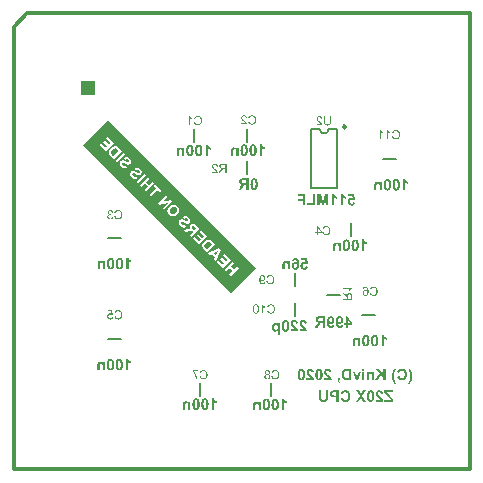
<source format=gbo>
G04 Layer_Color=7597287*
%FSLAX44Y44*%
%MOMM*%
G71*
G01*
G75*
%ADD13C,0.2000*%
%ADD14C,0.3500*%
%ADD22C,0.2500*%
%ADD24R,1.2500X1.2750*%
G36*
X88956Y1638D02*
X89192Y1611D01*
X89428Y1555D01*
X89636Y1500D01*
X89830Y1417D01*
X90010Y1333D01*
X90163Y1250D01*
X90315Y1153D01*
X90440Y1056D01*
X90565Y973D01*
X90662Y890D01*
X90731Y806D01*
X90801Y751D01*
X90842Y696D01*
X90870Y668D01*
X90884Y654D01*
X91050Y418D01*
X91189Y141D01*
X91314Y-150D01*
X91425Y-456D01*
X91508Y-775D01*
X91591Y-1107D01*
X91647Y-1426D01*
X91702Y-1745D01*
X91730Y-2051D01*
X91757Y-2328D01*
X91785Y-2591D01*
X91799Y-2813D01*
X91813Y-2993D01*
Y-3132D01*
Y-3188D01*
Y-3229D01*
Y-3243D01*
Y-3257D01*
X91799Y-3756D01*
X91771Y-4214D01*
X91730Y-4644D01*
X91674Y-5032D01*
X91619Y-5379D01*
X91550Y-5698D01*
X91466Y-5975D01*
X91383Y-6225D01*
X91314Y-6433D01*
X91230Y-6627D01*
X91161Y-6780D01*
X91092Y-6904D01*
X91050Y-6988D01*
X91009Y-7057D01*
X90981Y-7099D01*
X90967Y-7112D01*
X90801Y-7307D01*
X90620Y-7459D01*
X90440Y-7612D01*
X90246Y-7723D01*
X90066Y-7834D01*
X89871Y-7917D01*
X89691Y-7986D01*
X89511Y-8042D01*
X89344Y-8097D01*
X89192Y-8125D01*
X89053Y-8153D01*
X88942Y-8166D01*
X88845D01*
X88762Y-8180D01*
X88707D01*
X88457Y-8166D01*
X88221Y-8139D01*
X87985Y-8083D01*
X87777Y-8028D01*
X87583Y-7958D01*
X87403Y-7875D01*
X87250Y-7778D01*
X87098Y-7681D01*
X86973Y-7598D01*
X86848Y-7501D01*
X86751Y-7418D01*
X86668Y-7348D01*
X86612Y-7293D01*
X86571Y-7237D01*
X86543Y-7210D01*
X86529Y-7196D01*
X86363Y-6960D01*
X86224Y-6683D01*
X86085Y-6391D01*
X85988Y-6072D01*
X85891Y-5753D01*
X85822Y-5434D01*
X85752Y-5102D01*
X85697Y-4782D01*
X85669Y-4477D01*
X85642Y-4200D01*
X85614Y-3937D01*
X85600Y-3715D01*
X85586Y-3534D01*
Y-3396D01*
Y-3340D01*
Y-3299D01*
Y-3285D01*
Y-3271D01*
X85600Y-2772D01*
X85628Y-2314D01*
X85669Y-1898D01*
X85739Y-1510D01*
X85808Y-1149D01*
X85877Y-830D01*
X85974Y-539D01*
X86058Y-289D01*
X86141Y-53D01*
X86224Y127D01*
X86307Y293D01*
X86377Y432D01*
X86446Y529D01*
X86488Y598D01*
X86515Y640D01*
X86529Y654D01*
X86682Y834D01*
X86848Y987D01*
X87028Y1111D01*
X87209Y1236D01*
X87389Y1333D01*
X87569Y1403D01*
X87736Y1472D01*
X87916Y1528D01*
X88082Y1569D01*
X88221Y1597D01*
X88360Y1625D01*
X88471Y1638D01*
X88568Y1652D01*
X88707D01*
X88956Y1638D01*
D02*
G37*
G36*
X71998Y13042D02*
X72353Y12987D01*
X72664Y12920D01*
X72808Y12876D01*
X72941Y12831D01*
X73063Y12787D01*
X73174Y12742D01*
X73263Y12709D01*
X73352Y12676D01*
X73407Y12643D01*
X73452Y12620D01*
X73485Y12609D01*
X73496Y12598D01*
X73796Y12409D01*
X74051Y12187D01*
X74273Y11965D01*
X74462Y11743D01*
X74606Y11544D01*
X74662Y11455D01*
X74706Y11377D01*
X74750Y11322D01*
X74773Y11277D01*
X74784Y11244D01*
X74795Y11233D01*
X74950Y10889D01*
X75061Y10533D01*
X75139Y10178D01*
X75195Y9856D01*
X75217Y9712D01*
X75228Y9568D01*
X75239Y9457D01*
Y9346D01*
X75250Y9268D01*
Y9201D01*
Y9157D01*
Y9146D01*
X75228Y8746D01*
X75183Y8358D01*
X75128Y8014D01*
X75083Y7847D01*
X75050Y7703D01*
X75017Y7570D01*
X74973Y7448D01*
X74939Y7337D01*
X74917Y7248D01*
X74884Y7181D01*
X74873Y7126D01*
X74850Y7093D01*
Y7082D01*
X74684Y6748D01*
X74495Y6449D01*
X74295Y6194D01*
X74195Y6094D01*
X74107Y5994D01*
X74018Y5905D01*
X73929Y5827D01*
X73851Y5761D01*
X73785Y5716D01*
X73740Y5672D01*
X73696Y5638D01*
X73674Y5627D01*
X73663Y5616D01*
X73507Y5527D01*
X73352Y5450D01*
X73019Y5328D01*
X72686Y5239D01*
X72364Y5183D01*
X72209Y5161D01*
X72075Y5139D01*
X71953Y5128D01*
X71853D01*
X71765Y5117D01*
X71643D01*
X71421Y5128D01*
X71210Y5150D01*
X71010Y5172D01*
X70821Y5217D01*
X70644Y5272D01*
X70477Y5328D01*
X70322Y5383D01*
X70177Y5450D01*
X70055Y5505D01*
X69933Y5561D01*
X69844Y5616D01*
X69756Y5672D01*
X69700Y5716D01*
X69645Y5738D01*
X69622Y5761D01*
X69611Y5772D01*
X69456Y5905D01*
X69323Y6038D01*
X69201Y6194D01*
X69078Y6349D01*
X68879Y6660D01*
X68723Y6970D01*
X68657Y7115D01*
X68601Y7248D01*
X68557Y7370D01*
X68524Y7470D01*
X68490Y7559D01*
X68468Y7625D01*
X68457Y7670D01*
Y7681D01*
X69478Y7936D01*
X69523Y7759D01*
X69578Y7592D01*
X69633Y7437D01*
X69689Y7292D01*
X69756Y7159D01*
X69822Y7048D01*
X69900Y6937D01*
X69967Y6837D01*
X70022Y6748D01*
X70089Y6682D01*
X70144Y6615D01*
X70188Y6560D01*
X70233Y6526D01*
X70266Y6493D01*
X70277Y6482D01*
X70288Y6471D01*
X70399Y6382D01*
X70521Y6316D01*
X70766Y6194D01*
X70999Y6105D01*
X71232Y6049D01*
X71432Y6005D01*
X71509Y5994D01*
X71587D01*
X71654Y5983D01*
X71731D01*
X71987Y5994D01*
X72231Y6038D01*
X72453Y6094D01*
X72653Y6160D01*
X72808Y6227D01*
X72875Y6260D01*
X72930Y6282D01*
X72975Y6305D01*
X73008Y6327D01*
X73030Y6338D01*
X73041D01*
X73252Y6493D01*
X73430Y6660D01*
X73585Y6848D01*
X73707Y7026D01*
X73807Y7181D01*
X73874Y7315D01*
X73896Y7370D01*
X73918Y7403D01*
X73929Y7426D01*
Y7437D01*
X74018Y7725D01*
X74085Y8014D01*
X74140Y8302D01*
X74173Y8569D01*
X74184Y8691D01*
X74195Y8802D01*
Y8902D01*
X74207Y8979D01*
Y9046D01*
Y9102D01*
Y9135D01*
Y9146D01*
X74195Y9435D01*
X74173Y9701D01*
X74129Y9945D01*
X74085Y10167D01*
X74051Y10356D01*
X74029Y10434D01*
X74007Y10500D01*
X73996Y10556D01*
X73985Y10589D01*
X73973Y10611D01*
Y10622D01*
X73863Y10878D01*
X73740Y11111D01*
X73607Y11299D01*
X73463Y11466D01*
X73341Y11599D01*
X73241Y11688D01*
X73163Y11743D01*
X73152Y11766D01*
X73141D01*
X72908Y11910D01*
X72653Y12021D01*
X72408Y12099D01*
X72175Y12143D01*
X71964Y12176D01*
X71876Y12187D01*
X71798D01*
X71743Y12198D01*
X71654D01*
X71376Y12187D01*
X71121Y12143D01*
X70910Y12076D01*
X70721Y12010D01*
X70577Y11932D01*
X70466Y11877D01*
X70399Y11832D01*
X70377Y11810D01*
X70200Y11644D01*
X70033Y11455D01*
X69900Y11255D01*
X69789Y11055D01*
X69700Y10878D01*
X69667Y10789D01*
X69645Y10722D01*
X69622Y10667D01*
X69600Y10622D01*
X69589Y10600D01*
Y10589D01*
X68590Y10822D01*
X68657Y11022D01*
X68723Y11200D01*
X68812Y11366D01*
X68890Y11532D01*
X68979Y11677D01*
X69078Y11810D01*
X69167Y11943D01*
X69256Y12054D01*
X69345Y12143D01*
X69423Y12232D01*
X69500Y12309D01*
X69556Y12365D01*
X69611Y12421D01*
X69656Y12454D01*
X69678Y12465D01*
X69689Y12476D01*
X69844Y12576D01*
X70000Y12676D01*
X70155Y12753D01*
X70322Y12820D01*
X70655Y12920D01*
X70954Y12987D01*
X71099Y13020D01*
X71221Y13031D01*
X71343Y13042D01*
X71443Y13053D01*
X71521Y13064D01*
X71631D01*
X71998Y13042D01*
D02*
G37*
G36*
X67913Y7958D02*
Y7093D01*
X64572D01*
Y5250D01*
X63629D01*
Y7093D01*
X62585D01*
Y7958D01*
X63629D01*
Y12931D01*
X64394D01*
X67913Y7958D01*
D02*
G37*
G36*
X96417Y1638D02*
X96653Y1611D01*
X96889Y1555D01*
X97097Y1500D01*
X97291Y1417D01*
X97471Y1333D01*
X97624Y1250D01*
X97776Y1153D01*
X97901Y1056D01*
X98026Y973D01*
X98123Y890D01*
X98193Y806D01*
X98262Y751D01*
X98303Y696D01*
X98331Y668D01*
X98345Y654D01*
X98511Y418D01*
X98650Y141D01*
X98775Y-150D01*
X98886Y-456D01*
X98969Y-775D01*
X99052Y-1107D01*
X99108Y-1426D01*
X99163Y-1745D01*
X99191Y-2051D01*
X99219Y-2328D01*
X99247Y-2591D01*
X99260Y-2813D01*
X99274Y-2993D01*
Y-3132D01*
Y-3188D01*
Y-3229D01*
Y-3243D01*
Y-3257D01*
X99260Y-3756D01*
X99233Y-4214D01*
X99191Y-4644D01*
X99136Y-5032D01*
X99080Y-5379D01*
X99011Y-5698D01*
X98927Y-5975D01*
X98844Y-6225D01*
X98775Y-6433D01*
X98692Y-6627D01*
X98622Y-6780D01*
X98553Y-6904D01*
X98511Y-6988D01*
X98470Y-7057D01*
X98442Y-7099D01*
X98428Y-7112D01*
X98262Y-7307D01*
X98082Y-7459D01*
X97901Y-7612D01*
X97707Y-7723D01*
X97527Y-7834D01*
X97333Y-7917D01*
X97152Y-7986D01*
X96972Y-8042D01*
X96806Y-8097D01*
X96653Y-8125D01*
X96514Y-8153D01*
X96403Y-8166D01*
X96306D01*
X96223Y-8180D01*
X96168D01*
X95918Y-8166D01*
X95682Y-8139D01*
X95447Y-8083D01*
X95239Y-8028D01*
X95044Y-7958D01*
X94864Y-7875D01*
X94712Y-7778D01*
X94559Y-7681D01*
X94434Y-7598D01*
X94309Y-7501D01*
X94212Y-7418D01*
X94129Y-7348D01*
X94073Y-7293D01*
X94032Y-7237D01*
X94004Y-7210D01*
X93990Y-7196D01*
X93824Y-6960D01*
X93685Y-6683D01*
X93546Y-6391D01*
X93449Y-6072D01*
X93352Y-5753D01*
X93283Y-5434D01*
X93214Y-5102D01*
X93158Y-4782D01*
X93131Y-4477D01*
X93103Y-4200D01*
X93075Y-3937D01*
X93061Y-3715D01*
X93047Y-3534D01*
Y-3396D01*
Y-3340D01*
Y-3299D01*
Y-3285D01*
Y-3271D01*
X93061Y-2772D01*
X93089Y-2314D01*
X93131Y-1898D01*
X93200Y-1510D01*
X93269Y-1149D01*
X93338Y-830D01*
X93436Y-539D01*
X93519Y-289D01*
X93602Y-53D01*
X93685Y127D01*
X93768Y293D01*
X93838Y432D01*
X93907Y529D01*
X93949Y598D01*
X93976Y640D01*
X93990Y654D01*
X94143Y834D01*
X94309Y987D01*
X94490Y1111D01*
X94670Y1236D01*
X94850Y1333D01*
X95030Y1403D01*
X95197Y1472D01*
X95377Y1528D01*
X95544Y1569D01*
X95682Y1597D01*
X95821Y1625D01*
X95932Y1638D01*
X96029Y1652D01*
X96168D01*
X96417Y1638D01*
D02*
G37*
G36*
X-104252Y-58208D02*
X-103897Y-58263D01*
X-103586Y-58330D01*
X-103442Y-58374D01*
X-103309Y-58419D01*
X-103187Y-58463D01*
X-103076Y-58508D01*
X-102987Y-58541D01*
X-102898Y-58574D01*
X-102843Y-58608D01*
X-102798Y-58630D01*
X-102765Y-58641D01*
X-102754Y-58652D01*
X-102454Y-58841D01*
X-102199Y-59063D01*
X-101977Y-59285D01*
X-101788Y-59507D01*
X-101644Y-59706D01*
X-101588Y-59795D01*
X-101544Y-59873D01*
X-101500Y-59928D01*
X-101477Y-59973D01*
X-101466Y-60006D01*
X-101455Y-60017D01*
X-101300Y-60361D01*
X-101189Y-60717D01*
X-101111Y-61072D01*
X-101055Y-61394D01*
X-101033Y-61538D01*
X-101022Y-61682D01*
X-101011Y-61793D01*
Y-61904D01*
X-101000Y-61982D01*
Y-62049D01*
Y-62093D01*
Y-62104D01*
X-101022Y-62504D01*
X-101067Y-62892D01*
X-101122Y-63236D01*
X-101166Y-63403D01*
X-101200Y-63547D01*
X-101233Y-63680D01*
X-101278Y-63802D01*
X-101311Y-63913D01*
X-101333Y-64002D01*
X-101366Y-64069D01*
X-101377Y-64124D01*
X-101400Y-64157D01*
Y-64169D01*
X-101566Y-64502D01*
X-101755Y-64801D01*
X-101955Y-65057D01*
X-102055Y-65156D01*
X-102143Y-65256D01*
X-102232Y-65345D01*
X-102321Y-65423D01*
X-102399Y-65489D01*
X-102465Y-65534D01*
X-102510Y-65578D01*
X-102554Y-65612D01*
X-102576Y-65623D01*
X-102587Y-65634D01*
X-102743Y-65722D01*
X-102898Y-65800D01*
X-103231Y-65922D01*
X-103564Y-66011D01*
X-103886Y-66067D01*
X-104041Y-66089D01*
X-104174Y-66111D01*
X-104297Y-66122D01*
X-104396D01*
X-104485Y-66133D01*
X-104607D01*
X-104829Y-66122D01*
X-105040Y-66100D01*
X-105240Y-66078D01*
X-105429Y-66033D01*
X-105606Y-65978D01*
X-105773Y-65922D01*
X-105928Y-65867D01*
X-106073Y-65800D01*
X-106195Y-65745D01*
X-106317Y-65689D01*
X-106406Y-65634D01*
X-106494Y-65578D01*
X-106550Y-65534D01*
X-106605Y-65512D01*
X-106628Y-65489D01*
X-106639Y-65478D01*
X-106794Y-65345D01*
X-106927Y-65212D01*
X-107049Y-65057D01*
X-107171Y-64901D01*
X-107371Y-64590D01*
X-107527Y-64279D01*
X-107593Y-64135D01*
X-107649Y-64002D01*
X-107693Y-63880D01*
X-107726Y-63780D01*
X-107760Y-63691D01*
X-107782Y-63625D01*
X-107793Y-63580D01*
Y-63569D01*
X-106772Y-63314D01*
X-106728Y-63491D01*
X-106672Y-63658D01*
X-106616Y-63813D01*
X-106561Y-63958D01*
X-106494Y-64091D01*
X-106428Y-64202D01*
X-106350Y-64313D01*
X-106284Y-64413D01*
X-106228Y-64502D01*
X-106161Y-64568D01*
X-106106Y-64635D01*
X-106061Y-64690D01*
X-106017Y-64724D01*
X-105984Y-64757D01*
X-105973Y-64768D01*
X-105962Y-64779D01*
X-105851Y-64868D01*
X-105729Y-64934D01*
X-105484Y-65057D01*
X-105251Y-65145D01*
X-105018Y-65201D01*
X-104818Y-65245D01*
X-104741Y-65256D01*
X-104663D01*
X-104596Y-65267D01*
X-104519D01*
X-104263Y-65256D01*
X-104019Y-65212D01*
X-103797Y-65156D01*
X-103597Y-65090D01*
X-103442Y-65023D01*
X-103375Y-64990D01*
X-103320Y-64968D01*
X-103275Y-64946D01*
X-103242Y-64923D01*
X-103220Y-64912D01*
X-103209D01*
X-102998Y-64757D01*
X-102820Y-64590D01*
X-102665Y-64402D01*
X-102543Y-64224D01*
X-102443Y-64069D01*
X-102376Y-63935D01*
X-102354Y-63880D01*
X-102332Y-63847D01*
X-102321Y-63824D01*
Y-63813D01*
X-102232Y-63525D01*
X-102165Y-63236D01*
X-102110Y-62948D01*
X-102077Y-62681D01*
X-102066Y-62559D01*
X-102055Y-62448D01*
Y-62348D01*
X-102043Y-62270D01*
Y-62204D01*
Y-62148D01*
Y-62115D01*
Y-62104D01*
X-102055Y-61815D01*
X-102077Y-61549D01*
X-102121Y-61305D01*
X-102165Y-61083D01*
X-102199Y-60894D01*
X-102221Y-60816D01*
X-102243Y-60750D01*
X-102254Y-60694D01*
X-102265Y-60661D01*
X-102276Y-60639D01*
Y-60628D01*
X-102388Y-60372D01*
X-102510Y-60139D01*
X-102643Y-59951D01*
X-102787Y-59784D01*
X-102909Y-59651D01*
X-103009Y-59562D01*
X-103087Y-59507D01*
X-103098Y-59484D01*
X-103109D01*
X-103342Y-59340D01*
X-103597Y-59229D01*
X-103841Y-59151D01*
X-104075Y-59107D01*
X-104285Y-59074D01*
X-104374Y-59063D01*
X-104452D01*
X-104508Y-59051D01*
X-104596D01*
X-104874Y-59063D01*
X-105129Y-59107D01*
X-105340Y-59174D01*
X-105529Y-59240D01*
X-105673Y-59318D01*
X-105784Y-59373D01*
X-105851Y-59418D01*
X-105873Y-59440D01*
X-106050Y-59606D01*
X-106217Y-59795D01*
X-106350Y-59995D01*
X-106461Y-60195D01*
X-106550Y-60372D01*
X-106583Y-60461D01*
X-106605Y-60528D01*
X-106628Y-60583D01*
X-106650Y-60628D01*
X-106661Y-60650D01*
Y-60661D01*
X-107660Y-60428D01*
X-107593Y-60228D01*
X-107527Y-60051D01*
X-107438Y-59884D01*
X-107360Y-59717D01*
X-107271Y-59573D01*
X-107171Y-59440D01*
X-107083Y-59307D01*
X-106994Y-59196D01*
X-106905Y-59107D01*
X-106827Y-59018D01*
X-106750Y-58941D01*
X-106694Y-58885D01*
X-106639Y-58829D01*
X-106594Y-58796D01*
X-106572Y-58785D01*
X-106561Y-58774D01*
X-106406Y-58674D01*
X-106250Y-58574D01*
X-106095Y-58496D01*
X-105928Y-58430D01*
X-105595Y-58330D01*
X-105296Y-58263D01*
X-105151Y-58230D01*
X-105029Y-58219D01*
X-104907Y-58208D01*
X-104807Y-58197D01*
X-104729Y-58186D01*
X-104619D01*
X-104252Y-58208D01*
D02*
G37*
G36*
X103671Y1333D02*
X103851Y1042D01*
X104045Y765D01*
X104239Y543D01*
X104405Y363D01*
X104558Y224D01*
X104614Y169D01*
X104655Y127D01*
X104683Y113D01*
X104697Y99D01*
X105002Y-123D01*
X105293Y-317D01*
X105557Y-470D01*
X105792Y-580D01*
X105986Y-664D01*
X106125Y-733D01*
X106181Y-747D01*
X106222Y-761D01*
X106236Y-775D01*
X106250D01*
Y-2439D01*
X105751Y-2245D01*
X105307Y-2037D01*
X105099Y-1926D01*
X104905Y-1801D01*
X104725Y-1690D01*
X104558Y-1579D01*
X104405Y-1468D01*
X104267Y-1371D01*
X104156Y-1288D01*
X104059Y-1204D01*
X103976Y-1135D01*
X103920Y-1094D01*
X103892Y-1066D01*
X103878Y-1052D01*
Y-8000D01*
X102034D01*
Y1652D01*
X103532D01*
X103671Y1333D01*
D02*
G37*
G36*
X80233Y-899D02*
X80483Y-941D01*
X80704Y-997D01*
X80926Y-1066D01*
X81134Y-1163D01*
X81315Y-1260D01*
X81495Y-1371D01*
X81648Y-1468D01*
X81786Y-1579D01*
X81911Y-1690D01*
X82022Y-1787D01*
X82105Y-1884D01*
X82175Y-1953D01*
X82230Y-2009D01*
X82258Y-2051D01*
X82271Y-2064D01*
Y-1038D01*
X83977D01*
Y-8000D01*
X82133D01*
Y-4866D01*
Y-4658D01*
Y-4464D01*
X82119Y-4283D01*
X82105Y-4131D01*
Y-3978D01*
X82091Y-3853D01*
X82077Y-3729D01*
X82064Y-3632D01*
X82036Y-3465D01*
X82022Y-3354D01*
X81994Y-3285D01*
Y-3271D01*
X81939Y-3118D01*
X81855Y-2966D01*
X81772Y-2855D01*
X81689Y-2744D01*
X81606Y-2675D01*
X81537Y-2605D01*
X81495Y-2578D01*
X81481Y-2564D01*
X81328Y-2480D01*
X81176Y-2411D01*
X81037Y-2369D01*
X80899Y-2328D01*
X80788Y-2314D01*
X80704Y-2300D01*
X80621D01*
X80483Y-2314D01*
X80358Y-2328D01*
X80261Y-2356D01*
X80163Y-2397D01*
X80080Y-2439D01*
X80025Y-2466D01*
X79997Y-2480D01*
X79983Y-2494D01*
X79886Y-2564D01*
X79817Y-2647D01*
X79692Y-2813D01*
X79650Y-2896D01*
X79623Y-2952D01*
X79595Y-2993D01*
Y-3007D01*
X79567Y-3077D01*
X79553Y-3160D01*
X79526Y-3368D01*
X79498Y-3618D01*
X79484Y-3853D01*
X79470Y-4089D01*
Y-4186D01*
Y-4283D01*
Y-4353D01*
Y-4408D01*
Y-4450D01*
Y-4464D01*
Y-8000D01*
X77626D01*
Y-3687D01*
Y-3396D01*
X77639Y-3160D01*
X77653Y-2938D01*
X77681Y-2772D01*
X77695Y-2633D01*
X77723Y-2536D01*
X77737Y-2466D01*
Y-2453D01*
X77778Y-2286D01*
X77834Y-2148D01*
X77889Y-2009D01*
X77958Y-1898D01*
X78014Y-1801D01*
X78056Y-1732D01*
X78083Y-1690D01*
X78097Y-1676D01*
X78208Y-1551D01*
X78333Y-1440D01*
X78458Y-1343D01*
X78583Y-1260D01*
X78693Y-1191D01*
X78791Y-1149D01*
X78846Y-1121D01*
X78874Y-1107D01*
X79068Y-1038D01*
X79262Y-983D01*
X79442Y-941D01*
X79609Y-913D01*
X79761Y-899D01*
X79886Y-886D01*
X79983D01*
X80233Y-899D01*
D02*
G37*
G36*
X-95829Y-14167D02*
X-95649Y-14458D01*
X-95455Y-14735D01*
X-95261Y-14957D01*
X-95094Y-15137D01*
X-94942Y-15276D01*
X-94887Y-15331D01*
X-94845Y-15373D01*
X-94817Y-15387D01*
X-94803Y-15401D01*
X-94498Y-15623D01*
X-94207Y-15817D01*
X-93943Y-15970D01*
X-93708Y-16080D01*
X-93513Y-16164D01*
X-93375Y-16233D01*
X-93319Y-16247D01*
X-93278Y-16261D01*
X-93264Y-16275D01*
X-93250D01*
Y-17939D01*
X-93749Y-17745D01*
X-94193Y-17537D01*
X-94401Y-17426D01*
X-94595Y-17301D01*
X-94775Y-17190D01*
X-94942Y-17079D01*
X-95094Y-16968D01*
X-95233Y-16871D01*
X-95344Y-16788D01*
X-95441Y-16704D01*
X-95524Y-16635D01*
X-95580Y-16594D01*
X-95608Y-16566D01*
X-95622Y-16552D01*
Y-23500D01*
X-97466D01*
Y-13848D01*
X-95968D01*
X-95829Y-14167D01*
D02*
G37*
G36*
X-104252Y26542D02*
X-103897Y26487D01*
X-103586Y26420D01*
X-103442Y26376D01*
X-103309Y26331D01*
X-103187Y26287D01*
X-103076Y26242D01*
X-102987Y26209D01*
X-102898Y26176D01*
X-102843Y26142D01*
X-102798Y26120D01*
X-102765Y26109D01*
X-102754Y26098D01*
X-102454Y25909D01*
X-102199Y25687D01*
X-101977Y25465D01*
X-101788Y25243D01*
X-101644Y25044D01*
X-101588Y24955D01*
X-101544Y24877D01*
X-101500Y24822D01*
X-101477Y24777D01*
X-101466Y24744D01*
X-101455Y24733D01*
X-101300Y24389D01*
X-101189Y24034D01*
X-101111Y23678D01*
X-101055Y23356D01*
X-101033Y23212D01*
X-101022Y23068D01*
X-101011Y22957D01*
Y22846D01*
X-101000Y22768D01*
Y22701D01*
Y22657D01*
Y22646D01*
X-101022Y22246D01*
X-101067Y21858D01*
X-101122Y21514D01*
X-101166Y21347D01*
X-101200Y21203D01*
X-101233Y21070D01*
X-101278Y20948D01*
X-101311Y20837D01*
X-101333Y20748D01*
X-101366Y20681D01*
X-101377Y20626D01*
X-101400Y20593D01*
Y20582D01*
X-101566Y20248D01*
X-101755Y19949D01*
X-101955Y19693D01*
X-102055Y19594D01*
X-102143Y19494D01*
X-102232Y19405D01*
X-102321Y19327D01*
X-102399Y19261D01*
X-102465Y19216D01*
X-102510Y19172D01*
X-102554Y19138D01*
X-102576Y19127D01*
X-102587Y19116D01*
X-102743Y19028D01*
X-102898Y18950D01*
X-103231Y18828D01*
X-103564Y18739D01*
X-103886Y18683D01*
X-104041Y18661D01*
X-104174Y18639D01*
X-104297Y18628D01*
X-104396D01*
X-104485Y18617D01*
X-104607D01*
X-104829Y18628D01*
X-105040Y18650D01*
X-105240Y18672D01*
X-105429Y18717D01*
X-105606Y18772D01*
X-105773Y18828D01*
X-105928Y18883D01*
X-106073Y18950D01*
X-106195Y19005D01*
X-106317Y19061D01*
X-106406Y19116D01*
X-106494Y19172D01*
X-106550Y19216D01*
X-106605Y19238D01*
X-106628Y19261D01*
X-106639Y19272D01*
X-106794Y19405D01*
X-106927Y19538D01*
X-107049Y19693D01*
X-107171Y19849D01*
X-107371Y20160D01*
X-107527Y20470D01*
X-107593Y20615D01*
X-107649Y20748D01*
X-107693Y20870D01*
X-107726Y20970D01*
X-107760Y21059D01*
X-107782Y21125D01*
X-107793Y21170D01*
Y21181D01*
X-106772Y21436D01*
X-106728Y21259D01*
X-106672Y21092D01*
X-106616Y20937D01*
X-106561Y20792D01*
X-106494Y20659D01*
X-106428Y20548D01*
X-106350Y20437D01*
X-106284Y20337D01*
X-106228Y20248D01*
X-106161Y20182D01*
X-106106Y20115D01*
X-106061Y20060D01*
X-106017Y20027D01*
X-105984Y19993D01*
X-105973Y19982D01*
X-105962Y19971D01*
X-105851Y19882D01*
X-105729Y19816D01*
X-105484Y19693D01*
X-105251Y19605D01*
X-105018Y19549D01*
X-104818Y19505D01*
X-104741Y19494D01*
X-104663D01*
X-104596Y19483D01*
X-104519D01*
X-104263Y19494D01*
X-104019Y19538D01*
X-103797Y19594D01*
X-103597Y19660D01*
X-103442Y19727D01*
X-103375Y19760D01*
X-103320Y19782D01*
X-103275Y19805D01*
X-103242Y19827D01*
X-103220Y19838D01*
X-103209D01*
X-102998Y19993D01*
X-102820Y20160D01*
X-102665Y20348D01*
X-102543Y20526D01*
X-102443Y20681D01*
X-102376Y20815D01*
X-102354Y20870D01*
X-102332Y20903D01*
X-102321Y20926D01*
Y20937D01*
X-102232Y21225D01*
X-102165Y21514D01*
X-102110Y21802D01*
X-102077Y22069D01*
X-102066Y22191D01*
X-102055Y22302D01*
Y22402D01*
X-102043Y22480D01*
Y22546D01*
Y22602D01*
Y22635D01*
Y22646D01*
X-102055Y22935D01*
X-102077Y23201D01*
X-102121Y23445D01*
X-102165Y23667D01*
X-102199Y23856D01*
X-102221Y23934D01*
X-102243Y24000D01*
X-102254Y24056D01*
X-102265Y24089D01*
X-102276Y24111D01*
Y24122D01*
X-102388Y24378D01*
X-102510Y24611D01*
X-102643Y24799D01*
X-102787Y24966D01*
X-102909Y25099D01*
X-103009Y25188D01*
X-103087Y25243D01*
X-103098Y25266D01*
X-103109D01*
X-103342Y25410D01*
X-103597Y25521D01*
X-103841Y25599D01*
X-104075Y25643D01*
X-104285Y25676D01*
X-104374Y25687D01*
X-104452D01*
X-104508Y25698D01*
X-104596D01*
X-104874Y25687D01*
X-105129Y25643D01*
X-105340Y25576D01*
X-105529Y25510D01*
X-105673Y25432D01*
X-105784Y25377D01*
X-105851Y25332D01*
X-105873Y25310D01*
X-106050Y25143D01*
X-106217Y24955D01*
X-106350Y24755D01*
X-106461Y24555D01*
X-106550Y24378D01*
X-106583Y24289D01*
X-106605Y24222D01*
X-106628Y24167D01*
X-106650Y24122D01*
X-106661Y24100D01*
Y24089D01*
X-107660Y24322D01*
X-107593Y24522D01*
X-107527Y24699D01*
X-107438Y24866D01*
X-107360Y25032D01*
X-107271Y25177D01*
X-107171Y25310D01*
X-107083Y25443D01*
X-106994Y25554D01*
X-106905Y25643D01*
X-106827Y25732D01*
X-106750Y25810D01*
X-106694Y25865D01*
X-106639Y25921D01*
X-106594Y25954D01*
X-106572Y25965D01*
X-106561Y25976D01*
X-106406Y26076D01*
X-106250Y26176D01*
X-106095Y26253D01*
X-105928Y26320D01*
X-105595Y26420D01*
X-105296Y26487D01*
X-105151Y26520D01*
X-105029Y26531D01*
X-104907Y26542D01*
X-104807Y26553D01*
X-104729Y26564D01*
X-104619D01*
X-104252Y26542D01*
D02*
G37*
G36*
X17170Y81833D02*
X17351Y81542D01*
X17545Y81265D01*
X17739Y81043D01*
X17905Y80863D01*
X18058Y80724D01*
X18113Y80668D01*
X18155Y80627D01*
X18183Y80613D01*
X18197Y80599D01*
X18502Y80377D01*
X18793Y80183D01*
X19057Y80030D01*
X19292Y79920D01*
X19487Y79836D01*
X19625Y79767D01*
X19681Y79753D01*
X19722Y79739D01*
X19736Y79725D01*
X19750D01*
Y78061D01*
X19251Y78255D01*
X18807Y78463D01*
X18599Y78574D01*
X18405Y78699D01*
X18224Y78810D01*
X18058Y78921D01*
X17905Y79032D01*
X17767Y79129D01*
X17656Y79212D01*
X17559Y79296D01*
X17476Y79365D01*
X17420Y79406D01*
X17392Y79434D01*
X17378Y79448D01*
Y72500D01*
X15534D01*
Y82152D01*
X17032D01*
X17170Y81833D01*
D02*
G37*
G36*
X-6267Y79601D02*
X-6018Y79559D01*
X-5796Y79503D01*
X-5574Y79434D01*
X-5366Y79337D01*
X-5185Y79240D01*
X-5005Y79129D01*
X-4853Y79032D01*
X-4714Y78921D01*
X-4589Y78810D01*
X-4478Y78713D01*
X-4395Y78616D01*
X-4326Y78547D01*
X-4270Y78491D01*
X-4242Y78450D01*
X-4229Y78436D01*
Y79462D01*
X-2523D01*
Y72500D01*
X-4367D01*
Y75634D01*
Y75842D01*
Y76036D01*
X-4381Y76217D01*
X-4395Y76369D01*
Y76522D01*
X-4409Y76647D01*
X-4423Y76771D01*
X-4437Y76869D01*
X-4464Y77035D01*
X-4478Y77146D01*
X-4506Y77215D01*
Y77229D01*
X-4561Y77382D01*
X-4645Y77534D01*
X-4728Y77645D01*
X-4811Y77756D01*
X-4894Y77825D01*
X-4963Y77895D01*
X-5005Y77923D01*
X-5019Y77936D01*
X-5171Y78020D01*
X-5324Y78089D01*
X-5463Y78131D01*
X-5602Y78172D01*
X-5712Y78186D01*
X-5796Y78200D01*
X-5879D01*
X-6018Y78186D01*
X-6142Y78172D01*
X-6239Y78144D01*
X-6337Y78103D01*
X-6420Y78061D01*
X-6475Y78033D01*
X-6503Y78020D01*
X-6517Y78006D01*
X-6614Y77936D01*
X-6683Y77853D01*
X-6808Y77687D01*
X-6850Y77604D01*
X-6877Y77548D01*
X-6905Y77506D01*
Y77493D01*
X-6933Y77423D01*
X-6947Y77340D01*
X-6974Y77132D01*
X-7002Y76882D01*
X-7016Y76647D01*
X-7030Y76411D01*
Y76314D01*
Y76217D01*
Y76147D01*
Y76092D01*
Y76050D01*
Y76036D01*
Y72500D01*
X-8874D01*
Y76813D01*
Y77104D01*
X-8860Y77340D01*
X-8847Y77562D01*
X-8819Y77728D01*
X-8805Y77867D01*
X-8777Y77964D01*
X-8763Y78033D01*
Y78047D01*
X-8722Y78214D01*
X-8666Y78352D01*
X-8611Y78491D01*
X-8542Y78602D01*
X-8486Y78699D01*
X-8444Y78769D01*
X-8417Y78810D01*
X-8403Y78824D01*
X-8292Y78949D01*
X-8167Y79060D01*
X-8042Y79157D01*
X-7918Y79240D01*
X-7807Y79309D01*
X-7710Y79351D01*
X-7654Y79379D01*
X-7626Y79393D01*
X-7432Y79462D01*
X-7238Y79517D01*
X-7058Y79559D01*
X-6891Y79587D01*
X-6739Y79601D01*
X-6614Y79615D01*
X-6517D01*
X-6267Y79601D01*
D02*
G37*
G36*
X-110746Y26442D02*
X-110446Y26387D01*
X-110191Y26298D01*
X-109969Y26209D01*
X-109869Y26154D01*
X-109791Y26109D01*
X-109713Y26065D01*
X-109658Y26020D01*
X-109613Y25987D01*
X-109580Y25965D01*
X-109558Y25954D01*
X-109547Y25943D01*
X-109336Y25732D01*
X-109170Y25499D01*
X-109036Y25254D01*
X-108925Y25010D01*
X-108859Y24799D01*
X-108825Y24711D01*
X-108803Y24633D01*
X-108792Y24566D01*
X-108781Y24522D01*
X-108770Y24489D01*
Y24478D01*
X-109713Y24311D01*
X-109758Y24555D01*
X-109824Y24766D01*
X-109902Y24944D01*
X-109980Y25088D01*
X-110057Y25199D01*
X-110124Y25277D01*
X-110168Y25332D01*
X-110180Y25343D01*
X-110324Y25454D01*
X-110479Y25543D01*
X-110624Y25599D01*
X-110768Y25643D01*
X-110901Y25665D01*
X-111001Y25687D01*
X-111090D01*
X-111290Y25676D01*
X-111467Y25632D01*
X-111622Y25576D01*
X-111756Y25521D01*
X-111856Y25454D01*
X-111933Y25399D01*
X-111989Y25354D01*
X-112000Y25343D01*
X-112122Y25210D01*
X-112211Y25066D01*
X-112266Y24922D01*
X-112311Y24788D01*
X-112333Y24666D01*
X-112355Y24577D01*
Y24511D01*
Y24500D01*
Y24489D01*
Y24367D01*
X-112333Y24255D01*
X-112277Y24067D01*
X-112200Y23900D01*
X-112111Y23756D01*
X-112022Y23656D01*
X-111944Y23578D01*
X-111889Y23534D01*
X-111878Y23523D01*
X-111867D01*
X-111678Y23423D01*
X-111500Y23345D01*
X-111312Y23290D01*
X-111145Y23256D01*
X-111001Y23234D01*
X-110879Y23212D01*
X-110735D01*
X-110690Y23223D01*
X-110635D01*
X-110524Y22391D01*
X-110668Y22424D01*
X-110801Y22446D01*
X-110912Y22468D01*
X-111012Y22480D01*
X-111090Y22491D01*
X-111190D01*
X-111423Y22468D01*
X-111634Y22424D01*
X-111822Y22357D01*
X-111978Y22280D01*
X-112100Y22202D01*
X-112189Y22135D01*
X-112244Y22091D01*
X-112266Y22069D01*
X-112411Y21902D01*
X-112522Y21725D01*
X-112599Y21547D01*
X-112644Y21370D01*
X-112677Y21225D01*
X-112688Y21103D01*
X-112699Y21059D01*
Y21026D01*
Y21003D01*
Y20992D01*
X-112677Y20748D01*
X-112621Y20526D01*
X-112555Y20337D01*
X-112466Y20171D01*
X-112377Y20038D01*
X-112311Y19938D01*
X-112255Y19871D01*
X-112233Y19849D01*
X-112055Y19693D01*
X-111867Y19583D01*
X-111678Y19505D01*
X-111500Y19449D01*
X-111345Y19416D01*
X-111223Y19405D01*
X-111179Y19394D01*
X-111112D01*
X-110912Y19405D01*
X-110723Y19449D01*
X-110557Y19505D01*
X-110424Y19571D01*
X-110313Y19627D01*
X-110224Y19682D01*
X-110180Y19727D01*
X-110157Y19738D01*
X-110024Y19893D01*
X-109913Y20071D01*
X-109813Y20260D01*
X-109735Y20459D01*
X-109680Y20626D01*
X-109658Y20704D01*
X-109647Y20770D01*
X-109636Y20826D01*
X-109625Y20870D01*
X-109613Y20892D01*
Y20903D01*
X-108670Y20781D01*
X-108692Y20604D01*
X-108726Y20437D01*
X-108825Y20126D01*
X-108947Y19860D01*
X-109014Y19749D01*
X-109081Y19638D01*
X-109147Y19538D01*
X-109214Y19460D01*
X-109269Y19383D01*
X-109325Y19327D01*
X-109358Y19283D01*
X-109391Y19250D01*
X-109414Y19227D01*
X-109425Y19216D01*
X-109558Y19116D01*
X-109691Y19016D01*
X-109824Y18939D01*
X-109969Y18872D01*
X-110246Y18761D01*
X-110513Y18694D01*
X-110635Y18672D01*
X-110746Y18650D01*
X-110845Y18639D01*
X-110934Y18628D01*
X-111001Y18617D01*
X-111101D01*
X-111312Y18628D01*
X-111500Y18650D01*
X-111689Y18683D01*
X-111867Y18728D01*
X-112033Y18783D01*
X-112177Y18839D01*
X-112322Y18905D01*
X-112444Y18972D01*
X-112566Y19028D01*
X-112666Y19094D01*
X-112755Y19150D01*
X-112821Y19205D01*
X-112877Y19250D01*
X-112921Y19283D01*
X-112943Y19305D01*
X-112955Y19316D01*
X-113088Y19449D01*
X-113199Y19594D01*
X-113299Y19738D01*
X-113387Y19882D01*
X-113454Y20015D01*
X-113521Y20160D01*
X-113609Y20426D01*
X-113632Y20548D01*
X-113654Y20659D01*
X-113676Y20759D01*
X-113687Y20848D01*
X-113698Y20914D01*
Y20970D01*
Y21003D01*
Y21014D01*
X-113687Y21281D01*
X-113643Y21525D01*
X-113576Y21736D01*
X-113510Y21913D01*
X-113443Y22058D01*
X-113376Y22169D01*
X-113332Y22235D01*
X-113321Y22257D01*
X-113165Y22424D01*
X-112999Y22568D01*
X-112821Y22679D01*
X-112644Y22768D01*
X-112488Y22835D01*
X-112366Y22879D01*
X-112322Y22890D01*
X-112289Y22901D01*
X-112266Y22912D01*
X-112255D01*
X-112444Y23012D01*
X-112599Y23112D01*
X-112732Y23223D01*
X-112844Y23323D01*
X-112932Y23412D01*
X-112999Y23490D01*
X-113032Y23534D01*
X-113043Y23556D01*
X-113132Y23712D01*
X-113199Y23867D01*
X-113254Y24022D01*
X-113287Y24167D01*
X-113310Y24289D01*
X-113321Y24378D01*
Y24444D01*
Y24466D01*
X-113310Y24655D01*
X-113276Y24844D01*
X-113232Y25010D01*
X-113176Y25155D01*
X-113121Y25277D01*
X-113077Y25377D01*
X-113043Y25432D01*
X-113032Y25454D01*
X-112921Y25621D01*
X-112788Y25765D01*
X-112655Y25887D01*
X-112522Y25998D01*
X-112411Y26076D01*
X-112311Y26142D01*
X-112244Y26176D01*
X-112233Y26187D01*
X-112222D01*
X-112022Y26276D01*
X-111822Y26342D01*
X-111622Y26398D01*
X-111445Y26431D01*
X-111301Y26453D01*
X-111179Y26464D01*
X-110901D01*
X-110746Y26442D01*
D02*
G37*
G36*
X-119267Y-16399D02*
X-119017Y-16441D01*
X-118796Y-16496D01*
X-118574Y-16566D01*
X-118366Y-16663D01*
X-118185Y-16760D01*
X-118005Y-16871D01*
X-117852Y-16968D01*
X-117714Y-17079D01*
X-117589Y-17190D01*
X-117478Y-17287D01*
X-117395Y-17384D01*
X-117325Y-17453D01*
X-117270Y-17509D01*
X-117242Y-17550D01*
X-117228Y-17564D01*
Y-16538D01*
X-115523D01*
Y-23500D01*
X-117367D01*
Y-20366D01*
Y-20158D01*
Y-19964D01*
X-117381Y-19783D01*
X-117395Y-19631D01*
Y-19478D01*
X-117409Y-19353D01*
X-117423Y-19229D01*
X-117437Y-19131D01*
X-117464Y-18965D01*
X-117478Y-18854D01*
X-117506Y-18785D01*
Y-18771D01*
X-117561Y-18618D01*
X-117645Y-18466D01*
X-117728Y-18355D01*
X-117811Y-18244D01*
X-117894Y-18175D01*
X-117963Y-18105D01*
X-118005Y-18077D01*
X-118019Y-18064D01*
X-118172Y-17980D01*
X-118324Y-17911D01*
X-118463Y-17869D01*
X-118601Y-17828D01*
X-118712Y-17814D01*
X-118796Y-17800D01*
X-118879D01*
X-119017Y-17814D01*
X-119142Y-17828D01*
X-119239Y-17856D01*
X-119337Y-17897D01*
X-119420Y-17939D01*
X-119475Y-17967D01*
X-119503Y-17980D01*
X-119517Y-17994D01*
X-119614Y-18064D01*
X-119683Y-18147D01*
X-119808Y-18313D01*
X-119850Y-18396D01*
X-119877Y-18452D01*
X-119905Y-18493D01*
Y-18507D01*
X-119933Y-18577D01*
X-119947Y-18660D01*
X-119974Y-18868D01*
X-120002Y-19118D01*
X-120016Y-19353D01*
X-120030Y-19589D01*
Y-19686D01*
Y-19783D01*
Y-19853D01*
Y-19908D01*
Y-19950D01*
Y-19964D01*
Y-23500D01*
X-121874D01*
Y-19187D01*
Y-18896D01*
X-121861Y-18660D01*
X-121847Y-18438D01*
X-121819Y-18272D01*
X-121805Y-18133D01*
X-121777Y-18036D01*
X-121763Y-17967D01*
Y-17953D01*
X-121722Y-17786D01*
X-121666Y-17648D01*
X-121611Y-17509D01*
X-121542Y-17398D01*
X-121486Y-17301D01*
X-121445Y-17232D01*
X-121417Y-17190D01*
X-121403Y-17176D01*
X-121292Y-17051D01*
X-121167Y-16940D01*
X-121042Y-16843D01*
X-120918Y-16760D01*
X-120807Y-16691D01*
X-120709Y-16649D01*
X-120654Y-16621D01*
X-120626Y-16607D01*
X-120432Y-16538D01*
X-120238Y-16483D01*
X-120058Y-16441D01*
X-119891Y-16413D01*
X-119739Y-16399D01*
X-119614Y-16386D01*
X-119517D01*
X-119267Y-16399D01*
D02*
G37*
G36*
X-103083Y-13862D02*
X-102847Y-13889D01*
X-102611Y-13945D01*
X-102403Y-14000D01*
X-102209Y-14083D01*
X-102029Y-14167D01*
X-101876Y-14250D01*
X-101724Y-14347D01*
X-101599Y-14444D01*
X-101474Y-14527D01*
X-101377Y-14610D01*
X-101307Y-14694D01*
X-101238Y-14749D01*
X-101197Y-14805D01*
X-101169Y-14832D01*
X-101155Y-14846D01*
X-100989Y-15082D01*
X-100850Y-15359D01*
X-100725Y-15651D01*
X-100614Y-15956D01*
X-100531Y-16275D01*
X-100448Y-16607D01*
X-100392Y-16926D01*
X-100337Y-17245D01*
X-100309Y-17550D01*
X-100281Y-17828D01*
X-100253Y-18091D01*
X-100240Y-18313D01*
X-100226Y-18493D01*
Y-18632D01*
Y-18688D01*
Y-18729D01*
Y-18743D01*
Y-18757D01*
X-100240Y-19256D01*
X-100267Y-19714D01*
X-100309Y-20144D01*
X-100365Y-20532D01*
X-100420Y-20879D01*
X-100489Y-21198D01*
X-100573Y-21475D01*
X-100656Y-21725D01*
X-100725Y-21933D01*
X-100808Y-22127D01*
X-100878Y-22280D01*
X-100947Y-22404D01*
X-100989Y-22488D01*
X-101030Y-22557D01*
X-101058Y-22599D01*
X-101072Y-22612D01*
X-101238Y-22807D01*
X-101419Y-22959D01*
X-101599Y-23112D01*
X-101793Y-23223D01*
X-101973Y-23334D01*
X-102167Y-23417D01*
X-102348Y-23486D01*
X-102528Y-23542D01*
X-102694Y-23597D01*
X-102847Y-23625D01*
X-102986Y-23653D01*
X-103097Y-23666D01*
X-103194D01*
X-103277Y-23680D01*
X-103332D01*
X-103582Y-23666D01*
X-103818Y-23639D01*
X-104053Y-23583D01*
X-104262Y-23528D01*
X-104456Y-23458D01*
X-104636Y-23375D01*
X-104789Y-23278D01*
X-104941Y-23181D01*
X-105066Y-23098D01*
X-105191Y-23001D01*
X-105288Y-22917D01*
X-105371Y-22848D01*
X-105427Y-22793D01*
X-105468Y-22737D01*
X-105496Y-22710D01*
X-105510Y-22696D01*
X-105676Y-22460D01*
X-105815Y-22183D01*
X-105954Y-21891D01*
X-106051Y-21572D01*
X-106148Y-21253D01*
X-106217Y-20934D01*
X-106286Y-20601D01*
X-106342Y-20282D01*
X-106369Y-19977D01*
X-106397Y-19700D01*
X-106425Y-19437D01*
X-106439Y-19215D01*
X-106453Y-19034D01*
Y-18896D01*
Y-18840D01*
Y-18799D01*
Y-18785D01*
Y-18771D01*
X-106439Y-18272D01*
X-106411Y-17814D01*
X-106369Y-17398D01*
X-106300Y-17010D01*
X-106231Y-16649D01*
X-106161Y-16330D01*
X-106064Y-16039D01*
X-105981Y-15789D01*
X-105898Y-15553D01*
X-105815Y-15373D01*
X-105732Y-15207D01*
X-105662Y-15068D01*
X-105593Y-14971D01*
X-105551Y-14902D01*
X-105524Y-14860D01*
X-105510Y-14846D01*
X-105357Y-14666D01*
X-105191Y-14513D01*
X-105010Y-14389D01*
X-104830Y-14264D01*
X-104650Y-14167D01*
X-104469Y-14097D01*
X-104303Y-14028D01*
X-104123Y-13972D01*
X-103956Y-13931D01*
X-103818Y-13903D01*
X-103679Y-13875D01*
X-103568Y-13862D01*
X-103471Y-13848D01*
X-103332D01*
X-103083Y-13862D01*
D02*
G37*
G36*
X-110544D02*
X-110308Y-13889D01*
X-110072Y-13945D01*
X-109864Y-14000D01*
X-109670Y-14083D01*
X-109490Y-14167D01*
X-109337Y-14250D01*
X-109185Y-14347D01*
X-109060Y-14444D01*
X-108935Y-14527D01*
X-108838Y-14610D01*
X-108769Y-14694D01*
X-108699Y-14749D01*
X-108658Y-14805D01*
X-108630Y-14832D01*
X-108616Y-14846D01*
X-108450Y-15082D01*
X-108311Y-15359D01*
X-108186Y-15651D01*
X-108075Y-15956D01*
X-107992Y-16275D01*
X-107909Y-16607D01*
X-107853Y-16926D01*
X-107798Y-17245D01*
X-107770Y-17550D01*
X-107743Y-17828D01*
X-107715Y-18091D01*
X-107701Y-18313D01*
X-107687Y-18493D01*
Y-18632D01*
Y-18688D01*
Y-18729D01*
Y-18743D01*
Y-18757D01*
X-107701Y-19256D01*
X-107729Y-19714D01*
X-107770Y-20144D01*
X-107826Y-20532D01*
X-107881Y-20879D01*
X-107950Y-21198D01*
X-108034Y-21475D01*
X-108117Y-21725D01*
X-108186Y-21933D01*
X-108270Y-22127D01*
X-108339Y-22280D01*
X-108408Y-22404D01*
X-108450Y-22488D01*
X-108491Y-22557D01*
X-108519Y-22599D01*
X-108533Y-22612D01*
X-108699Y-22807D01*
X-108880Y-22959D01*
X-109060Y-23112D01*
X-109254Y-23223D01*
X-109434Y-23334D01*
X-109629Y-23417D01*
X-109809Y-23486D01*
X-109989Y-23542D01*
X-110156Y-23597D01*
X-110308Y-23625D01*
X-110447Y-23653D01*
X-110558Y-23666D01*
X-110655D01*
X-110738Y-23680D01*
X-110794D01*
X-111043Y-23666D01*
X-111279Y-23639D01*
X-111515Y-23583D01*
X-111723Y-23528D01*
X-111917Y-23458D01*
X-112097Y-23375D01*
X-112250Y-23278D01*
X-112402Y-23181D01*
X-112527Y-23098D01*
X-112652Y-23001D01*
X-112749Y-22917D01*
X-112832Y-22848D01*
X-112888Y-22793D01*
X-112929Y-22737D01*
X-112957Y-22710D01*
X-112971Y-22696D01*
X-113137Y-22460D01*
X-113276Y-22183D01*
X-113415Y-21891D01*
X-113512Y-21572D01*
X-113609Y-21253D01*
X-113678Y-20934D01*
X-113748Y-20601D01*
X-113803Y-20282D01*
X-113831Y-19977D01*
X-113858Y-19700D01*
X-113886Y-19437D01*
X-113900Y-19215D01*
X-113914Y-19034D01*
Y-18896D01*
Y-18840D01*
Y-18799D01*
Y-18785D01*
Y-18771D01*
X-113900Y-18272D01*
X-113872Y-17814D01*
X-113831Y-17398D01*
X-113761Y-17010D01*
X-113692Y-16649D01*
X-113623Y-16330D01*
X-113526Y-16039D01*
X-113442Y-15789D01*
X-113359Y-15553D01*
X-113276Y-15373D01*
X-113193Y-15207D01*
X-113123Y-15068D01*
X-113054Y-14971D01*
X-113013Y-14902D01*
X-112985Y-14860D01*
X-112971Y-14846D01*
X-112818Y-14666D01*
X-112652Y-14513D01*
X-112472Y-14389D01*
X-112291Y-14264D01*
X-112111Y-14167D01*
X-111931Y-14097D01*
X-111764Y-14028D01*
X-111584Y-13972D01*
X-111418Y-13931D01*
X-111279Y-13903D01*
X-111140Y-13875D01*
X-111029Y-13862D01*
X-110932Y-13848D01*
X-110794D01*
X-110544Y-13862D01*
D02*
G37*
G36*
X-108825Y-62370D02*
X-109713Y-62492D01*
X-109791Y-62370D01*
X-109891Y-62270D01*
X-109980Y-62171D01*
X-110069Y-62093D01*
X-110157Y-62037D01*
X-110224Y-61982D01*
X-110268Y-61960D01*
X-110279Y-61949D01*
X-110424Y-61882D01*
X-110568Y-61827D01*
X-110701Y-61793D01*
X-110834Y-61760D01*
X-110945Y-61749D01*
X-111034Y-61738D01*
X-111245D01*
X-111378Y-61760D01*
X-111611Y-61815D01*
X-111811Y-61893D01*
X-111989Y-61971D01*
X-112122Y-62060D01*
X-112222Y-62137D01*
X-112277Y-62193D01*
X-112300Y-62204D01*
Y-62215D01*
X-112455Y-62404D01*
X-112566Y-62604D01*
X-112644Y-62814D01*
X-112699Y-63025D01*
X-112732Y-63203D01*
X-112744Y-63281D01*
Y-63347D01*
X-112755Y-63403D01*
Y-63447D01*
Y-63469D01*
Y-63480D01*
Y-63636D01*
X-112732Y-63780D01*
X-112677Y-64057D01*
X-112599Y-64291D01*
X-112522Y-64479D01*
X-112433Y-64635D01*
X-112355Y-64757D01*
X-112322Y-64790D01*
X-112300Y-64823D01*
X-112289Y-64834D01*
X-112277Y-64846D01*
X-112189Y-64934D01*
X-112100Y-65012D01*
X-111900Y-65145D01*
X-111711Y-65234D01*
X-111523Y-65290D01*
X-111367Y-65334D01*
X-111234Y-65345D01*
X-111190Y-65356D01*
X-111123D01*
X-110912Y-65345D01*
X-110723Y-65301D01*
X-110557Y-65245D01*
X-110424Y-65179D01*
X-110302Y-65112D01*
X-110213Y-65057D01*
X-110168Y-65012D01*
X-110146Y-65001D01*
X-110013Y-64846D01*
X-109902Y-64679D01*
X-109813Y-64490D01*
X-109747Y-64324D01*
X-109702Y-64157D01*
X-109669Y-64035D01*
X-109658Y-63980D01*
X-109647Y-63946D01*
Y-63924D01*
Y-63913D01*
X-108659Y-63991D01*
X-108681Y-64169D01*
X-108714Y-64335D01*
X-108814Y-64646D01*
X-108936Y-64912D01*
X-109003Y-65034D01*
X-109070Y-65134D01*
X-109125Y-65234D01*
X-109192Y-65323D01*
X-109247Y-65389D01*
X-109303Y-65445D01*
X-109347Y-65489D01*
X-109369Y-65534D01*
X-109391Y-65545D01*
X-109403Y-65556D01*
X-109536Y-65656D01*
X-109669Y-65745D01*
X-109813Y-65822D01*
X-109958Y-65889D01*
X-110235Y-65989D01*
X-110513Y-66055D01*
X-110635Y-66089D01*
X-110757Y-66100D01*
X-110857Y-66111D01*
X-110945Y-66122D01*
X-111023Y-66133D01*
X-111123D01*
X-111356Y-66122D01*
X-111578Y-66089D01*
X-111789Y-66044D01*
X-111978Y-65989D01*
X-112155Y-65911D01*
X-112322Y-65834D01*
X-112477Y-65756D01*
X-112610Y-65667D01*
X-112732Y-65578D01*
X-112844Y-65500D01*
X-112932Y-65412D01*
X-113010Y-65345D01*
X-113066Y-65290D01*
X-113110Y-65245D01*
X-113132Y-65212D01*
X-113143Y-65201D01*
X-113254Y-65057D01*
X-113343Y-64901D01*
X-113432Y-64757D01*
X-113498Y-64601D01*
X-113609Y-64302D01*
X-113676Y-64013D01*
X-113698Y-63891D01*
X-113720Y-63769D01*
X-113731Y-63669D01*
X-113743Y-63580D01*
X-113754Y-63502D01*
Y-63447D01*
Y-63414D01*
Y-63403D01*
X-113743Y-63203D01*
X-113720Y-63014D01*
X-113687Y-62825D01*
X-113643Y-62659D01*
X-113587Y-62504D01*
X-113532Y-62348D01*
X-113465Y-62215D01*
X-113410Y-62093D01*
X-113343Y-61982D01*
X-113276Y-61882D01*
X-113221Y-61804D01*
X-113165Y-61727D01*
X-113121Y-61671D01*
X-113088Y-61638D01*
X-113066Y-61616D01*
X-113054Y-61604D01*
X-112921Y-61482D01*
X-112788Y-61371D01*
X-112644Y-61283D01*
X-112499Y-61205D01*
X-112355Y-61127D01*
X-112211Y-61072D01*
X-111944Y-60994D01*
X-111822Y-60961D01*
X-111711Y-60939D01*
X-111611Y-60927D01*
X-111523Y-60916D01*
X-111456Y-60905D01*
X-111212D01*
X-111079Y-60927D01*
X-110812Y-60983D01*
X-110568Y-61061D01*
X-110346Y-61149D01*
X-110168Y-61238D01*
X-110091Y-61283D01*
X-110024Y-61316D01*
X-109969Y-61349D01*
X-109935Y-61371D01*
X-109913Y-61382D01*
X-109902Y-61394D01*
X-110313Y-59318D01*
X-113387D01*
Y-58419D01*
X-109569D01*
X-108825Y-62370D01*
D02*
G37*
G36*
X-36476Y-110079D02*
X-40238D01*
X-39972Y-110401D01*
X-39717Y-110745D01*
X-39495Y-111078D01*
X-39284Y-111400D01*
X-39195Y-111544D01*
X-39117Y-111677D01*
X-39039Y-111799D01*
X-38984Y-111899D01*
X-38940Y-111988D01*
X-38906Y-112044D01*
X-38884Y-112088D01*
X-38873Y-112099D01*
X-38651Y-112543D01*
X-38451Y-112987D01*
X-38285Y-113409D01*
X-38218Y-113598D01*
X-38152Y-113786D01*
X-38085Y-113953D01*
X-38040Y-114108D01*
X-37996Y-114242D01*
X-37963Y-114353D01*
X-37929Y-114452D01*
X-37907Y-114519D01*
X-37896Y-114563D01*
Y-114574D01*
X-37785Y-115029D01*
X-37741Y-115252D01*
X-37708Y-115451D01*
X-37674Y-115640D01*
X-37641Y-115829D01*
X-37619Y-115984D01*
X-37596Y-116139D01*
X-37585Y-116273D01*
X-37574Y-116395D01*
X-37563Y-116506D01*
Y-116595D01*
X-37552Y-116661D01*
Y-116706D01*
Y-116739D01*
Y-116750D01*
X-38518D01*
X-38551Y-116328D01*
X-38607Y-115940D01*
X-38662Y-115584D01*
X-38695Y-115418D01*
X-38729Y-115263D01*
X-38751Y-115129D01*
X-38784Y-115007D01*
X-38806Y-114896D01*
X-38829Y-114808D01*
X-38851Y-114741D01*
X-38862Y-114685D01*
X-38873Y-114652D01*
Y-114641D01*
X-39039Y-114130D01*
X-39217Y-113653D01*
X-39306Y-113420D01*
X-39395Y-113198D01*
X-39495Y-112998D01*
X-39583Y-112799D01*
X-39661Y-112621D01*
X-39739Y-112465D01*
X-39805Y-112332D01*
X-39861Y-112210D01*
X-39916Y-112110D01*
X-39950Y-112044D01*
X-39972Y-111999D01*
X-39983Y-111988D01*
X-40116Y-111755D01*
X-40249Y-111522D01*
X-40383Y-111311D01*
X-40516Y-111111D01*
X-40638Y-110934D01*
X-40760Y-110756D01*
X-40882Y-110601D01*
X-40982Y-110468D01*
X-41082Y-110334D01*
X-41171Y-110223D01*
X-41259Y-110134D01*
X-41326Y-110057D01*
X-41371Y-109990D01*
X-41415Y-109946D01*
X-41437Y-109924D01*
X-41448Y-109913D01*
Y-109169D01*
X-36476D01*
Y-110079D01*
D02*
G37*
G36*
X120170Y-79417D02*
X120351Y-79708D01*
X120545Y-79985D01*
X120739Y-80207D01*
X120906Y-80387D01*
X121058Y-80526D01*
X121114Y-80582D01*
X121155Y-80623D01*
X121183Y-80637D01*
X121197Y-80651D01*
X121502Y-80873D01*
X121793Y-81067D01*
X122057Y-81219D01*
X122292Y-81330D01*
X122486Y-81414D01*
X122625Y-81483D01*
X122681Y-81497D01*
X122722Y-81511D01*
X122736Y-81525D01*
X122750D01*
Y-83189D01*
X122251Y-82995D01*
X121807Y-82787D01*
X121599Y-82676D01*
X121405Y-82551D01*
X121224Y-82440D01*
X121058Y-82329D01*
X120906Y-82218D01*
X120767Y-82121D01*
X120656Y-82038D01*
X120559Y-81954D01*
X120476Y-81885D01*
X120420Y-81844D01*
X120392Y-81816D01*
X120379Y-81802D01*
Y-88750D01*
X118534D01*
Y-79098D01*
X120032D01*
X120170Y-79417D01*
D02*
G37*
G36*
X96733Y-81649D02*
X96982Y-81691D01*
X97204Y-81746D01*
X97426Y-81816D01*
X97634Y-81913D01*
X97815Y-82010D01*
X97995Y-82121D01*
X98147Y-82218D01*
X98286Y-82329D01*
X98411Y-82440D01*
X98522Y-82537D01*
X98605Y-82634D01*
X98674Y-82703D01*
X98730Y-82759D01*
X98758Y-82800D01*
X98771Y-82814D01*
Y-81788D01*
X100477D01*
Y-88750D01*
X98633D01*
Y-85616D01*
Y-85408D01*
Y-85213D01*
X98619Y-85033D01*
X98605Y-84881D01*
Y-84728D01*
X98591Y-84603D01*
X98577Y-84479D01*
X98563Y-84381D01*
X98536Y-84215D01*
X98522Y-84104D01*
X98494Y-84035D01*
Y-84021D01*
X98439Y-83868D01*
X98356Y-83716D01*
X98272Y-83605D01*
X98189Y-83494D01*
X98106Y-83425D01*
X98036Y-83355D01*
X97995Y-83327D01*
X97981Y-83314D01*
X97829Y-83230D01*
X97676Y-83161D01*
X97537Y-83119D01*
X97399Y-83078D01*
X97288Y-83064D01*
X97204Y-83050D01*
X97121D01*
X96982Y-83064D01*
X96858Y-83078D01*
X96761Y-83105D01*
X96664Y-83147D01*
X96580Y-83189D01*
X96525Y-83216D01*
X96497Y-83230D01*
X96483Y-83244D01*
X96386Y-83314D01*
X96317Y-83397D01*
X96192Y-83563D01*
X96150Y-83646D01*
X96123Y-83702D01*
X96095Y-83743D01*
Y-83757D01*
X96067Y-83827D01*
X96053Y-83910D01*
X96026Y-84118D01*
X95998Y-84368D01*
X95984Y-84603D01*
X95970Y-84839D01*
Y-84936D01*
Y-85033D01*
Y-85103D01*
Y-85158D01*
Y-85200D01*
Y-85213D01*
Y-88750D01*
X94126D01*
Y-84437D01*
Y-84146D01*
X94139Y-83910D01*
X94153Y-83688D01*
X94181Y-83522D01*
X94195Y-83383D01*
X94223Y-83286D01*
X94237Y-83216D01*
Y-83203D01*
X94278Y-83036D01*
X94334Y-82898D01*
X94389Y-82759D01*
X94459Y-82648D01*
X94514Y-82551D01*
X94556Y-82481D01*
X94583Y-82440D01*
X94597Y-82426D01*
X94708Y-82301D01*
X94833Y-82190D01*
X94958Y-82093D01*
X95083Y-82010D01*
X95194Y-81941D01*
X95291Y-81899D01*
X95346Y-81871D01*
X95374Y-81857D01*
X95568Y-81788D01*
X95762Y-81733D01*
X95942Y-81691D01*
X96109Y-81663D01*
X96261Y-81649D01*
X96386Y-81636D01*
X96483D01*
X96733Y-81649D01*
D02*
G37*
G36*
X-32002Y-108958D02*
X-31647Y-109013D01*
X-31336Y-109080D01*
X-31192Y-109124D01*
X-31059Y-109169D01*
X-30937Y-109213D01*
X-30826Y-109258D01*
X-30737Y-109291D01*
X-30648Y-109324D01*
X-30593Y-109358D01*
X-30548Y-109380D01*
X-30515Y-109391D01*
X-30504Y-109402D01*
X-30204Y-109591D01*
X-29949Y-109813D01*
X-29727Y-110035D01*
X-29538Y-110257D01*
X-29394Y-110456D01*
X-29338Y-110545D01*
X-29294Y-110623D01*
X-29249Y-110678D01*
X-29227Y-110723D01*
X-29216Y-110756D01*
X-29205Y-110767D01*
X-29050Y-111111D01*
X-28939Y-111467D01*
X-28861Y-111822D01*
X-28805Y-112144D01*
X-28783Y-112288D01*
X-28772Y-112432D01*
X-28761Y-112543D01*
Y-112654D01*
X-28750Y-112732D01*
Y-112799D01*
Y-112843D01*
Y-112854D01*
X-28772Y-113254D01*
X-28817Y-113642D01*
X-28872Y-113986D01*
X-28916Y-114153D01*
X-28950Y-114297D01*
X-28983Y-114430D01*
X-29028Y-114552D01*
X-29061Y-114663D01*
X-29083Y-114752D01*
X-29116Y-114819D01*
X-29127Y-114874D01*
X-29150Y-114907D01*
Y-114918D01*
X-29316Y-115252D01*
X-29505Y-115551D01*
X-29705Y-115807D01*
X-29804Y-115906D01*
X-29893Y-116006D01*
X-29982Y-116095D01*
X-30071Y-116173D01*
X-30149Y-116239D01*
X-30215Y-116284D01*
X-30260Y-116328D01*
X-30304Y-116362D01*
X-30326Y-116373D01*
X-30337Y-116384D01*
X-30493Y-116473D01*
X-30648Y-116550D01*
X-30981Y-116672D01*
X-31314Y-116761D01*
X-31636Y-116817D01*
X-31791Y-116839D01*
X-31925Y-116861D01*
X-32047Y-116872D01*
X-32146D01*
X-32235Y-116883D01*
X-32357D01*
X-32579Y-116872D01*
X-32790Y-116850D01*
X-32990Y-116828D01*
X-33179Y-116783D01*
X-33356Y-116728D01*
X-33523Y-116672D01*
X-33678Y-116617D01*
X-33823Y-116550D01*
X-33945Y-116495D01*
X-34067Y-116439D01*
X-34156Y-116384D01*
X-34244Y-116328D01*
X-34300Y-116284D01*
X-34355Y-116262D01*
X-34378Y-116239D01*
X-34389Y-116228D01*
X-34544Y-116095D01*
X-34677Y-115962D01*
X-34799Y-115807D01*
X-34922Y-115651D01*
X-35121Y-115340D01*
X-35277Y-115029D01*
X-35343Y-114885D01*
X-35399Y-114752D01*
X-35443Y-114630D01*
X-35477Y-114530D01*
X-35510Y-114441D01*
X-35532Y-114375D01*
X-35543Y-114330D01*
Y-114319D01*
X-34522Y-114064D01*
X-34478Y-114242D01*
X-34422Y-114408D01*
X-34367Y-114563D01*
X-34311Y-114708D01*
X-34244Y-114841D01*
X-34178Y-114952D01*
X-34100Y-115063D01*
X-34034Y-115163D01*
X-33978Y-115252D01*
X-33911Y-115318D01*
X-33856Y-115385D01*
X-33812Y-115440D01*
X-33767Y-115473D01*
X-33734Y-115507D01*
X-33723Y-115518D01*
X-33712Y-115529D01*
X-33601Y-115618D01*
X-33479Y-115684D01*
X-33234Y-115807D01*
X-33001Y-115895D01*
X-32768Y-115951D01*
X-32568Y-115995D01*
X-32491Y-116006D01*
X-32413D01*
X-32346Y-116017D01*
X-32269D01*
X-32013Y-116006D01*
X-31769Y-115962D01*
X-31547Y-115906D01*
X-31347Y-115840D01*
X-31192Y-115773D01*
X-31125Y-115740D01*
X-31070Y-115718D01*
X-31026Y-115695D01*
X-30992Y-115673D01*
X-30970Y-115662D01*
X-30959D01*
X-30748Y-115507D01*
X-30570Y-115340D01*
X-30415Y-115152D01*
X-30293Y-114974D01*
X-30193Y-114819D01*
X-30126Y-114685D01*
X-30104Y-114630D01*
X-30082Y-114597D01*
X-30071Y-114574D01*
Y-114563D01*
X-29982Y-114275D01*
X-29915Y-113986D01*
X-29860Y-113698D01*
X-29827Y-113431D01*
X-29816Y-113309D01*
X-29804Y-113198D01*
Y-113098D01*
X-29793Y-113020D01*
Y-112954D01*
Y-112898D01*
Y-112865D01*
Y-112854D01*
X-29804Y-112565D01*
X-29827Y-112299D01*
X-29871Y-112055D01*
X-29915Y-111833D01*
X-29949Y-111644D01*
X-29971Y-111566D01*
X-29993Y-111500D01*
X-30004Y-111444D01*
X-30015Y-111411D01*
X-30027Y-111389D01*
Y-111378D01*
X-30138Y-111122D01*
X-30260Y-110889D01*
X-30393Y-110701D01*
X-30537Y-110534D01*
X-30659Y-110401D01*
X-30759Y-110312D01*
X-30837Y-110257D01*
X-30848Y-110234D01*
X-30859D01*
X-31092Y-110090D01*
X-31347Y-109979D01*
X-31592Y-109901D01*
X-31825Y-109857D01*
X-32036Y-109824D01*
X-32124Y-109813D01*
X-32202D01*
X-32257Y-109802D01*
X-32346D01*
X-32624Y-109813D01*
X-32879Y-109857D01*
X-33090Y-109924D01*
X-33279Y-109990D01*
X-33423Y-110068D01*
X-33534Y-110123D01*
X-33601Y-110168D01*
X-33623Y-110190D01*
X-33800Y-110357D01*
X-33967Y-110545D01*
X-34100Y-110745D01*
X-34211Y-110945D01*
X-34300Y-111122D01*
X-34333Y-111211D01*
X-34355Y-111278D01*
X-34378Y-111333D01*
X-34400Y-111378D01*
X-34411Y-111400D01*
Y-111411D01*
X-35410Y-111178D01*
X-35343Y-110978D01*
X-35277Y-110801D01*
X-35188Y-110634D01*
X-35110Y-110468D01*
X-35021Y-110323D01*
X-34922Y-110190D01*
X-34833Y-110057D01*
X-34744Y-109946D01*
X-34655Y-109857D01*
X-34577Y-109768D01*
X-34500Y-109691D01*
X-34444Y-109635D01*
X-34389Y-109579D01*
X-34344Y-109546D01*
X-34322Y-109535D01*
X-34311Y-109524D01*
X-34156Y-109424D01*
X-34000Y-109324D01*
X-33845Y-109247D01*
X-33678Y-109180D01*
X-33345Y-109080D01*
X-33046Y-109013D01*
X-32901Y-108980D01*
X-32779Y-108969D01*
X-32657Y-108958D01*
X-32557Y-108947D01*
X-32480Y-108936D01*
X-32369D01*
X-32002Y-108958D01*
D02*
G37*
G36*
X-47017Y-135399D02*
X-46768Y-135441D01*
X-46546Y-135497D01*
X-46324Y-135566D01*
X-46116Y-135663D01*
X-45935Y-135760D01*
X-45755Y-135871D01*
X-45603Y-135968D01*
X-45464Y-136079D01*
X-45339Y-136190D01*
X-45228Y-136287D01*
X-45145Y-136384D01*
X-45076Y-136453D01*
X-45020Y-136509D01*
X-44992Y-136551D01*
X-44978Y-136564D01*
Y-135538D01*
X-43273D01*
Y-142500D01*
X-45117D01*
Y-139366D01*
Y-139158D01*
Y-138964D01*
X-45131Y-138783D01*
X-45145Y-138631D01*
Y-138478D01*
X-45159Y-138353D01*
X-45173Y-138229D01*
X-45187Y-138131D01*
X-45214Y-137965D01*
X-45228Y-137854D01*
X-45256Y-137785D01*
Y-137771D01*
X-45311Y-137618D01*
X-45395Y-137466D01*
X-45478Y-137355D01*
X-45561Y-137244D01*
X-45644Y-137175D01*
X-45714Y-137105D01*
X-45755Y-137077D01*
X-45769Y-137064D01*
X-45922Y-136980D01*
X-46074Y-136911D01*
X-46213Y-136869D01*
X-46351Y-136828D01*
X-46462Y-136814D01*
X-46546Y-136800D01*
X-46629D01*
X-46768Y-136814D01*
X-46892Y-136828D01*
X-46989Y-136856D01*
X-47087Y-136897D01*
X-47170Y-136939D01*
X-47225Y-136966D01*
X-47253Y-136980D01*
X-47267Y-136994D01*
X-47364Y-137064D01*
X-47433Y-137147D01*
X-47558Y-137313D01*
X-47600Y-137396D01*
X-47627Y-137452D01*
X-47655Y-137493D01*
Y-137507D01*
X-47683Y-137577D01*
X-47697Y-137660D01*
X-47724Y-137868D01*
X-47752Y-138118D01*
X-47766Y-138353D01*
X-47780Y-138589D01*
Y-138686D01*
Y-138783D01*
Y-138853D01*
Y-138908D01*
Y-138950D01*
Y-138964D01*
Y-142500D01*
X-49624D01*
Y-138187D01*
Y-137896D01*
X-49611Y-137660D01*
X-49597Y-137438D01*
X-49569Y-137272D01*
X-49555Y-137133D01*
X-49527Y-137036D01*
X-49513Y-136966D01*
Y-136953D01*
X-49472Y-136786D01*
X-49416Y-136648D01*
X-49361Y-136509D01*
X-49292Y-136398D01*
X-49236Y-136301D01*
X-49194Y-136231D01*
X-49167Y-136190D01*
X-49153Y-136176D01*
X-49042Y-136051D01*
X-48917Y-135940D01*
X-48792Y-135843D01*
X-48667Y-135760D01*
X-48556Y-135691D01*
X-48459Y-135649D01*
X-48404Y-135621D01*
X-48376Y-135607D01*
X-48182Y-135538D01*
X-47988Y-135483D01*
X-47808Y-135441D01*
X-47641Y-135413D01*
X-47489Y-135399D01*
X-47364Y-135386D01*
X-47267D01*
X-47017Y-135399D01*
D02*
G37*
G36*
X-30833Y-132861D02*
X-30597Y-132889D01*
X-30361Y-132945D01*
X-30153Y-133000D01*
X-29959Y-133083D01*
X-29779Y-133167D01*
X-29626Y-133250D01*
X-29474Y-133347D01*
X-29349Y-133444D01*
X-29224Y-133527D01*
X-29127Y-133610D01*
X-29058Y-133694D01*
X-28988Y-133749D01*
X-28947Y-133805D01*
X-28919Y-133832D01*
X-28905Y-133846D01*
X-28739Y-134082D01*
X-28600Y-134359D01*
X-28475Y-134650D01*
X-28364Y-134956D01*
X-28281Y-135275D01*
X-28198Y-135607D01*
X-28142Y-135926D01*
X-28087Y-136245D01*
X-28059Y-136551D01*
X-28031Y-136828D01*
X-28004Y-137091D01*
X-27990Y-137313D01*
X-27976Y-137493D01*
Y-137632D01*
Y-137688D01*
Y-137729D01*
Y-137743D01*
Y-137757D01*
X-27990Y-138256D01*
X-28017Y-138714D01*
X-28059Y-139144D01*
X-28115Y-139532D01*
X-28170Y-139879D01*
X-28239Y-140198D01*
X-28323Y-140475D01*
X-28406Y-140725D01*
X-28475Y-140933D01*
X-28558Y-141127D01*
X-28628Y-141280D01*
X-28697Y-141404D01*
X-28739Y-141488D01*
X-28780Y-141557D01*
X-28808Y-141599D01*
X-28822Y-141612D01*
X-28988Y-141807D01*
X-29169Y-141959D01*
X-29349Y-142112D01*
X-29543Y-142223D01*
X-29723Y-142334D01*
X-29917Y-142417D01*
X-30098Y-142486D01*
X-30278Y-142542D01*
X-30444Y-142597D01*
X-30597Y-142625D01*
X-30736Y-142653D01*
X-30847Y-142666D01*
X-30944D01*
X-31027Y-142680D01*
X-31082D01*
X-31332Y-142666D01*
X-31568Y-142639D01*
X-31804Y-142583D01*
X-32011Y-142528D01*
X-32206Y-142458D01*
X-32386Y-142375D01*
X-32538Y-142278D01*
X-32691Y-142181D01*
X-32816Y-142098D01*
X-32941Y-142001D01*
X-33038Y-141917D01*
X-33121Y-141848D01*
X-33177Y-141793D01*
X-33218Y-141737D01*
X-33246Y-141709D01*
X-33260Y-141696D01*
X-33426Y-141460D01*
X-33565Y-141182D01*
X-33703Y-140891D01*
X-33800Y-140572D01*
X-33898Y-140253D01*
X-33967Y-139934D01*
X-34036Y-139601D01*
X-34092Y-139283D01*
X-34120Y-138977D01*
X-34147Y-138700D01*
X-34175Y-138437D01*
X-34189Y-138215D01*
X-34203Y-138034D01*
Y-137896D01*
Y-137840D01*
Y-137799D01*
Y-137785D01*
Y-137771D01*
X-34189Y-137272D01*
X-34161Y-136814D01*
X-34120Y-136398D01*
X-34050Y-136010D01*
X-33981Y-135649D01*
X-33911Y-135330D01*
X-33814Y-135039D01*
X-33731Y-134789D01*
X-33648Y-134553D01*
X-33565Y-134373D01*
X-33482Y-134207D01*
X-33412Y-134068D01*
X-33343Y-133971D01*
X-33301Y-133902D01*
X-33273Y-133860D01*
X-33260Y-133846D01*
X-33107Y-133666D01*
X-32941Y-133513D01*
X-32760Y-133389D01*
X-32580Y-133264D01*
X-32400Y-133167D01*
X-32220Y-133097D01*
X-32053Y-133028D01*
X-31873Y-132972D01*
X-31706Y-132931D01*
X-31568Y-132903D01*
X-31429Y-132875D01*
X-31318Y-132861D01*
X-31221Y-132848D01*
X-31082D01*
X-30833Y-132861D01*
D02*
G37*
G36*
X-38294D02*
X-38058Y-132889D01*
X-37822Y-132945D01*
X-37614Y-133000D01*
X-37420Y-133083D01*
X-37240Y-133167D01*
X-37087Y-133250D01*
X-36935Y-133347D01*
X-36810Y-133444D01*
X-36685Y-133527D01*
X-36588Y-133610D01*
X-36519Y-133694D01*
X-36449Y-133749D01*
X-36408Y-133805D01*
X-36380Y-133832D01*
X-36366Y-133846D01*
X-36200Y-134082D01*
X-36061Y-134359D01*
X-35936Y-134650D01*
X-35825Y-134956D01*
X-35742Y-135275D01*
X-35659Y-135607D01*
X-35603Y-135926D01*
X-35548Y-136245D01*
X-35520Y-136551D01*
X-35492Y-136828D01*
X-35465Y-137091D01*
X-35451Y-137313D01*
X-35437Y-137493D01*
Y-137632D01*
Y-137688D01*
Y-137729D01*
Y-137743D01*
Y-137757D01*
X-35451Y-138256D01*
X-35479Y-138714D01*
X-35520Y-139144D01*
X-35576Y-139532D01*
X-35631Y-139879D01*
X-35701Y-140198D01*
X-35784Y-140475D01*
X-35867Y-140725D01*
X-35936Y-140933D01*
X-36019Y-141127D01*
X-36089Y-141280D01*
X-36158Y-141404D01*
X-36200Y-141488D01*
X-36241Y-141557D01*
X-36269Y-141599D01*
X-36283Y-141612D01*
X-36449Y-141807D01*
X-36630Y-141959D01*
X-36810Y-142112D01*
X-37004Y-142223D01*
X-37184Y-142334D01*
X-37379Y-142417D01*
X-37559Y-142486D01*
X-37739Y-142542D01*
X-37906Y-142597D01*
X-38058Y-142625D01*
X-38197Y-142653D01*
X-38308Y-142666D01*
X-38405D01*
X-38488Y-142680D01*
X-38544D01*
X-38793Y-142666D01*
X-39029Y-142639D01*
X-39265Y-142583D01*
X-39473Y-142528D01*
X-39667Y-142458D01*
X-39847Y-142375D01*
X-40000Y-142278D01*
X-40152Y-142181D01*
X-40277Y-142098D01*
X-40402Y-142001D01*
X-40499Y-141917D01*
X-40582Y-141848D01*
X-40638Y-141793D01*
X-40679Y-141737D01*
X-40707Y-141709D01*
X-40721Y-141696D01*
X-40887Y-141460D01*
X-41026Y-141182D01*
X-41165Y-140891D01*
X-41262Y-140572D01*
X-41359Y-140253D01*
X-41428Y-139934D01*
X-41498Y-139601D01*
X-41553Y-139283D01*
X-41581Y-138977D01*
X-41609Y-138700D01*
X-41636Y-138437D01*
X-41650Y-138215D01*
X-41664Y-138034D01*
Y-137896D01*
Y-137840D01*
Y-137799D01*
Y-137785D01*
Y-137771D01*
X-41650Y-137272D01*
X-41622Y-136814D01*
X-41581Y-136398D01*
X-41511Y-136010D01*
X-41442Y-135649D01*
X-41373Y-135330D01*
X-41276Y-135039D01*
X-41192Y-134789D01*
X-41109Y-134553D01*
X-41026Y-134373D01*
X-40943Y-134207D01*
X-40873Y-134068D01*
X-40804Y-133971D01*
X-40763Y-133902D01*
X-40735Y-133860D01*
X-40721Y-133846D01*
X-40568Y-133666D01*
X-40402Y-133513D01*
X-40222Y-133389D01*
X-40041Y-133264D01*
X-39861Y-133167D01*
X-39681Y-133097D01*
X-39514Y-133028D01*
X-39334Y-132972D01*
X-39168Y-132931D01*
X-39029Y-132903D01*
X-38890Y-132875D01*
X-38779Y-132861D01*
X-38682Y-132848D01*
X-38544D01*
X-38294Y-132861D01*
D02*
G37*
G36*
X112917Y-79111D02*
X113153Y-79139D01*
X113389Y-79195D01*
X113597Y-79250D01*
X113791Y-79333D01*
X113971Y-79417D01*
X114124Y-79500D01*
X114276Y-79597D01*
X114401Y-79694D01*
X114526Y-79777D01*
X114623Y-79860D01*
X114692Y-79944D01*
X114762Y-79999D01*
X114803Y-80055D01*
X114831Y-80082D01*
X114845Y-80096D01*
X115011Y-80332D01*
X115150Y-80609D01*
X115275Y-80900D01*
X115386Y-81206D01*
X115469Y-81525D01*
X115552Y-81857D01*
X115608Y-82176D01*
X115663Y-82495D01*
X115691Y-82800D01*
X115719Y-83078D01*
X115746Y-83341D01*
X115760Y-83563D01*
X115774Y-83743D01*
Y-83882D01*
Y-83938D01*
Y-83979D01*
Y-83993D01*
Y-84007D01*
X115760Y-84506D01*
X115733Y-84964D01*
X115691Y-85394D01*
X115635Y-85782D01*
X115580Y-86129D01*
X115511Y-86448D01*
X115428Y-86725D01*
X115344Y-86975D01*
X115275Y-87183D01*
X115192Y-87377D01*
X115122Y-87530D01*
X115053Y-87654D01*
X115011Y-87738D01*
X114970Y-87807D01*
X114942Y-87849D01*
X114928Y-87862D01*
X114762Y-88057D01*
X114581Y-88209D01*
X114401Y-88362D01*
X114207Y-88473D01*
X114027Y-88584D01*
X113833Y-88667D01*
X113652Y-88736D01*
X113472Y-88792D01*
X113306Y-88847D01*
X113153Y-88875D01*
X113014Y-88903D01*
X112903Y-88916D01*
X112806D01*
X112723Y-88930D01*
X112668D01*
X112418Y-88916D01*
X112182Y-88889D01*
X111946Y-88833D01*
X111739Y-88778D01*
X111544Y-88708D01*
X111364Y-88625D01*
X111212Y-88528D01*
X111059Y-88431D01*
X110934Y-88348D01*
X110809Y-88251D01*
X110712Y-88167D01*
X110629Y-88098D01*
X110574Y-88043D01*
X110532Y-87987D01*
X110504Y-87959D01*
X110490Y-87946D01*
X110324Y-87710D01*
X110185Y-87432D01*
X110047Y-87141D01*
X109950Y-86822D01*
X109852Y-86503D01*
X109783Y-86184D01*
X109714Y-85851D01*
X109658Y-85533D01*
X109630Y-85227D01*
X109603Y-84950D01*
X109575Y-84686D01*
X109561Y-84465D01*
X109547Y-84284D01*
Y-84146D01*
Y-84090D01*
Y-84049D01*
Y-84035D01*
Y-84021D01*
X109561Y-83522D01*
X109589Y-83064D01*
X109630Y-82648D01*
X109700Y-82260D01*
X109769Y-81899D01*
X109838Y-81580D01*
X109936Y-81289D01*
X110019Y-81039D01*
X110102Y-80803D01*
X110185Y-80623D01*
X110268Y-80457D01*
X110338Y-80318D01*
X110407Y-80221D01*
X110449Y-80152D01*
X110477Y-80110D01*
X110490Y-80096D01*
X110643Y-79916D01*
X110809Y-79763D01*
X110990Y-79638D01*
X111170Y-79514D01*
X111350Y-79417D01*
X111531Y-79347D01*
X111697Y-79278D01*
X111877Y-79222D01*
X112044Y-79181D01*
X112182Y-79153D01*
X112321Y-79125D01*
X112432Y-79111D01*
X112529Y-79098D01*
X112668D01*
X112917Y-79111D01*
D02*
G37*
G36*
X-119517Y-101899D02*
X-119268Y-101941D01*
X-119046Y-101996D01*
X-118824Y-102066D01*
X-118616Y-102163D01*
X-118435Y-102260D01*
X-118255Y-102371D01*
X-118103Y-102468D01*
X-117964Y-102579D01*
X-117839Y-102690D01*
X-117728Y-102787D01*
X-117645Y-102884D01*
X-117576Y-102953D01*
X-117520Y-103009D01*
X-117492Y-103050D01*
X-117479Y-103064D01*
Y-102038D01*
X-115773D01*
Y-109000D01*
X-117617D01*
Y-105866D01*
Y-105658D01*
Y-105464D01*
X-117631Y-105283D01*
X-117645Y-105131D01*
Y-104978D01*
X-117659Y-104853D01*
X-117673Y-104728D01*
X-117687Y-104632D01*
X-117714Y-104465D01*
X-117728Y-104354D01*
X-117756Y-104285D01*
Y-104271D01*
X-117811Y-104118D01*
X-117894Y-103966D01*
X-117978Y-103855D01*
X-118061Y-103744D01*
X-118144Y-103674D01*
X-118214Y-103605D01*
X-118255Y-103577D01*
X-118269Y-103564D01*
X-118421Y-103480D01*
X-118574Y-103411D01*
X-118713Y-103369D01*
X-118851Y-103328D01*
X-118962Y-103314D01*
X-119046Y-103300D01*
X-119129D01*
X-119268Y-103314D01*
X-119392Y-103328D01*
X-119489Y-103356D01*
X-119586Y-103397D01*
X-119670Y-103439D01*
X-119725Y-103467D01*
X-119753Y-103480D01*
X-119767Y-103494D01*
X-119864Y-103564D01*
X-119933Y-103647D01*
X-120058Y-103813D01*
X-120100Y-103896D01*
X-120127Y-103952D01*
X-120155Y-103994D01*
Y-104007D01*
X-120183Y-104077D01*
X-120197Y-104160D01*
X-120224Y-104368D01*
X-120252Y-104618D01*
X-120266Y-104853D01*
X-120280Y-105089D01*
Y-105186D01*
Y-105283D01*
Y-105353D01*
Y-105408D01*
Y-105450D01*
Y-105464D01*
Y-109000D01*
X-122124D01*
Y-104687D01*
Y-104396D01*
X-122111Y-104160D01*
X-122097Y-103938D01*
X-122069Y-103772D01*
X-122055Y-103633D01*
X-122027Y-103536D01*
X-122013Y-103467D01*
Y-103453D01*
X-121972Y-103286D01*
X-121916Y-103147D01*
X-121861Y-103009D01*
X-121791Y-102898D01*
X-121736Y-102801D01*
X-121694Y-102732D01*
X-121667Y-102690D01*
X-121653Y-102676D01*
X-121542Y-102551D01*
X-121417Y-102440D01*
X-121292Y-102343D01*
X-121167Y-102260D01*
X-121056Y-102191D01*
X-120959Y-102149D01*
X-120904Y-102121D01*
X-120876Y-102107D01*
X-120682Y-102038D01*
X-120488Y-101983D01*
X-120308Y-101941D01*
X-120141Y-101913D01*
X-119989Y-101899D01*
X-119864Y-101885D01*
X-119767D01*
X-119517Y-101899D01*
D02*
G37*
G36*
X-103333Y-99361D02*
X-103097Y-99389D01*
X-102861Y-99445D01*
X-102653Y-99500D01*
X-102459Y-99583D01*
X-102279Y-99667D01*
X-102126Y-99750D01*
X-101974Y-99847D01*
X-101849Y-99944D01*
X-101724Y-100027D01*
X-101627Y-100110D01*
X-101558Y-100194D01*
X-101488Y-100249D01*
X-101447Y-100304D01*
X-101419Y-100332D01*
X-101405Y-100346D01*
X-101239Y-100582D01*
X-101100Y-100859D01*
X-100975Y-101151D01*
X-100864Y-101456D01*
X-100781Y-101775D01*
X-100698Y-102107D01*
X-100642Y-102426D01*
X-100587Y-102745D01*
X-100559Y-103050D01*
X-100531Y-103328D01*
X-100504Y-103591D01*
X-100490Y-103813D01*
X-100476Y-103994D01*
Y-104132D01*
Y-104188D01*
Y-104229D01*
Y-104243D01*
Y-104257D01*
X-100490Y-104756D01*
X-100517Y-105214D01*
X-100559Y-105644D01*
X-100615Y-106032D01*
X-100670Y-106379D01*
X-100739Y-106698D01*
X-100822Y-106975D01*
X-100906Y-107225D01*
X-100975Y-107433D01*
X-101058Y-107627D01*
X-101128Y-107780D01*
X-101197Y-107904D01*
X-101239Y-107988D01*
X-101280Y-108057D01*
X-101308Y-108099D01*
X-101322Y-108112D01*
X-101488Y-108307D01*
X-101669Y-108459D01*
X-101849Y-108612D01*
X-102043Y-108723D01*
X-102223Y-108834D01*
X-102417Y-108917D01*
X-102598Y-108986D01*
X-102778Y-109042D01*
X-102944Y-109097D01*
X-103097Y-109125D01*
X-103236Y-109153D01*
X-103347Y-109166D01*
X-103444D01*
X-103527Y-109180D01*
X-103582D01*
X-103832Y-109166D01*
X-104068Y-109139D01*
X-104304Y-109083D01*
X-104511Y-109028D01*
X-104706Y-108958D01*
X-104886Y-108875D01*
X-105038Y-108778D01*
X-105191Y-108681D01*
X-105316Y-108598D01*
X-105441Y-108501D01*
X-105538Y-108418D01*
X-105621Y-108348D01*
X-105676Y-108293D01*
X-105718Y-108237D01*
X-105746Y-108209D01*
X-105760Y-108196D01*
X-105926Y-107960D01*
X-106065Y-107683D01*
X-106203Y-107391D01*
X-106300Y-107072D01*
X-106398Y-106753D01*
X-106467Y-106434D01*
X-106536Y-106102D01*
X-106592Y-105782D01*
X-106620Y-105477D01*
X-106647Y-105200D01*
X-106675Y-104937D01*
X-106689Y-104715D01*
X-106703Y-104534D01*
Y-104396D01*
Y-104340D01*
Y-104299D01*
Y-104285D01*
Y-104271D01*
X-106689Y-103772D01*
X-106661Y-103314D01*
X-106620Y-102898D01*
X-106550Y-102510D01*
X-106481Y-102149D01*
X-106412Y-101830D01*
X-106314Y-101539D01*
X-106231Y-101289D01*
X-106148Y-101053D01*
X-106065Y-100873D01*
X-105982Y-100707D01*
X-105912Y-100568D01*
X-105843Y-100471D01*
X-105801Y-100402D01*
X-105773Y-100360D01*
X-105760Y-100346D01*
X-105607Y-100166D01*
X-105441Y-100013D01*
X-105260Y-99888D01*
X-105080Y-99764D01*
X-104900Y-99667D01*
X-104719Y-99597D01*
X-104553Y-99528D01*
X-104373Y-99472D01*
X-104206Y-99431D01*
X-104068Y-99403D01*
X-103929Y-99375D01*
X-103818Y-99361D01*
X-103721Y-99348D01*
X-103582D01*
X-103333Y-99361D01*
D02*
G37*
G36*
X-110794D02*
X-110558Y-99389D01*
X-110322Y-99445D01*
X-110114Y-99500D01*
X-109920Y-99583D01*
X-109740Y-99667D01*
X-109587Y-99750D01*
X-109435Y-99847D01*
X-109310Y-99944D01*
X-109185Y-100027D01*
X-109088Y-100110D01*
X-109019Y-100194D01*
X-108949Y-100249D01*
X-108908Y-100304D01*
X-108880Y-100332D01*
X-108866Y-100346D01*
X-108700Y-100582D01*
X-108561Y-100859D01*
X-108436Y-101151D01*
X-108325Y-101456D01*
X-108242Y-101775D01*
X-108159Y-102107D01*
X-108103Y-102426D01*
X-108048Y-102745D01*
X-108020Y-103050D01*
X-107992Y-103328D01*
X-107965Y-103591D01*
X-107951Y-103813D01*
X-107937Y-103994D01*
Y-104132D01*
Y-104188D01*
Y-104229D01*
Y-104243D01*
Y-104257D01*
X-107951Y-104756D01*
X-107979Y-105214D01*
X-108020Y-105644D01*
X-108076Y-106032D01*
X-108131Y-106379D01*
X-108201Y-106698D01*
X-108284Y-106975D01*
X-108367Y-107225D01*
X-108436Y-107433D01*
X-108519Y-107627D01*
X-108589Y-107780D01*
X-108658Y-107904D01*
X-108700Y-107988D01*
X-108741Y-108057D01*
X-108769Y-108099D01*
X-108783Y-108112D01*
X-108949Y-108307D01*
X-109130Y-108459D01*
X-109310Y-108612D01*
X-109504Y-108723D01*
X-109684Y-108834D01*
X-109879Y-108917D01*
X-110059Y-108986D01*
X-110239Y-109042D01*
X-110406Y-109097D01*
X-110558Y-109125D01*
X-110697Y-109153D01*
X-110808Y-109166D01*
X-110905D01*
X-110988Y-109180D01*
X-111044D01*
X-111293Y-109166D01*
X-111529Y-109139D01*
X-111765Y-109083D01*
X-111973Y-109028D01*
X-112167Y-108958D01*
X-112347Y-108875D01*
X-112500Y-108778D01*
X-112652Y-108681D01*
X-112777Y-108598D01*
X-112902Y-108501D01*
X-112999Y-108418D01*
X-113082Y-108348D01*
X-113138Y-108293D01*
X-113179Y-108237D01*
X-113207Y-108209D01*
X-113221Y-108196D01*
X-113387Y-107960D01*
X-113526Y-107683D01*
X-113665Y-107391D01*
X-113762Y-107072D01*
X-113859Y-106753D01*
X-113928Y-106434D01*
X-113997Y-106102D01*
X-114053Y-105782D01*
X-114081Y-105477D01*
X-114108Y-105200D01*
X-114136Y-104937D01*
X-114150Y-104715D01*
X-114164Y-104534D01*
Y-104396D01*
Y-104340D01*
Y-104299D01*
Y-104285D01*
Y-104271D01*
X-114150Y-103772D01*
X-114122Y-103314D01*
X-114081Y-102898D01*
X-114011Y-102510D01*
X-113942Y-102149D01*
X-113873Y-101830D01*
X-113776Y-101539D01*
X-113692Y-101289D01*
X-113609Y-101053D01*
X-113526Y-100873D01*
X-113443Y-100707D01*
X-113373Y-100568D01*
X-113304Y-100471D01*
X-113263Y-100402D01*
X-113235Y-100360D01*
X-113221Y-100346D01*
X-113068Y-100166D01*
X-112902Y-100013D01*
X-112722Y-99888D01*
X-112541Y-99764D01*
X-112361Y-99667D01*
X-112181Y-99597D01*
X-112014Y-99528D01*
X-111834Y-99472D01*
X-111668Y-99431D01*
X-111529Y-99403D01*
X-111390Y-99375D01*
X-111279Y-99361D01*
X-111182Y-99348D01*
X-111044D01*
X-110794Y-99361D01*
D02*
G37*
G36*
X-96080Y-99667D02*
X-95899Y-99958D01*
X-95705Y-100235D01*
X-95511Y-100457D01*
X-95344Y-100637D01*
X-95192Y-100776D01*
X-95136Y-100831D01*
X-95095Y-100873D01*
X-95067Y-100887D01*
X-95053Y-100901D01*
X-94748Y-101123D01*
X-94457Y-101317D01*
X-94193Y-101469D01*
X-93958Y-101580D01*
X-93764Y-101664D01*
X-93625Y-101733D01*
X-93569Y-101747D01*
X-93528Y-101761D01*
X-93514Y-101775D01*
X-93500D01*
Y-103439D01*
X-93999Y-103245D01*
X-94443Y-103037D01*
X-94651Y-102926D01*
X-94845Y-102801D01*
X-95026Y-102690D01*
X-95192Y-102579D01*
X-95344Y-102468D01*
X-95483Y-102371D01*
X-95594Y-102288D01*
X-95691Y-102205D01*
X-95774Y-102135D01*
X-95830Y-102093D01*
X-95858Y-102066D01*
X-95871Y-102052D01*
Y-109000D01*
X-97716D01*
Y-99348D01*
X-96218D01*
X-96080Y-99667D01*
D02*
G37*
G36*
X105456Y-79111D02*
X105692Y-79139D01*
X105928Y-79195D01*
X106136Y-79250D01*
X106330Y-79333D01*
X106510Y-79417D01*
X106663Y-79500D01*
X106815Y-79597D01*
X106940Y-79694D01*
X107065Y-79777D01*
X107162Y-79860D01*
X107231Y-79944D01*
X107301Y-79999D01*
X107342Y-80055D01*
X107370Y-80082D01*
X107384Y-80096D01*
X107550Y-80332D01*
X107689Y-80609D01*
X107814Y-80900D01*
X107925Y-81206D01*
X108008Y-81525D01*
X108091Y-81857D01*
X108147Y-82176D01*
X108202Y-82495D01*
X108230Y-82800D01*
X108258Y-83078D01*
X108285Y-83341D01*
X108299Y-83563D01*
X108313Y-83743D01*
Y-83882D01*
Y-83938D01*
Y-83979D01*
Y-83993D01*
Y-84007D01*
X108299Y-84506D01*
X108271Y-84964D01*
X108230Y-85394D01*
X108174Y-85782D01*
X108119Y-86129D01*
X108049Y-86448D01*
X107966Y-86725D01*
X107883Y-86975D01*
X107814Y-87183D01*
X107731Y-87377D01*
X107661Y-87530D01*
X107592Y-87654D01*
X107550Y-87738D01*
X107509Y-87807D01*
X107481Y-87849D01*
X107467Y-87862D01*
X107301Y-88057D01*
X107120Y-88209D01*
X106940Y-88362D01*
X106746Y-88473D01*
X106566Y-88584D01*
X106371Y-88667D01*
X106191Y-88736D01*
X106011Y-88792D01*
X105844Y-88847D01*
X105692Y-88875D01*
X105553Y-88903D01*
X105442Y-88916D01*
X105345D01*
X105262Y-88930D01*
X105206D01*
X104957Y-88916D01*
X104721Y-88889D01*
X104485Y-88833D01*
X104277Y-88778D01*
X104083Y-88708D01*
X103903Y-88625D01*
X103750Y-88528D01*
X103598Y-88431D01*
X103473Y-88348D01*
X103348Y-88251D01*
X103251Y-88167D01*
X103168Y-88098D01*
X103112Y-88043D01*
X103071Y-87987D01*
X103043Y-87959D01*
X103029Y-87946D01*
X102863Y-87710D01*
X102724Y-87432D01*
X102585Y-87141D01*
X102488Y-86822D01*
X102391Y-86503D01*
X102322Y-86184D01*
X102253Y-85851D01*
X102197Y-85533D01*
X102169Y-85227D01*
X102142Y-84950D01*
X102114Y-84686D01*
X102100Y-84465D01*
X102086Y-84284D01*
Y-84146D01*
Y-84090D01*
Y-84049D01*
Y-84035D01*
Y-84021D01*
X102100Y-83522D01*
X102128Y-83064D01*
X102169Y-82648D01*
X102239Y-82260D01*
X102308Y-81899D01*
X102377Y-81580D01*
X102474Y-81289D01*
X102558Y-81039D01*
X102641Y-80803D01*
X102724Y-80623D01*
X102807Y-80457D01*
X102877Y-80318D01*
X102946Y-80221D01*
X102987Y-80152D01*
X103015Y-80110D01*
X103029Y-80096D01*
X103182Y-79916D01*
X103348Y-79763D01*
X103528Y-79638D01*
X103709Y-79514D01*
X103889Y-79417D01*
X104069Y-79347D01*
X104236Y-79278D01*
X104416Y-79222D01*
X104582Y-79181D01*
X104721Y-79153D01*
X104860Y-79125D01*
X104971Y-79111D01*
X105068Y-79098D01*
X105206D01*
X105456Y-79111D01*
D02*
G37*
G36*
X105094Y-38297D02*
X105305Y-38319D01*
X105504Y-38363D01*
X105693Y-38419D01*
X105860Y-38496D01*
X106026Y-38563D01*
X106170Y-38652D01*
X106304Y-38730D01*
X106415Y-38807D01*
X106526Y-38896D01*
X106614Y-38963D01*
X106681Y-39029D01*
X106736Y-39096D01*
X106781Y-39140D01*
X106803Y-39162D01*
X106814Y-39174D01*
X106959Y-39373D01*
X107081Y-39606D01*
X107192Y-39851D01*
X107291Y-40106D01*
X107369Y-40372D01*
X107436Y-40639D01*
X107491Y-40916D01*
X107536Y-41172D01*
X107569Y-41427D01*
X107591Y-41660D01*
X107613Y-41871D01*
X107624Y-42049D01*
Y-42204D01*
X107635Y-42315D01*
Y-42359D01*
Y-42393D01*
Y-42404D01*
Y-42415D01*
X107624Y-42770D01*
X107602Y-43103D01*
X107569Y-43414D01*
X107514Y-43702D01*
X107458Y-43958D01*
X107402Y-44191D01*
X107336Y-44402D01*
X107258Y-44590D01*
X107192Y-44746D01*
X107125Y-44890D01*
X107070Y-45001D01*
X107003Y-45101D01*
X106959Y-45179D01*
X106925Y-45223D01*
X106903Y-45256D01*
X106892Y-45267D01*
X106748Y-45423D01*
X106592Y-45556D01*
X106437Y-45667D01*
X106281Y-45767D01*
X106115Y-45856D01*
X105960Y-45922D01*
X105804Y-45978D01*
X105649Y-46022D01*
X105515Y-46055D01*
X105382Y-46089D01*
X105271Y-46111D01*
X105171Y-46122D01*
X105083D01*
X105027Y-46133D01*
X104972D01*
X104716Y-46122D01*
X104483Y-46078D01*
X104272Y-46033D01*
X104084Y-45967D01*
X103939Y-45911D01*
X103828Y-45856D01*
X103784Y-45845D01*
X103751Y-45822D01*
X103740Y-45811D01*
X103728D01*
X103540Y-45678D01*
X103362Y-45523D01*
X103218Y-45367D01*
X103096Y-45212D01*
X102996Y-45068D01*
X102929Y-44957D01*
X102907Y-44912D01*
X102885Y-44879D01*
X102874Y-44868D01*
Y-44857D01*
X102763Y-44624D01*
X102685Y-44379D01*
X102629Y-44157D01*
X102596Y-43946D01*
X102563Y-43769D01*
Y-43702D01*
X102552Y-43636D01*
Y-43580D01*
Y-43547D01*
Y-43525D01*
Y-43514D01*
X102563Y-43314D01*
X102585Y-43125D01*
X102618Y-42937D01*
X102652Y-42770D01*
X102707Y-42615D01*
X102763Y-42459D01*
X102818Y-42326D01*
X102885Y-42204D01*
X102951Y-42093D01*
X103007Y-41993D01*
X103062Y-41915D01*
X103118Y-41838D01*
X103151Y-41782D01*
X103184Y-41749D01*
X103207Y-41727D01*
X103218Y-41715D01*
X103340Y-41593D01*
X103473Y-41482D01*
X103617Y-41394D01*
X103751Y-41316D01*
X103884Y-41238D01*
X104017Y-41183D01*
X104272Y-41105D01*
X104383Y-41072D01*
X104494Y-41049D01*
X104583Y-41038D01*
X104672Y-41027D01*
X104739Y-41016D01*
X104827D01*
X105027Y-41027D01*
X105216Y-41061D01*
X105393Y-41094D01*
X105549Y-41138D01*
X105682Y-41194D01*
X105782Y-41227D01*
X105849Y-41260D01*
X105860Y-41272D01*
X105871D01*
X106048Y-41382D01*
X106204Y-41505D01*
X106348Y-41627D01*
X106459Y-41760D01*
X106559Y-41871D01*
X106637Y-41960D01*
X106681Y-42026D01*
X106692Y-42037D01*
Y-41838D01*
X106681Y-41638D01*
X106670Y-41460D01*
X106648Y-41283D01*
X106637Y-41127D01*
X106614Y-40983D01*
X106592Y-40850D01*
X106559Y-40728D01*
X106537Y-40617D01*
X106515Y-40528D01*
X106492Y-40450D01*
X106481Y-40384D01*
X106459Y-40339D01*
X106448Y-40306D01*
X106437Y-40284D01*
Y-40272D01*
X106326Y-40051D01*
X106215Y-39851D01*
X106093Y-39695D01*
X105982Y-39562D01*
X105882Y-39451D01*
X105804Y-39373D01*
X105749Y-39329D01*
X105726Y-39318D01*
X105593Y-39229D01*
X105460Y-39174D01*
X105327Y-39129D01*
X105194Y-39096D01*
X105094Y-39074D01*
X105005Y-39063D01*
X104927D01*
X104727Y-39085D01*
X104539Y-39129D01*
X104383Y-39196D01*
X104239Y-39262D01*
X104128Y-39340D01*
X104050Y-39407D01*
X104006Y-39451D01*
X103984Y-39473D01*
X103906Y-39573D01*
X103828Y-39695D01*
X103762Y-39829D01*
X103717Y-39962D01*
X103673Y-40084D01*
X103640Y-40184D01*
X103629Y-40250D01*
X103617Y-40261D01*
Y-40272D01*
X102674Y-40195D01*
X102740Y-39884D01*
X102840Y-39606D01*
X102951Y-39362D01*
X103074Y-39162D01*
X103196Y-39007D01*
X103240Y-38940D01*
X103295Y-38885D01*
X103329Y-38852D01*
X103362Y-38818D01*
X103373Y-38807D01*
X103384Y-38796D01*
X103495Y-38707D01*
X103617Y-38630D01*
X103862Y-38496D01*
X104106Y-38408D01*
X104339Y-38352D01*
X104550Y-38308D01*
X104639Y-38297D01*
X104716D01*
X104783Y-38286D01*
X104872D01*
X105094Y-38297D01*
D02*
G37*
G36*
X111998Y-38208D02*
X112353Y-38263D01*
X112664Y-38330D01*
X112808Y-38374D01*
X112941Y-38419D01*
X113063Y-38463D01*
X113174Y-38508D01*
X113263Y-38541D01*
X113352Y-38574D01*
X113407Y-38607D01*
X113452Y-38630D01*
X113485Y-38641D01*
X113496Y-38652D01*
X113796Y-38841D01*
X114051Y-39063D01*
X114273Y-39285D01*
X114462Y-39507D01*
X114606Y-39706D01*
X114662Y-39795D01*
X114706Y-39873D01*
X114750Y-39928D01*
X114773Y-39973D01*
X114784Y-40006D01*
X114795Y-40017D01*
X114950Y-40361D01*
X115061Y-40717D01*
X115139Y-41072D01*
X115195Y-41394D01*
X115217Y-41538D01*
X115228Y-41682D01*
X115239Y-41793D01*
Y-41904D01*
X115250Y-41982D01*
Y-42049D01*
Y-42093D01*
Y-42104D01*
X115228Y-42504D01*
X115183Y-42892D01*
X115128Y-43236D01*
X115084Y-43403D01*
X115050Y-43547D01*
X115017Y-43680D01*
X114972Y-43802D01*
X114939Y-43913D01*
X114917Y-44002D01*
X114884Y-44069D01*
X114873Y-44124D01*
X114850Y-44157D01*
Y-44169D01*
X114684Y-44502D01*
X114495Y-44801D01*
X114295Y-45057D01*
X114195Y-45156D01*
X114107Y-45256D01*
X114018Y-45345D01*
X113929Y-45423D01*
X113851Y-45489D01*
X113785Y-45534D01*
X113740Y-45578D01*
X113696Y-45612D01*
X113674Y-45623D01*
X113663Y-45634D01*
X113507Y-45722D01*
X113352Y-45800D01*
X113019Y-45922D01*
X112686Y-46011D01*
X112364Y-46067D01*
X112209Y-46089D01*
X112076Y-46111D01*
X111953Y-46122D01*
X111854D01*
X111765Y-46133D01*
X111643D01*
X111421Y-46122D01*
X111210Y-46100D01*
X111010Y-46078D01*
X110821Y-46033D01*
X110644Y-45978D01*
X110477Y-45922D01*
X110322Y-45867D01*
X110177Y-45800D01*
X110055Y-45745D01*
X109933Y-45689D01*
X109844Y-45634D01*
X109756Y-45578D01*
X109700Y-45534D01*
X109645Y-45512D01*
X109622Y-45489D01*
X109611Y-45478D01*
X109456Y-45345D01*
X109323Y-45212D01*
X109201Y-45057D01*
X109079Y-44901D01*
X108879Y-44590D01*
X108723Y-44279D01*
X108657Y-44135D01*
X108601Y-44002D01*
X108557Y-43880D01*
X108524Y-43780D01*
X108490Y-43691D01*
X108468Y-43625D01*
X108457Y-43580D01*
Y-43569D01*
X109478Y-43314D01*
X109522Y-43492D01*
X109578Y-43658D01*
X109634Y-43813D01*
X109689Y-43958D01*
X109756Y-44091D01*
X109822Y-44202D01*
X109900Y-44313D01*
X109966Y-44413D01*
X110022Y-44502D01*
X110089Y-44568D01*
X110144Y-44635D01*
X110189Y-44690D01*
X110233Y-44724D01*
X110266Y-44757D01*
X110277Y-44768D01*
X110288Y-44779D01*
X110399Y-44868D01*
X110521Y-44934D01*
X110766Y-45057D01*
X110999Y-45145D01*
X111232Y-45201D01*
X111432Y-45245D01*
X111509Y-45256D01*
X111587D01*
X111654Y-45267D01*
X111731D01*
X111987Y-45256D01*
X112231Y-45212D01*
X112453Y-45156D01*
X112653Y-45090D01*
X112808Y-45023D01*
X112875Y-44990D01*
X112930Y-44968D01*
X112975Y-44946D01*
X113008Y-44923D01*
X113030Y-44912D01*
X113041D01*
X113252Y-44757D01*
X113430Y-44590D01*
X113585Y-44402D01*
X113707Y-44224D01*
X113807Y-44069D01*
X113874Y-43935D01*
X113896Y-43880D01*
X113918Y-43847D01*
X113929Y-43824D01*
Y-43813D01*
X114018Y-43525D01*
X114085Y-43236D01*
X114140Y-42948D01*
X114173Y-42681D01*
X114184Y-42559D01*
X114195Y-42448D01*
Y-42348D01*
X114207Y-42270D01*
Y-42204D01*
Y-42148D01*
Y-42115D01*
Y-42104D01*
X114195Y-41815D01*
X114173Y-41549D01*
X114129Y-41305D01*
X114085Y-41083D01*
X114051Y-40894D01*
X114029Y-40816D01*
X114007Y-40750D01*
X113996Y-40694D01*
X113985Y-40661D01*
X113974Y-40639D01*
Y-40628D01*
X113862Y-40372D01*
X113740Y-40139D01*
X113607Y-39951D01*
X113463Y-39784D01*
X113341Y-39651D01*
X113241Y-39562D01*
X113163Y-39507D01*
X113152Y-39484D01*
X113141D01*
X112908Y-39340D01*
X112653Y-39229D01*
X112409Y-39151D01*
X112175Y-39107D01*
X111965Y-39074D01*
X111876Y-39063D01*
X111798D01*
X111742Y-39051D01*
X111654D01*
X111376Y-39063D01*
X111121Y-39107D01*
X110910Y-39174D01*
X110721Y-39240D01*
X110577Y-39318D01*
X110466Y-39373D01*
X110399Y-39418D01*
X110377Y-39440D01*
X110200Y-39606D01*
X110033Y-39795D01*
X109900Y-39995D01*
X109789Y-40195D01*
X109700Y-40372D01*
X109667Y-40461D01*
X109645Y-40528D01*
X109622Y-40583D01*
X109600Y-40628D01*
X109589Y-40650D01*
Y-40661D01*
X108590Y-40428D01*
X108657Y-40228D01*
X108723Y-40051D01*
X108812Y-39884D01*
X108890Y-39718D01*
X108979Y-39573D01*
X109079Y-39440D01*
X109167Y-39307D01*
X109256Y-39196D01*
X109345Y-39107D01*
X109423Y-39018D01*
X109500Y-38940D01*
X109556Y-38885D01*
X109611Y-38830D01*
X109656Y-38796D01*
X109678Y-38785D01*
X109689Y-38774D01*
X109844Y-38674D01*
X110000Y-38574D01*
X110155Y-38496D01*
X110322Y-38430D01*
X110655Y-38330D01*
X110954Y-38263D01*
X111099Y-38230D01*
X111221Y-38219D01*
X111343Y-38208D01*
X111443Y-38197D01*
X111521Y-38186D01*
X111631D01*
X111998Y-38208D01*
D02*
G37*
G36*
X9917Y82139D02*
X10153Y82111D01*
X10389Y82055D01*
X10597Y82000D01*
X10791Y81917D01*
X10971Y81833D01*
X11124Y81750D01*
X11276Y81653D01*
X11401Y81556D01*
X11526Y81473D01*
X11623Y81390D01*
X11692Y81306D01*
X11762Y81251D01*
X11803Y81195D01*
X11831Y81168D01*
X11845Y81154D01*
X12011Y80918D01*
X12150Y80641D01*
X12275Y80350D01*
X12386Y80044D01*
X12469Y79725D01*
X12552Y79393D01*
X12608Y79074D01*
X12663Y78755D01*
X12691Y78450D01*
X12719Y78172D01*
X12746Y77909D01*
X12760Y77687D01*
X12774Y77506D01*
Y77368D01*
Y77312D01*
Y77271D01*
Y77257D01*
Y77243D01*
X12760Y76744D01*
X12733Y76286D01*
X12691Y75856D01*
X12636Y75468D01*
X12580Y75121D01*
X12511Y74802D01*
X12428Y74525D01*
X12344Y74275D01*
X12275Y74067D01*
X12192Y73873D01*
X12122Y73720D01*
X12053Y73596D01*
X12011Y73512D01*
X11970Y73443D01*
X11942Y73401D01*
X11928Y73388D01*
X11762Y73193D01*
X11581Y73041D01*
X11401Y72888D01*
X11207Y72777D01*
X11027Y72666D01*
X10833Y72583D01*
X10652Y72514D01*
X10472Y72458D01*
X10306Y72403D01*
X10153Y72375D01*
X10014Y72347D01*
X9903Y72334D01*
X9806D01*
X9723Y72320D01*
X9668D01*
X9418Y72334D01*
X9182Y72361D01*
X8946Y72417D01*
X8738Y72472D01*
X8544Y72542D01*
X8364Y72625D01*
X8212Y72722D01*
X8059Y72819D01*
X7934Y72902D01*
X7809Y72999D01*
X7712Y73082D01*
X7629Y73152D01*
X7574Y73207D01*
X7532Y73263D01*
X7504Y73291D01*
X7490Y73304D01*
X7324Y73540D01*
X7185Y73818D01*
X7046Y74109D01*
X6949Y74428D01*
X6852Y74747D01*
X6783Y75066D01*
X6714Y75399D01*
X6658Y75718D01*
X6630Y76023D01*
X6603Y76300D01*
X6575Y76563D01*
X6561Y76785D01*
X6547Y76966D01*
Y77104D01*
Y77160D01*
Y77201D01*
Y77215D01*
Y77229D01*
X6561Y77728D01*
X6589Y78186D01*
X6630Y78602D01*
X6700Y78990D01*
X6769Y79351D01*
X6838Y79670D01*
X6936Y79961D01*
X7019Y80211D01*
X7102Y80447D01*
X7185Y80627D01*
X7268Y80793D01*
X7338Y80932D01*
X7407Y81029D01*
X7449Y81098D01*
X7476Y81140D01*
X7490Y81154D01*
X7643Y81334D01*
X7809Y81487D01*
X7990Y81611D01*
X8170Y81736D01*
X8350Y81833D01*
X8530Y81903D01*
X8697Y81972D01*
X8877Y82028D01*
X9044Y82069D01*
X9182Y82097D01*
X9321Y82125D01*
X9432Y82139D01*
X9529Y82152D01*
X9668D01*
X9917Y82139D01*
D02*
G37*
G36*
X83202Y-117500D02*
X82300D01*
X82314Y-117694D01*
X82342Y-117861D01*
X82383Y-118013D01*
X82439Y-118138D01*
X82480Y-118235D01*
X82522Y-118304D01*
X82550Y-118346D01*
X82564Y-118360D01*
X82661Y-118471D01*
X82786Y-118568D01*
X82910Y-118665D01*
X83049Y-118734D01*
X83160Y-118790D01*
X83257Y-118831D01*
X83327Y-118859D01*
X83354Y-118873D01*
X82994Y-119636D01*
X82786Y-119552D01*
X82591Y-119455D01*
X82425Y-119358D01*
X82286Y-119261D01*
X82175Y-119178D01*
X82092Y-119109D01*
X82037Y-119067D01*
X82023Y-119053D01*
X81884Y-118915D01*
X81773Y-118776D01*
X81690Y-118637D01*
X81607Y-118498D01*
X81565Y-118388D01*
X81524Y-118304D01*
X81496Y-118235D01*
Y-118221D01*
X81454Y-118041D01*
X81413Y-117833D01*
X81385Y-117625D01*
X81371Y-117431D01*
X81357Y-117250D01*
Y-117098D01*
Y-117042D01*
Y-117001D01*
Y-116987D01*
Y-116973D01*
Y-115655D01*
X83202D01*
Y-117500D01*
D02*
G37*
G36*
X142739Y-108208D02*
X143030Y-108694D01*
X143266Y-109151D01*
X143377Y-109359D01*
X143474Y-109567D01*
X143557Y-109748D01*
X143640Y-109928D01*
X143709Y-110080D01*
X143765Y-110205D01*
X143807Y-110316D01*
X143834Y-110386D01*
X143862Y-110441D01*
Y-110455D01*
X143973Y-110774D01*
X144070Y-111093D01*
X144236Y-111717D01*
X144347Y-112327D01*
X144389Y-112604D01*
X144417Y-112868D01*
X144445Y-113118D01*
X144472Y-113340D01*
X144486Y-113547D01*
Y-113714D01*
X144500Y-113853D01*
Y-113950D01*
Y-114005D01*
Y-114033D01*
X144472Y-114601D01*
X144417Y-115170D01*
X144334Y-115697D01*
X144292Y-115947D01*
X144236Y-116182D01*
X144195Y-116390D01*
X144153Y-116585D01*
X144112Y-116751D01*
X144070Y-116904D01*
X144029Y-117015D01*
X144015Y-117112D01*
X143987Y-117167D01*
Y-117181D01*
X143765Y-117777D01*
X143529Y-118360D01*
X143391Y-118623D01*
X143266Y-118887D01*
X143141Y-119136D01*
X143016Y-119358D01*
X142905Y-119566D01*
X142794Y-119761D01*
X142697Y-119927D01*
X142614Y-120066D01*
X142544Y-120177D01*
X142489Y-120260D01*
X142461Y-120315D01*
X142448Y-120329D01*
X141185D01*
X141296Y-120093D01*
X141393Y-119885D01*
X141477Y-119677D01*
X141560Y-119497D01*
X141629Y-119317D01*
X141699Y-119164D01*
X141754Y-119025D01*
X141810Y-118887D01*
X141865Y-118776D01*
X141893Y-118679D01*
X141934Y-118596D01*
X141962Y-118526D01*
X141976Y-118471D01*
X141990Y-118429D01*
X142004Y-118415D01*
Y-118401D01*
X142128Y-118027D01*
X142239Y-117653D01*
X142323Y-117292D01*
X142406Y-116959D01*
X142434Y-116820D01*
X142461Y-116682D01*
X142489Y-116571D01*
X142503Y-116474D01*
X142531Y-116390D01*
Y-116335D01*
X142544Y-116293D01*
Y-116280D01*
X142614Y-115864D01*
X142655Y-115461D01*
X142697Y-115087D01*
X142711Y-114754D01*
X142725Y-114601D01*
Y-114477D01*
X142739Y-114352D01*
Y-114255D01*
Y-114185D01*
Y-114116D01*
Y-114088D01*
Y-114074D01*
X142725Y-113492D01*
X142683Y-112951D01*
X142655Y-112688D01*
X142628Y-112452D01*
X142600Y-112216D01*
X142572Y-112008D01*
X142544Y-111814D01*
X142517Y-111648D01*
X142489Y-111495D01*
X142461Y-111356D01*
X142434Y-111259D01*
X142420Y-111176D01*
X142406Y-111134D01*
Y-111121D01*
X142337Y-110857D01*
X142253Y-110580D01*
X142073Y-110011D01*
X141865Y-109443D01*
X141768Y-109165D01*
X141657Y-108902D01*
X141560Y-108666D01*
X141477Y-108444D01*
X141393Y-108236D01*
X141310Y-108069D01*
X141255Y-107931D01*
X141213Y-107820D01*
X141185Y-107764D01*
X141172Y-107737D01*
X142434D01*
X142739Y-108208D01*
D02*
G37*
G36*
X130451Y-108097D02*
X130313Y-108458D01*
X130174Y-108791D01*
X130049Y-109110D01*
X129938Y-109401D01*
X129841Y-109678D01*
X129758Y-109942D01*
X129675Y-110177D01*
X129605Y-110386D01*
X129550Y-110580D01*
X129494Y-110732D01*
X129467Y-110871D01*
X129439Y-110982D01*
X129411Y-111051D01*
X129397Y-111107D01*
Y-111121D01*
X129286Y-111648D01*
X129203Y-112161D01*
X129134Y-112660D01*
X129106Y-112896D01*
X129092Y-113118D01*
X129078Y-113326D01*
X129065Y-113506D01*
Y-113672D01*
X129051Y-113811D01*
Y-113922D01*
Y-114005D01*
Y-114061D01*
Y-114074D01*
Y-114352D01*
X129065Y-114629D01*
X129078Y-114879D01*
X129092Y-115115D01*
X129120Y-115295D01*
X129134Y-115448D01*
Y-115503D01*
X129148Y-115545D01*
Y-115558D01*
Y-115572D01*
X129231Y-116113D01*
X129286Y-116377D01*
X129328Y-116612D01*
X129370Y-116820D01*
X129411Y-116973D01*
X129425Y-117029D01*
Y-117070D01*
X129439Y-117098D01*
Y-117112D01*
X129508Y-117403D01*
X129578Y-117666D01*
X129647Y-117916D01*
X129702Y-118124D01*
X129758Y-118291D01*
X129799Y-118415D01*
X129827Y-118498D01*
X129841Y-118512D01*
Y-118526D01*
X129938Y-118776D01*
X130049Y-119067D01*
X130174Y-119372D01*
X130299Y-119663D01*
X130424Y-119927D01*
X130465Y-120038D01*
X130521Y-120135D01*
X130548Y-120218D01*
X130576Y-120274D01*
X130604Y-120315D01*
Y-120329D01*
X129328D01*
X129120Y-120010D01*
X128940Y-119691D01*
X128773Y-119372D01*
X128607Y-119067D01*
X128468Y-118762D01*
X128329Y-118485D01*
X128218Y-118207D01*
X128108Y-117958D01*
X128011Y-117722D01*
X127941Y-117514D01*
X127872Y-117334D01*
X127816Y-117167D01*
X127775Y-117042D01*
X127747Y-116959D01*
X127719Y-116890D01*
Y-116876D01*
X127580Y-116293D01*
X127470Y-115753D01*
X127428Y-115503D01*
X127400Y-115253D01*
X127359Y-115031D01*
X127345Y-114823D01*
X127331Y-114629D01*
X127317Y-114449D01*
X127303Y-114296D01*
X127289Y-114172D01*
Y-114074D01*
Y-113991D01*
Y-113950D01*
Y-113936D01*
X127317Y-113326D01*
X127373Y-112757D01*
X127414Y-112480D01*
X127470Y-112202D01*
X127511Y-111953D01*
X127567Y-111731D01*
X127622Y-111509D01*
X127664Y-111315D01*
X127719Y-111148D01*
X127761Y-111010D01*
X127789Y-110885D01*
X127816Y-110802D01*
X127844Y-110746D01*
Y-110732D01*
X128066Y-110150D01*
X128316Y-109595D01*
X128440Y-109332D01*
X128565Y-109096D01*
X128690Y-108860D01*
X128815Y-108638D01*
X128926Y-108444D01*
X129023Y-108264D01*
X129120Y-108111D01*
X129203Y-107986D01*
X129272Y-107875D01*
X129328Y-107806D01*
X129356Y-107751D01*
X129370Y-107737D01*
X130618D01*
X130451Y-108097D01*
D02*
G37*
G36*
X50847Y-107861D02*
X51082Y-107889D01*
X51318Y-107945D01*
X51526Y-108000D01*
X51720Y-108083D01*
X51901Y-108167D01*
X52053Y-108250D01*
X52206Y-108347D01*
X52331Y-108444D01*
X52455Y-108527D01*
X52552Y-108610D01*
X52622Y-108694D01*
X52691Y-108749D01*
X52733Y-108805D01*
X52761Y-108832D01*
X52774Y-108846D01*
X52941Y-109082D01*
X53080Y-109359D01*
X53204Y-109650D01*
X53315Y-109956D01*
X53398Y-110275D01*
X53482Y-110607D01*
X53537Y-110926D01*
X53593Y-111245D01*
X53620Y-111550D01*
X53648Y-111828D01*
X53676Y-112091D01*
X53690Y-112313D01*
X53704Y-112493D01*
Y-112632D01*
Y-112688D01*
Y-112729D01*
Y-112743D01*
Y-112757D01*
X53690Y-113256D01*
X53662Y-113714D01*
X53620Y-114144D01*
X53565Y-114532D01*
X53509Y-114879D01*
X53440Y-115198D01*
X53357Y-115475D01*
X53274Y-115725D01*
X53204Y-115933D01*
X53121Y-116127D01*
X53052Y-116280D01*
X52982Y-116404D01*
X52941Y-116488D01*
X52899Y-116557D01*
X52871Y-116599D01*
X52858Y-116612D01*
X52691Y-116807D01*
X52511Y-116959D01*
X52331Y-117112D01*
X52136Y-117223D01*
X51956Y-117334D01*
X51762Y-117417D01*
X51582Y-117486D01*
X51401Y-117542D01*
X51235Y-117597D01*
X51082Y-117625D01*
X50944Y-117653D01*
X50833Y-117666D01*
X50736D01*
X50652Y-117680D01*
X50597D01*
X50347Y-117666D01*
X50112Y-117639D01*
X49876Y-117583D01*
X49668Y-117528D01*
X49474Y-117458D01*
X49293Y-117375D01*
X49141Y-117278D01*
X48988Y-117181D01*
X48864Y-117098D01*
X48739Y-117001D01*
X48642Y-116917D01*
X48558Y-116848D01*
X48503Y-116793D01*
X48461Y-116737D01*
X48434Y-116709D01*
X48420Y-116696D01*
X48253Y-116460D01*
X48115Y-116182D01*
X47976Y-115891D01*
X47879Y-115572D01*
X47782Y-115253D01*
X47712Y-114934D01*
X47643Y-114601D01*
X47588Y-114283D01*
X47560Y-113977D01*
X47532Y-113700D01*
X47504Y-113437D01*
X47491Y-113215D01*
X47477Y-113034D01*
Y-112896D01*
Y-112840D01*
Y-112799D01*
Y-112785D01*
Y-112771D01*
X47491Y-112272D01*
X47518Y-111814D01*
X47560Y-111398D01*
X47629Y-111010D01*
X47699Y-110649D01*
X47768Y-110330D01*
X47865Y-110039D01*
X47948Y-109789D01*
X48031Y-109553D01*
X48115Y-109373D01*
X48198Y-109207D01*
X48267Y-109068D01*
X48337Y-108971D01*
X48378Y-108902D01*
X48406Y-108860D01*
X48420Y-108846D01*
X48572Y-108666D01*
X48739Y-108513D01*
X48919Y-108389D01*
X49099Y-108264D01*
X49280Y-108167D01*
X49460Y-108097D01*
X49626Y-108028D01*
X49807Y-107972D01*
X49973Y-107931D01*
X50112Y-107903D01*
X50250Y-107875D01*
X50361Y-107861D01*
X50458Y-107848D01*
X50597D01*
X50847Y-107861D01*
D02*
G37*
G36*
X104032Y-117500D02*
X102188D01*
Y-110538D01*
X104032D01*
Y-117500D01*
D02*
G37*
G36*
X92812D02*
X89179D01*
X88805Y-117486D01*
X88458Y-117472D01*
X88167Y-117444D01*
X87931Y-117403D01*
X87737Y-117361D01*
X87584Y-117334D01*
X87542Y-117320D01*
X87501D01*
X87487Y-117306D01*
X87473D01*
X87168Y-117195D01*
X86891Y-117070D01*
X86669Y-116945D01*
X86475Y-116820D01*
X86322Y-116709D01*
X86211Y-116626D01*
X86142Y-116571D01*
X86114Y-116543D01*
X85878Y-116280D01*
X85670Y-116002D01*
X85490Y-115711D01*
X85351Y-115448D01*
X85240Y-115198D01*
X85185Y-115101D01*
X85157Y-115017D01*
X85129Y-114934D01*
X85102Y-114879D01*
X85088Y-114851D01*
Y-114837D01*
X84991Y-114504D01*
X84908Y-114158D01*
X84852Y-113825D01*
X84824Y-113506D01*
X84810Y-113353D01*
X84796Y-113215D01*
Y-113104D01*
X84783Y-112993D01*
Y-112910D01*
Y-112854D01*
Y-112812D01*
Y-112799D01*
X84796Y-112313D01*
X84838Y-111883D01*
X84852Y-111675D01*
X84880Y-111495D01*
X84908Y-111315D01*
X84935Y-111162D01*
X84977Y-111024D01*
X85005Y-110899D01*
X85032Y-110788D01*
X85046Y-110704D01*
X85074Y-110635D01*
X85088Y-110580D01*
X85102Y-110552D01*
Y-110538D01*
X85226Y-110205D01*
X85379Y-109900D01*
X85532Y-109637D01*
X85684Y-109415D01*
X85809Y-109234D01*
X85920Y-109096D01*
X85989Y-109012D01*
X86003Y-108985D01*
X86017D01*
X86253Y-108763D01*
X86489Y-108583D01*
X86738Y-108430D01*
X86960Y-108305D01*
X87154Y-108208D01*
X87321Y-108139D01*
X87376Y-108125D01*
X87418Y-108111D01*
X87445Y-108097D01*
X87459D01*
X87723Y-108028D01*
X88014Y-107986D01*
X88319Y-107945D01*
X88610Y-107931D01*
X88874Y-107917D01*
X88985Y-107903D01*
X92812D01*
Y-117500D01*
D02*
G37*
G36*
X65769Y-107861D02*
X66005Y-107889D01*
X66241Y-107945D01*
X66449Y-108000D01*
X66643Y-108083D01*
X66823Y-108167D01*
X66976Y-108250D01*
X67128Y-108347D01*
X67253Y-108444D01*
X67378Y-108527D01*
X67475Y-108610D01*
X67544Y-108694D01*
X67614Y-108749D01*
X67655Y-108805D01*
X67683Y-108832D01*
X67697Y-108846D01*
X67863Y-109082D01*
X68002Y-109359D01*
X68127Y-109650D01*
X68238Y-109956D01*
X68321Y-110275D01*
X68404Y-110607D01*
X68460Y-110926D01*
X68515Y-111245D01*
X68543Y-111550D01*
X68570Y-111828D01*
X68598Y-112091D01*
X68612Y-112313D01*
X68626Y-112493D01*
Y-112632D01*
Y-112688D01*
Y-112729D01*
Y-112743D01*
Y-112757D01*
X68612Y-113256D01*
X68584Y-113714D01*
X68543Y-114144D01*
X68487Y-114532D01*
X68432Y-114879D01*
X68362Y-115198D01*
X68279Y-115475D01*
X68196Y-115725D01*
X68127Y-115933D01*
X68043Y-116127D01*
X67974Y-116280D01*
X67905Y-116404D01*
X67863Y-116488D01*
X67822Y-116557D01*
X67794Y-116599D01*
X67780Y-116612D01*
X67614Y-116807D01*
X67433Y-116959D01*
X67253Y-117112D01*
X67059Y-117223D01*
X66879Y-117334D01*
X66684Y-117417D01*
X66504Y-117486D01*
X66324Y-117542D01*
X66157Y-117597D01*
X66005Y-117625D01*
X65866Y-117653D01*
X65755Y-117666D01*
X65658D01*
X65575Y-117680D01*
X65519D01*
X65270Y-117666D01*
X65034Y-117639D01*
X64798Y-117583D01*
X64590Y-117528D01*
X64396Y-117458D01*
X64216Y-117375D01*
X64063Y-117278D01*
X63911Y-117181D01*
X63786Y-117098D01*
X63661Y-117001D01*
X63564Y-116917D01*
X63481Y-116848D01*
X63425Y-116793D01*
X63384Y-116737D01*
X63356Y-116709D01*
X63342Y-116696D01*
X63176Y-116460D01*
X63037Y-116182D01*
X62898Y-115891D01*
X62801Y-115572D01*
X62704Y-115253D01*
X62635Y-114934D01*
X62565Y-114601D01*
X62510Y-114283D01*
X62482Y-113977D01*
X62455Y-113700D01*
X62427Y-113437D01*
X62413Y-113215D01*
X62399Y-113034D01*
Y-112896D01*
Y-112840D01*
Y-112799D01*
Y-112785D01*
Y-112771D01*
X62413Y-112272D01*
X62441Y-111814D01*
X62482Y-111398D01*
X62552Y-111010D01*
X62621Y-110649D01*
X62690Y-110330D01*
X62787Y-110039D01*
X62871Y-109789D01*
X62954Y-109553D01*
X63037Y-109373D01*
X63120Y-109207D01*
X63190Y-109068D01*
X63259Y-108971D01*
X63300Y-108902D01*
X63328Y-108860D01*
X63342Y-108846D01*
X63495Y-108666D01*
X63661Y-108513D01*
X63841Y-108389D01*
X64022Y-108264D01*
X64202Y-108167D01*
X64382Y-108097D01*
X64549Y-108028D01*
X64729Y-107972D01*
X64895Y-107931D01*
X65034Y-107903D01*
X65173Y-107875D01*
X65284Y-107861D01*
X65381Y-107848D01*
X65519D01*
X65769Y-107861D01*
D02*
G37*
G36*
X102205Y-130757D02*
X105520Y-135750D01*
X103190D01*
X101054Y-132505D01*
X98933Y-135750D01*
X96603D01*
X99903Y-130757D01*
X96894Y-126153D01*
X99155D01*
X101054Y-129024D01*
X102954Y-126153D01*
X105215D01*
X102205Y-130757D01*
D02*
G37*
G36*
X82179Y-135750D02*
X80238D01*
Y-132130D01*
X78518D01*
X78310Y-132116D01*
X78116D01*
X77936Y-132103D01*
X77769Y-132089D01*
X77617Y-132075D01*
X77492Y-132061D01*
X77367D01*
X77270Y-132047D01*
X77173Y-132033D01*
X77104Y-132019D01*
X77048D01*
X77007Y-132006D01*
X76979D01*
X76785Y-131950D01*
X76604Y-131881D01*
X76438Y-131811D01*
X76286Y-131728D01*
X76161Y-131659D01*
X76064Y-131603D01*
X76008Y-131562D01*
X75980Y-131548D01*
X75800Y-131409D01*
X75648Y-131257D01*
X75495Y-131090D01*
X75384Y-130951D01*
X75287Y-130813D01*
X75218Y-130702D01*
X75176Y-130633D01*
X75162Y-130605D01*
X75051Y-130369D01*
X74968Y-130119D01*
X74913Y-129856D01*
X74871Y-129620D01*
X74843Y-129426D01*
Y-129329D01*
X74829Y-129260D01*
Y-129190D01*
Y-129149D01*
Y-129121D01*
Y-129107D01*
X74857Y-128705D01*
X74913Y-128330D01*
X75010Y-128025D01*
X75107Y-127748D01*
X75162Y-127637D01*
X75218Y-127540D01*
X75259Y-127457D01*
X75315Y-127374D01*
X75342Y-127318D01*
X75370Y-127276D01*
X75398Y-127262D01*
Y-127249D01*
X75620Y-126999D01*
X75842Y-126791D01*
X76077Y-126625D01*
X76286Y-126500D01*
X76480Y-126417D01*
X76632Y-126347D01*
X76688Y-126333D01*
X76729Y-126320D01*
X76757Y-126306D01*
X76771D01*
X76882Y-126278D01*
X77021Y-126250D01*
X77187Y-126236D01*
X77353Y-126222D01*
X77742Y-126195D01*
X78130Y-126167D01*
X78491D01*
X78643Y-126153D01*
X82179D01*
Y-135750D01*
D02*
G37*
G36*
X109556Y-126111D02*
X109791Y-126139D01*
X110027Y-126195D01*
X110235Y-126250D01*
X110429Y-126333D01*
X110610Y-126417D01*
X110762Y-126500D01*
X110915Y-126597D01*
X111040Y-126694D01*
X111165Y-126777D01*
X111262Y-126860D01*
X111331Y-126944D01*
X111400Y-126999D01*
X111442Y-127055D01*
X111470Y-127082D01*
X111483Y-127096D01*
X111650Y-127332D01*
X111789Y-127609D01*
X111913Y-127900D01*
X112024Y-128206D01*
X112107Y-128525D01*
X112191Y-128857D01*
X112246Y-129176D01*
X112302Y-129495D01*
X112329Y-129801D01*
X112357Y-130078D01*
X112385Y-130341D01*
X112399Y-130563D01*
X112413Y-130744D01*
Y-130882D01*
Y-130938D01*
Y-130979D01*
Y-130993D01*
Y-131007D01*
X112399Y-131506D01*
X112371Y-131964D01*
X112329Y-132394D01*
X112274Y-132782D01*
X112219Y-133129D01*
X112149Y-133448D01*
X112066Y-133725D01*
X111983Y-133975D01*
X111913Y-134183D01*
X111830Y-134377D01*
X111761Y-134530D01*
X111692Y-134654D01*
X111650Y-134738D01*
X111608Y-134807D01*
X111580Y-134848D01*
X111567Y-134862D01*
X111400Y-135057D01*
X111220Y-135209D01*
X111040Y-135362D01*
X110845Y-135473D01*
X110665Y-135584D01*
X110471Y-135667D01*
X110291Y-135736D01*
X110111Y-135792D01*
X109944Y-135847D01*
X109791Y-135875D01*
X109653Y-135903D01*
X109542Y-135916D01*
X109445D01*
X109362Y-135930D01*
X109306D01*
X109057Y-135916D01*
X108821Y-135889D01*
X108585Y-135833D01*
X108377Y-135778D01*
X108183Y-135708D01*
X108003Y-135625D01*
X107850Y-135528D01*
X107697Y-135431D01*
X107573Y-135348D01*
X107448Y-135251D01*
X107351Y-135168D01*
X107268Y-135098D01*
X107212Y-135043D01*
X107170Y-134987D01*
X107143Y-134959D01*
X107129Y-134946D01*
X106962Y-134710D01*
X106824Y-134432D01*
X106685Y-134141D01*
X106588Y-133822D01*
X106491Y-133503D01*
X106421Y-133184D01*
X106352Y-132851D01*
X106297Y-132533D01*
X106269Y-132227D01*
X106241Y-131950D01*
X106214Y-131687D01*
X106200Y-131465D01*
X106186Y-131284D01*
Y-131146D01*
Y-131090D01*
Y-131049D01*
Y-131035D01*
Y-131021D01*
X106200Y-130522D01*
X106227Y-130064D01*
X106269Y-129648D01*
X106338Y-129260D01*
X106408Y-128899D01*
X106477Y-128580D01*
X106574Y-128289D01*
X106657Y-128039D01*
X106741Y-127803D01*
X106824Y-127623D01*
X106907Y-127457D01*
X106976Y-127318D01*
X107046Y-127221D01*
X107087Y-127152D01*
X107115Y-127110D01*
X107129Y-127096D01*
X107281Y-126916D01*
X107448Y-126763D01*
X107628Y-126638D01*
X107808Y-126514D01*
X107989Y-126417D01*
X108169Y-126347D01*
X108335Y-126278D01*
X108516Y-126222D01*
X108682Y-126181D01*
X108821Y-126153D01*
X108959Y-126125D01*
X109070Y-126111D01*
X109167Y-126098D01*
X109306D01*
X109556Y-126111D01*
D02*
G37*
G36*
X11806Y-22336D02*
X-9377Y-43520D01*
X-134578Y81680D01*
X-113394Y102864D01*
X11806Y-22336D01*
D02*
G37*
G36*
X127917Y-127776D02*
X123438D01*
X128500Y-134003D01*
Y-135750D01*
X120692D01*
Y-134127D01*
X126156D01*
X120900Y-127665D01*
Y-126153D01*
X127917D01*
Y-127776D01*
D02*
G37*
G36*
X116948Y-126111D02*
X117170Y-126125D01*
X117599Y-126195D01*
X117960Y-126306D01*
X118126Y-126361D01*
X118279Y-126430D01*
X118418Y-126486D01*
X118529Y-126555D01*
X118640Y-126611D01*
X118723Y-126652D01*
X118792Y-126708D01*
X118834Y-126735D01*
X118862Y-126749D01*
X118875Y-126763D01*
X119028Y-126902D01*
X119167Y-127041D01*
X119291Y-127207D01*
X119402Y-127387D01*
X119569Y-127748D01*
X119707Y-128095D01*
X119749Y-128275D01*
X119791Y-128427D01*
X119832Y-128566D01*
X119846Y-128691D01*
X119874Y-128802D01*
Y-128871D01*
X119888Y-128927D01*
Y-128941D01*
X118057Y-129121D01*
X118029Y-128843D01*
X117974Y-128608D01*
X117918Y-128400D01*
X117849Y-128247D01*
X117794Y-128122D01*
X117738Y-128039D01*
X117697Y-127984D01*
X117683Y-127970D01*
X117544Y-127859D01*
X117391Y-127776D01*
X117239Y-127706D01*
X117086Y-127665D01*
X116961Y-127637D01*
X116851Y-127623D01*
X116754D01*
X116545Y-127637D01*
X116365Y-127679D01*
X116213Y-127734D01*
X116074Y-127789D01*
X115977Y-127845D01*
X115894Y-127900D01*
X115852Y-127942D01*
X115838Y-127956D01*
X115727Y-128095D01*
X115644Y-128247D01*
X115589Y-128400D01*
X115547Y-128552D01*
X115519Y-128691D01*
X115505Y-128816D01*
Y-128885D01*
Y-128899D01*
Y-128913D01*
X115519Y-129121D01*
X115561Y-129315D01*
X115630Y-129509D01*
X115700Y-129676D01*
X115769Y-129828D01*
X115838Y-129939D01*
X115880Y-130008D01*
X115894Y-130036D01*
X115949Y-130119D01*
X116032Y-130217D01*
X116143Y-130341D01*
X116254Y-130452D01*
X116504Y-130716D01*
X116754Y-130979D01*
X117003Y-131229D01*
X117114Y-131340D01*
X117225Y-131423D01*
X117308Y-131506D01*
X117364Y-131562D01*
X117405Y-131603D01*
X117419Y-131617D01*
X117697Y-131881D01*
X117946Y-132130D01*
X118182Y-132366D01*
X118390Y-132574D01*
X118584Y-132782D01*
X118750Y-132976D01*
X118903Y-133143D01*
X119028Y-133309D01*
X119139Y-133448D01*
X119236Y-133573D01*
X119319Y-133670D01*
X119375Y-133767D01*
X119430Y-133822D01*
X119458Y-133878D01*
X119486Y-133905D01*
Y-133919D01*
X119666Y-134238D01*
X119804Y-134571D01*
X119916Y-134876D01*
X119999Y-135154D01*
X120054Y-135403D01*
X120068Y-135500D01*
X120082Y-135584D01*
X120096Y-135653D01*
X120110Y-135708D01*
Y-135736D01*
Y-135750D01*
X113661D01*
Y-134044D01*
X117322D01*
X117211Y-133864D01*
X117086Y-133711D01*
X117031Y-133642D01*
X116989Y-133587D01*
X116961Y-133559D01*
X116948Y-133545D01*
X116892Y-133489D01*
X116837Y-133420D01*
X116670Y-133268D01*
X116490Y-133087D01*
X116310Y-132907D01*
X116129Y-132741D01*
X115977Y-132602D01*
X115921Y-132546D01*
X115880Y-132505D01*
X115852Y-132491D01*
X115838Y-132477D01*
X115533Y-132186D01*
X115283Y-131950D01*
X115075Y-131728D01*
X114909Y-131562D01*
X114784Y-131423D01*
X114701Y-131326D01*
X114646Y-131257D01*
X114632Y-131243D01*
X114451Y-131007D01*
X114299Y-130785D01*
X114174Y-130577D01*
X114077Y-130397D01*
X113994Y-130244D01*
X113938Y-130119D01*
X113910Y-130050D01*
X113897Y-130022D01*
X113813Y-129801D01*
X113758Y-129579D01*
X113716Y-129370D01*
X113688Y-129176D01*
X113675Y-129024D01*
X113661Y-128899D01*
Y-128816D01*
Y-128788D01*
X113675Y-128580D01*
X113702Y-128372D01*
X113730Y-128178D01*
X113786Y-127998D01*
X113924Y-127679D01*
X114063Y-127401D01*
X114146Y-127276D01*
X114215Y-127179D01*
X114285Y-127082D01*
X114354Y-127013D01*
X114410Y-126957D01*
X114437Y-126902D01*
X114465Y-126888D01*
X114479Y-126874D01*
X114632Y-126735D01*
X114812Y-126611D01*
X114978Y-126514D01*
X115173Y-126430D01*
X115533Y-126292D01*
X115894Y-126195D01*
X116060Y-126167D01*
X116213Y-126139D01*
X116351Y-126125D01*
X116476Y-126111D01*
X116573Y-126098D01*
X116712D01*
X116948Y-126111D01*
D02*
G37*
G36*
X88088Y-125987D02*
X88448Y-126028D01*
X88767Y-126098D01*
X89086Y-126181D01*
X89363Y-126278D01*
X89641Y-126389D01*
X89876Y-126514D01*
X90098Y-126638D01*
X90306Y-126763D01*
X90473Y-126888D01*
X90625Y-126999D01*
X90750Y-127096D01*
X90847Y-127179D01*
X90917Y-127249D01*
X90958Y-127290D01*
X90972Y-127304D01*
X91194Y-127568D01*
X91374Y-127845D01*
X91541Y-128136D01*
X91679Y-128441D01*
X91804Y-128760D01*
X91901Y-129065D01*
X91985Y-129370D01*
X92054Y-129662D01*
X92109Y-129953D01*
X92137Y-130203D01*
X92165Y-130438D01*
X92192Y-130633D01*
Y-130799D01*
X92206Y-130924D01*
Y-131007D01*
Y-131021D01*
Y-131035D01*
X92192Y-131451D01*
X92151Y-131839D01*
X92095Y-132214D01*
X92012Y-132546D01*
X91929Y-132865D01*
X91818Y-133170D01*
X91707Y-133434D01*
X91596Y-133670D01*
X91485Y-133892D01*
X91374Y-134086D01*
X91263Y-134238D01*
X91180Y-134377D01*
X91097Y-134474D01*
X91041Y-134557D01*
X91000Y-134599D01*
X90986Y-134613D01*
X90750Y-134848D01*
X90501Y-135043D01*
X90237Y-135223D01*
X89974Y-135362D01*
X89710Y-135486D01*
X89447Y-135597D01*
X89197Y-135681D01*
X88961Y-135750D01*
X88725Y-135806D01*
X88517Y-135847D01*
X88323Y-135875D01*
X88171Y-135889D01*
X88032Y-135903D01*
X87935Y-135916D01*
X87852D01*
X87561Y-135903D01*
X87297Y-135889D01*
X87034Y-135847D01*
X86798Y-135792D01*
X86576Y-135736D01*
X86368Y-135681D01*
X86174Y-135611D01*
X85993Y-135528D01*
X85841Y-135459D01*
X85702Y-135389D01*
X85577Y-135334D01*
X85480Y-135279D01*
X85397Y-135223D01*
X85342Y-135181D01*
X85314Y-135168D01*
X85300Y-135154D01*
X85120Y-135001D01*
X84953Y-134835D01*
X84648Y-134460D01*
X84398Y-134072D01*
X84204Y-133698D01*
X84121Y-133517D01*
X84052Y-133351D01*
X83996Y-133198D01*
X83941Y-133073D01*
X83899Y-132962D01*
X83871Y-132879D01*
X83858Y-132824D01*
Y-132810D01*
X85744Y-132227D01*
X85855Y-132602D01*
X85979Y-132921D01*
X86104Y-133184D01*
X86243Y-133406D01*
X86354Y-133573D01*
X86451Y-133684D01*
X86520Y-133753D01*
X86548Y-133781D01*
X86770Y-133947D01*
X86992Y-134058D01*
X87214Y-134141D01*
X87408Y-134211D01*
X87588Y-134238D01*
X87741Y-134252D01*
X87796Y-134266D01*
X87866D01*
X88060Y-134252D01*
X88240Y-134238D01*
X88573Y-134141D01*
X88864Y-134030D01*
X89100Y-133878D01*
X89294Y-133739D01*
X89433Y-133628D01*
X89488Y-133573D01*
X89530Y-133531D01*
X89544Y-133517D01*
X89558Y-133503D01*
X89669Y-133351D01*
X89766Y-133170D01*
X89863Y-132976D01*
X89932Y-132768D01*
X90043Y-132338D01*
X90126Y-131908D01*
X90154Y-131700D01*
X90168Y-131520D01*
X90196Y-131340D01*
Y-131187D01*
X90209Y-131076D01*
Y-130979D01*
Y-130910D01*
Y-130896D01*
X90196Y-130577D01*
X90182Y-130286D01*
X90154Y-130022D01*
X90112Y-129773D01*
X90057Y-129551D01*
X90001Y-129343D01*
X89946Y-129163D01*
X89876Y-128996D01*
X89821Y-128857D01*
X89766Y-128733D01*
X89710Y-128636D01*
X89655Y-128552D01*
X89613Y-128483D01*
X89585Y-128441D01*
X89558Y-128414D01*
Y-128400D01*
X89433Y-128261D01*
X89294Y-128136D01*
X89155Y-128039D01*
X89003Y-127956D01*
X88712Y-127817D01*
X88434Y-127720D01*
X88198Y-127665D01*
X88088Y-127651D01*
X88004Y-127637D01*
X87921Y-127623D01*
X87824D01*
X87547Y-127637D01*
X87297Y-127692D01*
X87075Y-127762D01*
X86881Y-127845D01*
X86728Y-127928D01*
X86617Y-127998D01*
X86548Y-128053D01*
X86520Y-128067D01*
X86340Y-128233D01*
X86174Y-128427D01*
X86049Y-128622D01*
X85952Y-128816D01*
X85882Y-128982D01*
X85841Y-129107D01*
X85813Y-129163D01*
Y-129204D01*
X85799Y-129218D01*
Y-129232D01*
X83885Y-128774D01*
X84024Y-128372D01*
X84177Y-128025D01*
X84343Y-127720D01*
X84496Y-127471D01*
X84648Y-127276D01*
X84704Y-127193D01*
X84759Y-127124D01*
X84801Y-127082D01*
X84842Y-127041D01*
X84856Y-127013D01*
X84870D01*
X85078Y-126833D01*
X85314Y-126666D01*
X85536Y-126528D01*
X85772Y-126417D01*
X86021Y-126306D01*
X86257Y-126222D01*
X86493Y-126153D01*
X86714Y-126098D01*
X86923Y-126056D01*
X87117Y-126028D01*
X87283Y-126000D01*
X87436Y-125987D01*
X87561Y-125973D01*
X87727D01*
X88088Y-125987D01*
D02*
G37*
G36*
X73262Y-131284D02*
Y-131576D01*
X73248Y-131853D01*
Y-132116D01*
X73234Y-132352D01*
X73221Y-132574D01*
X73207Y-132768D01*
X73193Y-132949D01*
X73165Y-133115D01*
X73151Y-133254D01*
X73137Y-133378D01*
X73123Y-133489D01*
X73110Y-133573D01*
X73096Y-133642D01*
Y-133684D01*
X73082Y-133711D01*
Y-133725D01*
X73012Y-133933D01*
X72943Y-134127D01*
X72846Y-134308D01*
X72763Y-134460D01*
X72680Y-134599D01*
X72610Y-134710D01*
X72555Y-134765D01*
X72541Y-134793D01*
X72375Y-134973D01*
X72194Y-135140D01*
X72000Y-135279D01*
X71820Y-135403D01*
X71667Y-135500D01*
X71529Y-135570D01*
X71445Y-135611D01*
X71431Y-135625D01*
X71418D01*
X71279Y-135681D01*
X71126Y-135722D01*
X70780Y-135806D01*
X70433Y-135861D01*
X70100Y-135889D01*
X69948Y-135903D01*
X69795Y-135916D01*
X69670D01*
X69545Y-135930D01*
X69324D01*
X68921Y-135916D01*
X68561Y-135889D01*
X68242Y-135833D01*
X67978Y-135778D01*
X67867Y-135764D01*
X67756Y-135736D01*
X67673Y-135708D01*
X67604Y-135681D01*
X67548Y-135667D01*
X67507Y-135653D01*
X67493Y-135639D01*
X67479D01*
X67229Y-135528D01*
X67007Y-135389D01*
X66813Y-135265D01*
X66647Y-135140D01*
X66522Y-135029D01*
X66425Y-134946D01*
X66370Y-134890D01*
X66356Y-134862D01*
X66203Y-134668D01*
X66078Y-134460D01*
X65981Y-134266D01*
X65898Y-134072D01*
X65843Y-133905D01*
X65801Y-133767D01*
X65787Y-133725D01*
Y-133684D01*
X65773Y-133670D01*
Y-133656D01*
X65746Y-133503D01*
X65718Y-133337D01*
X65690Y-133157D01*
X65676Y-132976D01*
X65648Y-132560D01*
X65621Y-132158D01*
Y-131978D01*
Y-131798D01*
X65607Y-131631D01*
Y-131492D01*
Y-131381D01*
Y-131284D01*
Y-131229D01*
Y-131215D01*
Y-126153D01*
X67548D01*
Y-131479D01*
Y-131687D01*
Y-131881D01*
X67562Y-132061D01*
Y-132227D01*
X67576Y-132366D01*
Y-132505D01*
X67590Y-132630D01*
Y-132741D01*
X67618Y-132907D01*
X67632Y-133032D01*
X67646Y-133101D01*
Y-133129D01*
X67687Y-133309D01*
X67756Y-133462D01*
X67840Y-133600D01*
X67923Y-133725D01*
X68006Y-133822D01*
X68075Y-133892D01*
X68131Y-133933D01*
X68145Y-133947D01*
X68311Y-134058D01*
X68519Y-134141D01*
X68713Y-134197D01*
X68921Y-134238D01*
X69102Y-134266D01*
X69240Y-134280D01*
X69379D01*
X69670Y-134266D01*
X69920Y-134225D01*
X70142Y-134169D01*
X70336Y-134100D01*
X70475Y-134044D01*
X70586Y-133989D01*
X70641Y-133947D01*
X70669Y-133933D01*
X70821Y-133795D01*
X70946Y-133628D01*
X71057Y-133476D01*
X71126Y-133323D01*
X71182Y-133184D01*
X71224Y-133073D01*
X71251Y-133004D01*
Y-132976D01*
X71265Y-132893D01*
X71279Y-132810D01*
Y-132699D01*
X71293Y-132574D01*
X71307Y-132311D01*
Y-132033D01*
X71321Y-131784D01*
Y-131673D01*
Y-131562D01*
Y-131479D01*
Y-131423D01*
Y-131381D01*
Y-131368D01*
Y-126153D01*
X73262D01*
Y-131284D01*
D02*
G37*
G36*
X108498Y-110399D02*
X108747Y-110441D01*
X108969Y-110497D01*
X109191Y-110566D01*
X109399Y-110663D01*
X109579Y-110760D01*
X109760Y-110871D01*
X109912Y-110968D01*
X110051Y-111079D01*
X110176Y-111190D01*
X110287Y-111287D01*
X110370Y-111384D01*
X110439Y-111453D01*
X110495Y-111509D01*
X110522Y-111550D01*
X110536Y-111564D01*
Y-110538D01*
X112242D01*
Y-117500D01*
X110398D01*
Y-114366D01*
Y-114158D01*
Y-113964D01*
X110384Y-113783D01*
X110370Y-113631D01*
Y-113478D01*
X110356Y-113353D01*
X110342Y-113229D01*
X110328Y-113131D01*
X110301Y-112965D01*
X110287Y-112854D01*
X110259Y-112785D01*
Y-112771D01*
X110203Y-112618D01*
X110120Y-112466D01*
X110037Y-112355D01*
X109954Y-112244D01*
X109871Y-112175D01*
X109801Y-112105D01*
X109760Y-112077D01*
X109746Y-112064D01*
X109593Y-111980D01*
X109441Y-111911D01*
X109302Y-111869D01*
X109163Y-111828D01*
X109052Y-111814D01*
X108969Y-111800D01*
X108886D01*
X108747Y-111814D01*
X108622Y-111828D01*
X108525Y-111856D01*
X108428Y-111897D01*
X108345Y-111939D01*
X108290Y-111966D01*
X108262Y-111980D01*
X108248Y-111994D01*
X108151Y-112064D01*
X108082Y-112147D01*
X107957Y-112313D01*
X107915Y-112396D01*
X107887Y-112452D01*
X107860Y-112493D01*
Y-112507D01*
X107832Y-112577D01*
X107818Y-112660D01*
X107790Y-112868D01*
X107763Y-113118D01*
X107749Y-113353D01*
X107735Y-113589D01*
Y-113686D01*
Y-113783D01*
Y-113853D01*
Y-113908D01*
Y-113950D01*
Y-113964D01*
Y-117500D01*
X105890D01*
Y-113187D01*
Y-112896D01*
X105904Y-112660D01*
X105918Y-112438D01*
X105946Y-112272D01*
X105960Y-112133D01*
X105987Y-112036D01*
X106001Y-111966D01*
Y-111953D01*
X106043Y-111786D01*
X106098Y-111648D01*
X106154Y-111509D01*
X106223Y-111398D01*
X106279Y-111301D01*
X106320Y-111231D01*
X106348Y-111190D01*
X106362Y-111176D01*
X106473Y-111051D01*
X106598Y-110940D01*
X106722Y-110843D01*
X106847Y-110760D01*
X106958Y-110691D01*
X107055Y-110649D01*
X107111Y-110621D01*
X107139Y-110607D01*
X107333Y-110538D01*
X107527Y-110483D01*
X107707Y-110441D01*
X107873Y-110413D01*
X108026Y-110399D01*
X108151Y-110386D01*
X108248D01*
X108498Y-110399D01*
D02*
G37*
G36*
X-52267Y79351D02*
X-52017Y79309D01*
X-51796Y79254D01*
X-51574Y79184D01*
X-51366Y79087D01*
X-51185Y78990D01*
X-51005Y78879D01*
X-50852Y78782D01*
X-50714Y78671D01*
X-50589Y78560D01*
X-50478Y78463D01*
X-50395Y78366D01*
X-50325Y78297D01*
X-50270Y78241D01*
X-50242Y78200D01*
X-50228Y78186D01*
Y79212D01*
X-48523D01*
Y72250D01*
X-50367D01*
Y75384D01*
Y75592D01*
Y75786D01*
X-50381Y75967D01*
X-50395Y76119D01*
Y76272D01*
X-50409Y76397D01*
X-50423Y76522D01*
X-50437Y76618D01*
X-50464Y76785D01*
X-50478Y76896D01*
X-50506Y76965D01*
Y76979D01*
X-50561Y77132D01*
X-50644Y77284D01*
X-50728Y77395D01*
X-50811Y77506D01*
X-50894Y77575D01*
X-50964Y77645D01*
X-51005Y77673D01*
X-51019Y77686D01*
X-51171Y77770D01*
X-51324Y77839D01*
X-51463Y77881D01*
X-51601Y77922D01*
X-51712Y77936D01*
X-51796Y77950D01*
X-51879D01*
X-52017Y77936D01*
X-52142Y77922D01*
X-52239Y77894D01*
X-52336Y77853D01*
X-52420Y77811D01*
X-52475Y77783D01*
X-52503Y77770D01*
X-52517Y77756D01*
X-52614Y77686D01*
X-52683Y77603D01*
X-52808Y77437D01*
X-52850Y77354D01*
X-52877Y77298D01*
X-52905Y77256D01*
Y77243D01*
X-52933Y77173D01*
X-52947Y77090D01*
X-52974Y76882D01*
X-53002Y76632D01*
X-53016Y76397D01*
X-53030Y76161D01*
Y76064D01*
Y75967D01*
Y75897D01*
Y75842D01*
Y75800D01*
Y75786D01*
Y72250D01*
X-54874D01*
Y76563D01*
Y76854D01*
X-54861Y77090D01*
X-54847Y77312D01*
X-54819Y77478D01*
X-54805Y77617D01*
X-54777Y77714D01*
X-54763Y77783D01*
Y77797D01*
X-54722Y77964D01*
X-54666Y78102D01*
X-54611Y78241D01*
X-54542Y78352D01*
X-54486Y78449D01*
X-54444Y78519D01*
X-54417Y78560D01*
X-54403Y78574D01*
X-54292Y78699D01*
X-54167Y78810D01*
X-54042Y78907D01*
X-53917Y78990D01*
X-53807Y79059D01*
X-53709Y79101D01*
X-53654Y79129D01*
X-53626Y79143D01*
X-53432Y79212D01*
X-53238Y79267D01*
X-53058Y79309D01*
X-52891Y79337D01*
X-52739Y79351D01*
X-52614Y79365D01*
X-52517D01*
X-52267Y79351D01*
D02*
G37*
G36*
X-36083Y81889D02*
X-35847Y81861D01*
X-35611Y81805D01*
X-35403Y81750D01*
X-35209Y81667D01*
X-35029Y81583D01*
X-34876Y81500D01*
X-34724Y81403D01*
X-34599Y81306D01*
X-34474Y81223D01*
X-34377Y81140D01*
X-34307Y81056D01*
X-34238Y81001D01*
X-34197Y80946D01*
X-34169Y80918D01*
X-34155Y80904D01*
X-33989Y80668D01*
X-33850Y80391D01*
X-33725Y80099D01*
X-33614Y79794D01*
X-33531Y79475D01*
X-33448Y79143D01*
X-33392Y78824D01*
X-33337Y78505D01*
X-33309Y78200D01*
X-33281Y77922D01*
X-33254Y77659D01*
X-33240Y77437D01*
X-33226Y77256D01*
Y77118D01*
Y77062D01*
Y77021D01*
Y77007D01*
Y76993D01*
X-33240Y76494D01*
X-33267Y76036D01*
X-33309Y75606D01*
X-33365Y75218D01*
X-33420Y74871D01*
X-33489Y74552D01*
X-33572Y74275D01*
X-33656Y74025D01*
X-33725Y73817D01*
X-33808Y73623D01*
X-33878Y73470D01*
X-33947Y73346D01*
X-33989Y73262D01*
X-34030Y73193D01*
X-34058Y73151D01*
X-34072Y73138D01*
X-34238Y72943D01*
X-34418Y72791D01*
X-34599Y72638D01*
X-34793Y72527D01*
X-34973Y72416D01*
X-35167Y72333D01*
X-35348Y72264D01*
X-35528Y72208D01*
X-35694Y72153D01*
X-35847Y72125D01*
X-35986Y72097D01*
X-36096Y72084D01*
X-36194D01*
X-36277Y72070D01*
X-36332D01*
X-36582Y72084D01*
X-36818Y72111D01*
X-37053Y72167D01*
X-37262Y72222D01*
X-37456Y72292D01*
X-37636Y72375D01*
X-37789Y72472D01*
X-37941Y72569D01*
X-38066Y72652D01*
X-38191Y72749D01*
X-38288Y72832D01*
X-38371Y72902D01*
X-38426Y72957D01*
X-38468Y73013D01*
X-38496Y73040D01*
X-38510Y73054D01*
X-38676Y73290D01*
X-38815Y73568D01*
X-38953Y73859D01*
X-39051Y74178D01*
X-39148Y74497D01*
X-39217Y74816D01*
X-39286Y75149D01*
X-39342Y75468D01*
X-39369Y75773D01*
X-39397Y76050D01*
X-39425Y76313D01*
X-39439Y76535D01*
X-39453Y76716D01*
Y76854D01*
Y76910D01*
Y76951D01*
Y76965D01*
Y76979D01*
X-39439Y77478D01*
X-39411Y77936D01*
X-39369Y78352D01*
X-39300Y78740D01*
X-39231Y79101D01*
X-39162Y79420D01*
X-39064Y79711D01*
X-38981Y79961D01*
X-38898Y80197D01*
X-38815Y80377D01*
X-38732Y80543D01*
X-38662Y80682D01*
X-38593Y80779D01*
X-38551Y80848D01*
X-38523Y80890D01*
X-38510Y80904D01*
X-38357Y81084D01*
X-38191Y81237D01*
X-38010Y81362D01*
X-37830Y81486D01*
X-37650Y81583D01*
X-37469Y81653D01*
X-37303Y81722D01*
X-37123Y81778D01*
X-36956Y81819D01*
X-36818Y81847D01*
X-36679Y81875D01*
X-36568Y81889D01*
X-36471Y81902D01*
X-36332D01*
X-36083Y81889D01*
D02*
G37*
G36*
X-43544D02*
X-43308Y81861D01*
X-43072Y81805D01*
X-42864Y81750D01*
X-42670Y81667D01*
X-42490Y81583D01*
X-42337Y81500D01*
X-42185Y81403D01*
X-42060Y81306D01*
X-41935Y81223D01*
X-41838Y81140D01*
X-41769Y81056D01*
X-41699Y81001D01*
X-41658Y80946D01*
X-41630Y80918D01*
X-41616Y80904D01*
X-41450Y80668D01*
X-41311Y80391D01*
X-41186Y80099D01*
X-41075Y79794D01*
X-40992Y79475D01*
X-40909Y79143D01*
X-40853Y78824D01*
X-40798Y78505D01*
X-40770Y78200D01*
X-40743Y77922D01*
X-40715Y77659D01*
X-40701Y77437D01*
X-40687Y77256D01*
Y77118D01*
Y77062D01*
Y77021D01*
Y77007D01*
Y76993D01*
X-40701Y76494D01*
X-40729Y76036D01*
X-40770Y75606D01*
X-40826Y75218D01*
X-40881Y74871D01*
X-40950Y74552D01*
X-41034Y74275D01*
X-41117Y74025D01*
X-41186Y73817D01*
X-41269Y73623D01*
X-41339Y73470D01*
X-41408Y73346D01*
X-41450Y73262D01*
X-41491Y73193D01*
X-41519Y73151D01*
X-41533Y73138D01*
X-41699Y72943D01*
X-41880Y72791D01*
X-42060Y72638D01*
X-42254Y72527D01*
X-42434Y72416D01*
X-42629Y72333D01*
X-42809Y72264D01*
X-42989Y72208D01*
X-43156Y72153D01*
X-43308Y72125D01*
X-43447Y72097D01*
X-43558Y72084D01*
X-43655D01*
X-43738Y72070D01*
X-43794D01*
X-44043Y72084D01*
X-44279Y72111D01*
X-44515Y72167D01*
X-44723Y72222D01*
X-44917Y72292D01*
X-45097Y72375D01*
X-45250Y72472D01*
X-45402Y72569D01*
X-45527Y72652D01*
X-45652Y72749D01*
X-45749Y72832D01*
X-45832Y72902D01*
X-45888Y72957D01*
X-45929Y73013D01*
X-45957Y73040D01*
X-45971Y73054D01*
X-46137Y73290D01*
X-46276Y73568D01*
X-46415Y73859D01*
X-46512Y74178D01*
X-46609Y74497D01*
X-46678Y74816D01*
X-46747Y75149D01*
X-46803Y75468D01*
X-46831Y75773D01*
X-46858Y76050D01*
X-46886Y76313D01*
X-46900Y76535D01*
X-46914Y76716D01*
Y76854D01*
Y76910D01*
Y76951D01*
Y76965D01*
Y76979D01*
X-46900Y77478D01*
X-46872Y77936D01*
X-46831Y78352D01*
X-46761Y78740D01*
X-46692Y79101D01*
X-46623Y79420D01*
X-46526Y79711D01*
X-46442Y79961D01*
X-46359Y80197D01*
X-46276Y80377D01*
X-46193Y80543D01*
X-46123Y80682D01*
X-46054Y80779D01*
X-46013Y80848D01*
X-45985Y80890D01*
X-45971Y80904D01*
X-45818Y81084D01*
X-45652Y81237D01*
X-45472Y81362D01*
X-45291Y81486D01*
X-45111Y81583D01*
X-44931Y81653D01*
X-44764Y81722D01*
X-44584Y81778D01*
X-44418Y81819D01*
X-44279Y81847D01*
X-44140Y81875D01*
X-44029Y81889D01*
X-43932Y81902D01*
X-43794D01*
X-43544Y81889D01*
D02*
G37*
G36*
X-28830Y81583D02*
X-28649Y81292D01*
X-28455Y81015D01*
X-28261Y80793D01*
X-28094Y80613D01*
X-27942Y80474D01*
X-27887Y80419D01*
X-27845Y80377D01*
X-27817Y80363D01*
X-27803Y80349D01*
X-27498Y80127D01*
X-27207Y79933D01*
X-26943Y79781D01*
X-26708Y79670D01*
X-26514Y79586D01*
X-26375Y79517D01*
X-26319Y79503D01*
X-26278Y79489D01*
X-26264Y79475D01*
X-26250D01*
Y77811D01*
X-26749Y78005D01*
X-27193Y78213D01*
X-27401Y78324D01*
X-27595Y78449D01*
X-27775Y78560D01*
X-27942Y78671D01*
X-28094Y78782D01*
X-28233Y78879D01*
X-28344Y78962D01*
X-28441Y79046D01*
X-28524Y79115D01*
X-28580Y79156D01*
X-28608Y79184D01*
X-28621Y79198D01*
Y72250D01*
X-30466D01*
Y81902D01*
X-28968D01*
X-28830Y81583D01*
D02*
G37*
G36*
X2456Y82139D02*
X2692Y82111D01*
X2928Y82055D01*
X3136Y82000D01*
X3330Y81917D01*
X3510Y81833D01*
X3663Y81750D01*
X3815Y81653D01*
X3940Y81556D01*
X4065Y81473D01*
X4162Y81390D01*
X4231Y81306D01*
X4301Y81251D01*
X4342Y81195D01*
X4370Y81168D01*
X4384Y81154D01*
X4550Y80918D01*
X4689Y80641D01*
X4814Y80350D01*
X4925Y80044D01*
X5008Y79725D01*
X5091Y79393D01*
X5146Y79074D01*
X5202Y78755D01*
X5230Y78450D01*
X5257Y78172D01*
X5285Y77909D01*
X5299Y77687D01*
X5313Y77506D01*
Y77368D01*
Y77312D01*
Y77271D01*
Y77257D01*
Y77243D01*
X5299Y76744D01*
X5271Y76286D01*
X5230Y75856D01*
X5174Y75468D01*
X5119Y75121D01*
X5049Y74802D01*
X4966Y74525D01*
X4883Y74275D01*
X4814Y74067D01*
X4730Y73873D01*
X4661Y73720D01*
X4592Y73596D01*
X4550Y73512D01*
X4509Y73443D01*
X4481Y73401D01*
X4467Y73388D01*
X4301Y73193D01*
X4120Y73041D01*
X3940Y72888D01*
X3746Y72777D01*
X3566Y72666D01*
X3371Y72583D01*
X3191Y72514D01*
X3011Y72458D01*
X2844Y72403D01*
X2692Y72375D01*
X2553Y72347D01*
X2442Y72334D01*
X2345D01*
X2262Y72320D01*
X2206D01*
X1957Y72334D01*
X1721Y72361D01*
X1485Y72417D01*
X1277Y72472D01*
X1083Y72542D01*
X903Y72625D01*
X750Y72722D01*
X598Y72819D01*
X473Y72902D01*
X348Y72999D01*
X251Y73082D01*
X168Y73152D01*
X112Y73207D01*
X71Y73263D01*
X43Y73291D01*
X29Y73304D01*
X-137Y73540D01*
X-276Y73818D01*
X-415Y74109D01*
X-512Y74428D01*
X-609Y74747D01*
X-678Y75066D01*
X-747Y75399D01*
X-803Y75718D01*
X-831Y76023D01*
X-859Y76300D01*
X-886Y76563D01*
X-900Y76785D01*
X-914Y76966D01*
Y77104D01*
Y77160D01*
Y77201D01*
Y77215D01*
Y77229D01*
X-900Y77728D01*
X-872Y78186D01*
X-831Y78602D01*
X-761Y78990D01*
X-692Y79351D01*
X-623Y79670D01*
X-526Y79961D01*
X-442Y80211D01*
X-359Y80447D01*
X-276Y80627D01*
X-193Y80793D01*
X-123Y80932D01*
X-54Y81029D01*
X-12Y81098D01*
X15Y81140D01*
X29Y81154D01*
X182Y81334D01*
X348Y81487D01*
X528Y81611D01*
X709Y81736D01*
X889Y81833D01*
X1069Y81903D01*
X1236Y81972D01*
X1416Y82028D01*
X1582Y82069D01*
X1721Y82097D01*
X1860Y82125D01*
X1971Y82139D01*
X2068Y82152D01*
X2206D01*
X2456Y82139D01*
D02*
G37*
G36*
X2249Y106703D02*
X2438Y106692D01*
X2615Y106659D01*
X2782Y106626D01*
X2937Y106581D01*
X3082Y106537D01*
X3215Y106481D01*
X3337Y106426D01*
X3448Y106370D01*
X3537Y106315D01*
X3614Y106270D01*
X3681Y106226D01*
X3736Y106193D01*
X3770Y106159D01*
X3792Y106148D01*
X3803Y106137D01*
X3914Y106026D01*
X4014Y105904D01*
X4114Y105771D01*
X4191Y105638D01*
X4325Y105371D01*
X4414Y105105D01*
X4447Y104983D01*
X4480Y104861D01*
X4502Y104761D01*
X4525Y104672D01*
X4536Y104594D01*
Y104539D01*
X4547Y104506D01*
Y104494D01*
X3581Y104395D01*
X3559Y104650D01*
X3514Y104872D01*
X3448Y105072D01*
X3370Y105227D01*
X3304Y105360D01*
X3237Y105449D01*
X3193Y105505D01*
X3170Y105527D01*
X3004Y105660D01*
X2826Y105760D01*
X2638Y105837D01*
X2471Y105882D01*
X2316Y105915D01*
X2183Y105926D01*
X2138Y105937D01*
X2071D01*
X1838Y105926D01*
X1628Y105882D01*
X1450Y105815D01*
X1294Y105749D01*
X1172Y105671D01*
X1095Y105616D01*
X1039Y105571D01*
X1017Y105549D01*
X884Y105393D01*
X784Y105238D01*
X706Y105083D01*
X662Y104927D01*
X628Y104805D01*
X617Y104694D01*
X606Y104628D01*
Y104616D01*
Y104605D01*
X628Y104406D01*
X673Y104195D01*
X751Y104006D01*
X828Y103828D01*
X917Y103684D01*
X995Y103562D01*
X1017Y103518D01*
X1039Y103484D01*
X1061Y103473D01*
Y103462D01*
X1150Y103340D01*
X1261Y103218D01*
X1383Y103085D01*
X1516Y102951D01*
X1794Y102685D01*
X2071Y102419D01*
X2216Y102297D01*
X2338Y102186D01*
X2460Y102086D01*
X2560Y101997D01*
X2638Y101930D01*
X2704Y101875D01*
X2749Y101842D01*
X2760Y101831D01*
X3037Y101597D01*
X3292Y101375D01*
X3503Y101176D01*
X3670Y101009D01*
X3814Y100865D01*
X3914Y100765D01*
X3970Y100698D01*
X3992Y100687D01*
Y100676D01*
X4147Y100487D01*
X4269Y100310D01*
X4380Y100132D01*
X4469Y99977D01*
X4536Y99844D01*
X4580Y99744D01*
X4602Y99677D01*
X4613Y99666D01*
Y99655D01*
X4658Y99533D01*
X4680Y99422D01*
X4702Y99311D01*
X4713Y99211D01*
X4724Y99122D01*
Y99056D01*
Y99011D01*
Y99000D01*
X-371D01*
Y99910D01*
X3415D01*
X3281Y100099D01*
X3215Y100177D01*
X3159Y100254D01*
X3104Y100321D01*
X3059Y100365D01*
X3026Y100399D01*
X3015Y100410D01*
X2959Y100465D01*
X2893Y100521D01*
X2738Y100665D01*
X2560Y100831D01*
X2371Y100998D01*
X2194Y101142D01*
X2116Y101209D01*
X2049Y101276D01*
X1994Y101320D01*
X1949Y101353D01*
X1927Y101375D01*
X1916Y101386D01*
X1738Y101542D01*
X1561Y101686D01*
X1406Y101831D01*
X1261Y101953D01*
X1128Y102075D01*
X1017Y102186D01*
X906Y102285D01*
X817Y102374D01*
X728Y102463D01*
X662Y102530D01*
X606Y102585D01*
X551Y102641D01*
X495Y102707D01*
X473Y102730D01*
X318Y102918D01*
X184Y103085D01*
X74Y103251D01*
X-15Y103384D01*
X-82Y103506D01*
X-126Y103595D01*
X-148Y103651D01*
X-160Y103673D01*
X-226Y103840D01*
X-271Y104006D01*
X-315Y104161D01*
X-337Y104295D01*
X-348Y104417D01*
X-359Y104506D01*
Y104561D01*
Y104583D01*
X-348Y104750D01*
X-326Y104905D01*
X-304Y105061D01*
X-259Y105194D01*
X-148Y105460D01*
X-37Y105671D01*
X29Y105771D01*
X85Y105849D01*
X140Y105926D01*
X196Y105982D01*
X240Y106026D01*
X262Y106071D01*
X284Y106082D01*
X295Y106093D01*
X418Y106204D01*
X551Y106304D01*
X695Y106381D01*
X839Y106448D01*
X1128Y106559D01*
X1417Y106637D01*
X1539Y106659D01*
X1661Y106681D01*
X1772Y106692D01*
X1861Y106703D01*
X1938Y106714D01*
X2049D01*
X2249Y106703D01*
D02*
G37*
G36*
X8998Y106792D02*
X9353Y106737D01*
X9664Y106670D01*
X9808Y106626D01*
X9941Y106581D01*
X10063Y106537D01*
X10174Y106492D01*
X10263Y106459D01*
X10352Y106426D01*
X10407Y106392D01*
X10452Y106370D01*
X10485Y106359D01*
X10496Y106348D01*
X10796Y106159D01*
X11051Y105937D01*
X11273Y105715D01*
X11462Y105493D01*
X11606Y105294D01*
X11662Y105205D01*
X11706Y105127D01*
X11751Y105072D01*
X11773Y105027D01*
X11784Y104994D01*
X11795Y104983D01*
X11950Y104639D01*
X12061Y104284D01*
X12139Y103928D01*
X12194Y103606D01*
X12217Y103462D01*
X12228Y103318D01*
X12239Y103207D01*
Y103096D01*
X12250Y103018D01*
Y102951D01*
Y102907D01*
Y102896D01*
X12228Y102496D01*
X12183Y102108D01*
X12128Y101764D01*
X12083Y101597D01*
X12050Y101453D01*
X12017Y101320D01*
X11973Y101198D01*
X11939Y101087D01*
X11917Y100998D01*
X11884Y100931D01*
X11873Y100876D01*
X11850Y100843D01*
Y100831D01*
X11684Y100499D01*
X11495Y100199D01*
X11295Y99944D01*
X11195Y99844D01*
X11107Y99744D01*
X11018Y99655D01*
X10929Y99577D01*
X10851Y99511D01*
X10785Y99466D01*
X10740Y99422D01*
X10696Y99389D01*
X10674Y99377D01*
X10663Y99366D01*
X10507Y99277D01*
X10352Y99200D01*
X10019Y99078D01*
X9686Y98989D01*
X9364Y98933D01*
X9209Y98911D01*
X9075Y98889D01*
X8953Y98878D01*
X8853D01*
X8765Y98867D01*
X8643D01*
X8421Y98878D01*
X8210Y98900D01*
X8010Y98922D01*
X7821Y98967D01*
X7644Y99022D01*
X7477Y99078D01*
X7322Y99133D01*
X7177Y99200D01*
X7055Y99255D01*
X6933Y99311D01*
X6844Y99366D01*
X6756Y99422D01*
X6700Y99466D01*
X6645Y99488D01*
X6622Y99511D01*
X6611Y99522D01*
X6456Y99655D01*
X6323Y99788D01*
X6201Y99944D01*
X6079Y100099D01*
X5879Y100410D01*
X5723Y100721D01*
X5657Y100865D01*
X5601Y100998D01*
X5557Y101120D01*
X5523Y101220D01*
X5490Y101309D01*
X5468Y101375D01*
X5457Y101420D01*
Y101431D01*
X6478Y101686D01*
X6522Y101509D01*
X6578Y101342D01*
X6633Y101187D01*
X6689Y101042D01*
X6756Y100909D01*
X6822Y100798D01*
X6900Y100687D01*
X6967Y100587D01*
X7022Y100499D01*
X7089Y100432D01*
X7144Y100365D01*
X7189Y100310D01*
X7233Y100276D01*
X7266Y100243D01*
X7277Y100232D01*
X7288Y100221D01*
X7399Y100132D01*
X7521Y100066D01*
X7766Y99944D01*
X7999Y99855D01*
X8232Y99799D01*
X8432Y99755D01*
X8509Y99744D01*
X8587D01*
X8654Y99733D01*
X8731D01*
X8987Y99744D01*
X9231Y99788D01*
X9453Y99844D01*
X9653Y99910D01*
X9808Y99977D01*
X9875Y100010D01*
X9930Y100032D01*
X9974Y100055D01*
X10008Y100077D01*
X10030Y100088D01*
X10041D01*
X10252Y100243D01*
X10430Y100410D01*
X10585Y100598D01*
X10707Y100776D01*
X10807Y100931D01*
X10874Y101065D01*
X10896Y101120D01*
X10918Y101153D01*
X10929Y101176D01*
Y101187D01*
X11018Y101475D01*
X11085Y101764D01*
X11140Y102052D01*
X11173Y102319D01*
X11184Y102441D01*
X11195Y102552D01*
Y102652D01*
X11207Y102730D01*
Y102796D01*
Y102852D01*
Y102885D01*
Y102896D01*
X11195Y103185D01*
X11173Y103451D01*
X11129Y103695D01*
X11085Y103917D01*
X11051Y104106D01*
X11029Y104184D01*
X11007Y104250D01*
X10996Y104306D01*
X10985Y104339D01*
X10974Y104361D01*
Y104372D01*
X10862Y104628D01*
X10740Y104861D01*
X10607Y105049D01*
X10463Y105216D01*
X10341Y105349D01*
X10241Y105438D01*
X10163Y105493D01*
X10152Y105516D01*
X10141D01*
X9908Y105660D01*
X9653Y105771D01*
X9408Y105849D01*
X9175Y105893D01*
X8964Y105926D01*
X8876Y105937D01*
X8798D01*
X8742Y105948D01*
X8654D01*
X8376Y105937D01*
X8121Y105893D01*
X7910Y105826D01*
X7721Y105760D01*
X7577Y105682D01*
X7466Y105627D01*
X7399Y105582D01*
X7377Y105560D01*
X7200Y105393D01*
X7033Y105205D01*
X6900Y105005D01*
X6789Y104805D01*
X6700Y104628D01*
X6667Y104539D01*
X6645Y104472D01*
X6622Y104417D01*
X6600Y104372D01*
X6589Y104350D01*
Y104339D01*
X5590Y104572D01*
X5657Y104772D01*
X5723Y104950D01*
X5812Y105116D01*
X5890Y105282D01*
X5979Y105427D01*
X6079Y105560D01*
X6167Y105693D01*
X6256Y105804D01*
X6345Y105893D01*
X6423Y105982D01*
X6500Y106060D01*
X6556Y106115D01*
X6611Y106171D01*
X6656Y106204D01*
X6678Y106215D01*
X6689Y106226D01*
X6844Y106326D01*
X7000Y106426D01*
X7155Y106503D01*
X7322Y106570D01*
X7655Y106670D01*
X7954Y106737D01*
X8099Y106770D01*
X8221Y106781D01*
X8343Y106792D01*
X8443Y106803D01*
X8521Y106814D01*
X8632D01*
X8998Y106792D01*
D02*
G37*
G36*
X-43989Y106026D02*
X-43867Y105848D01*
X-43723Y105670D01*
X-43590Y105515D01*
X-43457Y105382D01*
X-43357Y105271D01*
X-43312Y105238D01*
X-43279Y105204D01*
X-43268Y105193D01*
X-43257Y105182D01*
X-43024Y104993D01*
X-42790Y104816D01*
X-42568Y104660D01*
X-42347Y104538D01*
X-42158Y104427D01*
X-42080Y104383D01*
X-42014Y104350D01*
X-41958Y104316D01*
X-41914Y104305D01*
X-41891Y104283D01*
X-41880D01*
Y103373D01*
X-42047Y103439D01*
X-42213Y103517D01*
X-42380Y103595D01*
X-42535Y103673D01*
X-42668Y103739D01*
X-42779Y103795D01*
X-42846Y103839D01*
X-42857Y103850D01*
X-42868D01*
X-43068Y103972D01*
X-43246Y104094D01*
X-43401Y104205D01*
X-43523Y104305D01*
X-43634Y104383D01*
X-43701Y104450D01*
X-43756Y104494D01*
X-43767Y104505D01*
Y98500D01*
X-44711D01*
Y106214D01*
X-44100D01*
X-43989Y106026D01*
D02*
G37*
G36*
X121881Y-117500D02*
X119939D01*
Y-114601D01*
X118372Y-112993D01*
X115723Y-117500D01*
X113213D01*
X117027Y-111648D01*
X113393Y-107903D01*
X116000D01*
X119939Y-112175D01*
Y-107903D01*
X121881D01*
Y-117500D01*
D02*
G37*
G36*
X98401D02*
X96737D01*
X93977Y-110538D01*
X95864D01*
X97195Y-114102D01*
X97278Y-114310D01*
X97334Y-114504D01*
X97361Y-114574D01*
X97375Y-114629D01*
X97389Y-114671D01*
Y-114685D01*
X97403Y-114754D01*
X97431Y-114837D01*
X97500Y-115045D01*
X97528Y-115128D01*
X97556Y-115212D01*
X97569Y-115267D01*
X97583Y-115281D01*
X97958Y-114102D01*
X99275Y-110538D01*
X101203D01*
X98401Y-117500D01*
D02*
G37*
G36*
X135985Y-107737D02*
X136345Y-107778D01*
X136664Y-107848D01*
X136983Y-107931D01*
X137261Y-108028D01*
X137538Y-108139D01*
X137774Y-108264D01*
X137996Y-108389D01*
X138204Y-108513D01*
X138370Y-108638D01*
X138523Y-108749D01*
X138647Y-108846D01*
X138745Y-108929D01*
X138814Y-108999D01*
X138856Y-109040D01*
X138869Y-109054D01*
X139091Y-109318D01*
X139272Y-109595D01*
X139438Y-109886D01*
X139577Y-110191D01*
X139701Y-110510D01*
X139799Y-110815D01*
X139882Y-111121D01*
X139951Y-111412D01*
X140007Y-111703D01*
X140034Y-111953D01*
X140062Y-112188D01*
X140090Y-112383D01*
Y-112549D01*
X140104Y-112674D01*
Y-112757D01*
Y-112771D01*
Y-112785D01*
X140090Y-113201D01*
X140048Y-113589D01*
X139993Y-113964D01*
X139909Y-114296D01*
X139826Y-114615D01*
X139715Y-114921D01*
X139604Y-115184D01*
X139494Y-115420D01*
X139383Y-115642D01*
X139272Y-115836D01*
X139161Y-115988D01*
X139077Y-116127D01*
X138994Y-116224D01*
X138939Y-116307D01*
X138897Y-116349D01*
X138883Y-116363D01*
X138647Y-116599D01*
X138398Y-116793D01*
X138134Y-116973D01*
X137871Y-117112D01*
X137607Y-117236D01*
X137344Y-117347D01*
X137094Y-117431D01*
X136859Y-117500D01*
X136623Y-117556D01*
X136415Y-117597D01*
X136221Y-117625D01*
X136068Y-117639D01*
X135929Y-117653D01*
X135832Y-117666D01*
X135749D01*
X135458Y-117653D01*
X135194Y-117639D01*
X134931Y-117597D01*
X134695Y-117542D01*
X134473Y-117486D01*
X134265Y-117431D01*
X134071Y-117361D01*
X133891Y-117278D01*
X133738Y-117209D01*
X133599Y-117139D01*
X133475Y-117084D01*
X133378Y-117029D01*
X133294Y-116973D01*
X133239Y-116931D01*
X133211Y-116917D01*
X133197Y-116904D01*
X133017Y-116751D01*
X132851Y-116585D01*
X132545Y-116210D01*
X132296Y-115822D01*
X132102Y-115448D01*
X132018Y-115267D01*
X131949Y-115101D01*
X131894Y-114948D01*
X131838Y-114823D01*
X131797Y-114712D01*
X131769Y-114629D01*
X131755Y-114574D01*
Y-114560D01*
X133641Y-113977D01*
X133752Y-114352D01*
X133877Y-114671D01*
X134002Y-114934D01*
X134140Y-115156D01*
X134251Y-115323D01*
X134348Y-115434D01*
X134418Y-115503D01*
X134445Y-115531D01*
X134667Y-115697D01*
X134889Y-115808D01*
X135111Y-115891D01*
X135305Y-115961D01*
X135485Y-115988D01*
X135638Y-116002D01*
X135694Y-116016D01*
X135763D01*
X135957Y-116002D01*
X136137Y-115988D01*
X136470Y-115891D01*
X136761Y-115780D01*
X136997Y-115628D01*
X137191Y-115489D01*
X137330Y-115378D01*
X137386Y-115323D01*
X137427Y-115281D01*
X137441Y-115267D01*
X137455Y-115253D01*
X137566Y-115101D01*
X137663Y-114921D01*
X137760Y-114726D01*
X137829Y-114518D01*
X137940Y-114088D01*
X138023Y-113658D01*
X138051Y-113450D01*
X138065Y-113270D01*
X138093Y-113090D01*
Y-112937D01*
X138107Y-112826D01*
Y-112729D01*
Y-112660D01*
Y-112646D01*
X138093Y-112327D01*
X138079Y-112036D01*
X138051Y-111772D01*
X138010Y-111523D01*
X137954Y-111301D01*
X137899Y-111093D01*
X137843Y-110913D01*
X137774Y-110746D01*
X137718Y-110607D01*
X137663Y-110483D01*
X137607Y-110386D01*
X137552Y-110302D01*
X137510Y-110233D01*
X137483Y-110191D01*
X137455Y-110164D01*
Y-110150D01*
X137330Y-110011D01*
X137191Y-109886D01*
X137053Y-109789D01*
X136900Y-109706D01*
X136609Y-109567D01*
X136332Y-109470D01*
X136096Y-109415D01*
X135985Y-109401D01*
X135902Y-109387D01*
X135818Y-109373D01*
X135721D01*
X135444Y-109387D01*
X135194Y-109443D01*
X134972Y-109512D01*
X134778Y-109595D01*
X134626Y-109678D01*
X134515Y-109748D01*
X134445Y-109803D01*
X134418Y-109817D01*
X134237Y-109983D01*
X134071Y-110177D01*
X133946Y-110372D01*
X133849Y-110566D01*
X133780Y-110732D01*
X133738Y-110857D01*
X133710Y-110913D01*
Y-110954D01*
X133696Y-110968D01*
Y-110982D01*
X131783Y-110524D01*
X131921Y-110122D01*
X132074Y-109775D01*
X132240Y-109470D01*
X132393Y-109221D01*
X132545Y-109026D01*
X132601Y-108943D01*
X132656Y-108874D01*
X132698Y-108832D01*
X132740Y-108791D01*
X132753Y-108763D01*
X132767D01*
X132975Y-108583D01*
X133211Y-108416D01*
X133433Y-108278D01*
X133669Y-108167D01*
X133918Y-108056D01*
X134154Y-107972D01*
X134390Y-107903D01*
X134612Y-107848D01*
X134820Y-107806D01*
X135014Y-107778D01*
X135180Y-107751D01*
X135333Y-107737D01*
X135458Y-107723D01*
X135624D01*
X135985Y-107737D01*
D02*
G37*
G36*
X58239Y-107861D02*
X58460Y-107875D01*
X58890Y-107945D01*
X59251Y-108056D01*
X59417Y-108111D01*
X59570Y-108180D01*
X59709Y-108236D01*
X59819Y-108305D01*
X59931Y-108361D01*
X60014Y-108402D01*
X60083Y-108458D01*
X60125Y-108485D01*
X60152Y-108499D01*
X60166Y-108513D01*
X60319Y-108652D01*
X60458Y-108791D01*
X60582Y-108957D01*
X60693Y-109137D01*
X60860Y-109498D01*
X60998Y-109845D01*
X61040Y-110025D01*
X61082Y-110177D01*
X61123Y-110316D01*
X61137Y-110441D01*
X61165Y-110552D01*
Y-110621D01*
X61179Y-110677D01*
Y-110691D01*
X59348Y-110871D01*
X59320Y-110594D01*
X59265Y-110358D01*
X59209Y-110150D01*
X59140Y-109997D01*
X59085Y-109872D01*
X59029Y-109789D01*
X58987Y-109734D01*
X58974Y-109720D01*
X58835Y-109609D01*
X58682Y-109526D01*
X58530Y-109456D01*
X58377Y-109415D01*
X58252Y-109387D01*
X58141Y-109373D01*
X58044D01*
X57836Y-109387D01*
X57656Y-109429D01*
X57503Y-109484D01*
X57365Y-109539D01*
X57268Y-109595D01*
X57185Y-109650D01*
X57143Y-109692D01*
X57129Y-109706D01*
X57018Y-109845D01*
X56935Y-109997D01*
X56879Y-110150D01*
X56838Y-110302D01*
X56810Y-110441D01*
X56796Y-110566D01*
Y-110635D01*
Y-110649D01*
Y-110663D01*
X56810Y-110871D01*
X56852Y-111065D01*
X56921Y-111259D01*
X56990Y-111426D01*
X57060Y-111578D01*
X57129Y-111689D01*
X57171Y-111758D01*
X57185Y-111786D01*
X57240Y-111869D01*
X57323Y-111966D01*
X57434Y-112091D01*
X57545Y-112202D01*
X57795Y-112466D01*
X58044Y-112729D01*
X58294Y-112979D01*
X58405Y-113090D01*
X58516Y-113173D01*
X58599Y-113256D01*
X58655Y-113312D01*
X58696Y-113353D01*
X58710Y-113367D01*
X58987Y-113631D01*
X59237Y-113880D01*
X59473Y-114116D01*
X59681Y-114324D01*
X59875Y-114532D01*
X60041Y-114726D01*
X60194Y-114893D01*
X60319Y-115059D01*
X60430Y-115198D01*
X60527Y-115323D01*
X60610Y-115420D01*
X60665Y-115517D01*
X60721Y-115572D01*
X60749Y-115628D01*
X60777Y-115655D01*
Y-115669D01*
X60957Y-115988D01*
X61095Y-116321D01*
X61206Y-116626D01*
X61290Y-116904D01*
X61345Y-117153D01*
X61359Y-117250D01*
X61373Y-117334D01*
X61387Y-117403D01*
X61400Y-117458D01*
Y-117486D01*
Y-117500D01*
X54952D01*
Y-115794D01*
X58613D01*
X58502Y-115614D01*
X58377Y-115461D01*
X58322Y-115392D01*
X58280Y-115337D01*
X58252Y-115309D01*
X58239Y-115295D01*
X58183Y-115239D01*
X58128Y-115170D01*
X57961Y-115017D01*
X57781Y-114837D01*
X57601Y-114657D01*
X57420Y-114491D01*
X57268Y-114352D01*
X57212Y-114296D01*
X57171Y-114255D01*
X57143Y-114241D01*
X57129Y-114227D01*
X56824Y-113936D01*
X56574Y-113700D01*
X56366Y-113478D01*
X56200Y-113312D01*
X56075Y-113173D01*
X55992Y-113076D01*
X55936Y-113007D01*
X55922Y-112993D01*
X55742Y-112757D01*
X55590Y-112535D01*
X55465Y-112327D01*
X55368Y-112147D01*
X55285Y-111994D01*
X55229Y-111869D01*
X55201Y-111800D01*
X55188Y-111772D01*
X55104Y-111550D01*
X55049Y-111329D01*
X55007Y-111121D01*
X54980Y-110926D01*
X54966Y-110774D01*
X54952Y-110649D01*
Y-110566D01*
Y-110538D01*
X54966Y-110330D01*
X54993Y-110122D01*
X55021Y-109928D01*
X55076Y-109748D01*
X55215Y-109429D01*
X55354Y-109151D01*
X55437Y-109026D01*
X55507Y-108929D01*
X55576Y-108832D01*
X55645Y-108763D01*
X55701Y-108707D01*
X55728Y-108652D01*
X55756Y-108638D01*
X55770Y-108624D01*
X55922Y-108485D01*
X56103Y-108361D01*
X56269Y-108264D01*
X56463Y-108180D01*
X56824Y-108042D01*
X57185Y-107945D01*
X57351Y-107917D01*
X57503Y-107889D01*
X57642Y-107875D01*
X57767Y-107861D01*
X57864Y-107848D01*
X58003D01*
X58239Y-107861D01*
D02*
G37*
G36*
X-36752Y106292D02*
X-36397Y106237D01*
X-36086Y106170D01*
X-35942Y106126D01*
X-35809Y106081D01*
X-35687Y106037D01*
X-35576Y105992D01*
X-35487Y105959D01*
X-35398Y105926D01*
X-35343Y105892D01*
X-35298Y105870D01*
X-35265Y105859D01*
X-35254Y105848D01*
X-34954Y105659D01*
X-34699Y105437D01*
X-34477Y105215D01*
X-34288Y104993D01*
X-34144Y104794D01*
X-34088Y104705D01*
X-34044Y104627D01*
X-34000Y104572D01*
X-33977Y104527D01*
X-33966Y104494D01*
X-33955Y104483D01*
X-33800Y104139D01*
X-33689Y103784D01*
X-33611Y103428D01*
X-33556Y103106D01*
X-33533Y102962D01*
X-33522Y102818D01*
X-33511Y102707D01*
Y102596D01*
X-33500Y102518D01*
Y102451D01*
Y102407D01*
Y102396D01*
X-33522Y101996D01*
X-33567Y101608D01*
X-33622Y101264D01*
X-33667Y101097D01*
X-33700Y100953D01*
X-33733Y100820D01*
X-33777Y100698D01*
X-33811Y100587D01*
X-33833Y100498D01*
X-33866Y100431D01*
X-33877Y100376D01*
X-33900Y100343D01*
Y100331D01*
X-34066Y99999D01*
X-34255Y99699D01*
X-34455Y99444D01*
X-34555Y99344D01*
X-34643Y99244D01*
X-34732Y99155D01*
X-34821Y99077D01*
X-34899Y99011D01*
X-34965Y98966D01*
X-35010Y98922D01*
X-35054Y98889D01*
X-35076Y98877D01*
X-35087Y98866D01*
X-35243Y98778D01*
X-35398Y98700D01*
X-35731Y98578D01*
X-36064Y98489D01*
X-36386Y98433D01*
X-36541Y98411D01*
X-36674Y98389D01*
X-36797Y98378D01*
X-36897D01*
X-36985Y98367D01*
X-37107D01*
X-37329Y98378D01*
X-37540Y98400D01*
X-37740Y98422D01*
X-37929Y98467D01*
X-38106Y98522D01*
X-38273Y98578D01*
X-38428Y98633D01*
X-38573Y98700D01*
X-38695Y98755D01*
X-38817Y98811D01*
X-38906Y98866D01*
X-38994Y98922D01*
X-39050Y98966D01*
X-39105Y98988D01*
X-39128Y99011D01*
X-39139Y99022D01*
X-39294Y99155D01*
X-39427Y99288D01*
X-39549Y99444D01*
X-39671Y99599D01*
X-39871Y99910D01*
X-40027Y100220D01*
X-40093Y100365D01*
X-40149Y100498D01*
X-40193Y100620D01*
X-40226Y100720D01*
X-40260Y100809D01*
X-40282Y100875D01*
X-40293Y100920D01*
Y100931D01*
X-39272Y101186D01*
X-39227Y101009D01*
X-39172Y100842D01*
X-39116Y100687D01*
X-39061Y100542D01*
X-38994Y100409D01*
X-38928Y100298D01*
X-38850Y100187D01*
X-38784Y100087D01*
X-38728Y99999D01*
X-38661Y99932D01*
X-38606Y99865D01*
X-38561Y99810D01*
X-38517Y99776D01*
X-38484Y99743D01*
X-38473Y99732D01*
X-38462Y99721D01*
X-38351Y99632D01*
X-38228Y99566D01*
X-37984Y99444D01*
X-37751Y99355D01*
X-37518Y99299D01*
X-37318Y99255D01*
X-37241Y99244D01*
X-37163D01*
X-37096Y99233D01*
X-37019D01*
X-36763Y99244D01*
X-36519Y99288D01*
X-36297Y99344D01*
X-36097Y99410D01*
X-35942Y99477D01*
X-35875Y99510D01*
X-35820Y99532D01*
X-35775Y99555D01*
X-35742Y99577D01*
X-35720Y99588D01*
X-35709D01*
X-35498Y99743D01*
X-35320Y99910D01*
X-35165Y100098D01*
X-35043Y100276D01*
X-34943Y100431D01*
X-34876Y100565D01*
X-34854Y100620D01*
X-34832Y100653D01*
X-34821Y100676D01*
Y100687D01*
X-34732Y100975D01*
X-34666Y101264D01*
X-34610Y101552D01*
X-34577Y101819D01*
X-34566Y101941D01*
X-34555Y102052D01*
Y102152D01*
X-34543Y102229D01*
Y102296D01*
Y102352D01*
Y102385D01*
Y102396D01*
X-34555Y102685D01*
X-34577Y102951D01*
X-34621Y103195D01*
X-34666Y103417D01*
X-34699Y103606D01*
X-34721Y103684D01*
X-34743Y103750D01*
X-34754Y103806D01*
X-34765Y103839D01*
X-34776Y103861D01*
Y103872D01*
X-34887Y104128D01*
X-35010Y104361D01*
X-35143Y104549D01*
X-35287Y104716D01*
X-35409Y104849D01*
X-35509Y104938D01*
X-35587Y104993D01*
X-35598Y105016D01*
X-35609D01*
X-35842Y105160D01*
X-36097Y105271D01*
X-36342Y105349D01*
X-36575Y105393D01*
X-36786Y105426D01*
X-36874Y105437D01*
X-36952D01*
X-37008Y105449D01*
X-37096D01*
X-37374Y105437D01*
X-37629Y105393D01*
X-37840Y105326D01*
X-38029Y105260D01*
X-38173Y105182D01*
X-38284Y105127D01*
X-38351Y105082D01*
X-38373Y105060D01*
X-38550Y104894D01*
X-38717Y104705D01*
X-38850Y104505D01*
X-38961Y104305D01*
X-39050Y104128D01*
X-39083Y104039D01*
X-39105Y103972D01*
X-39128Y103917D01*
X-39150Y103872D01*
X-39161Y103850D01*
Y103839D01*
X-40160Y104072D01*
X-40093Y104272D01*
X-40027Y104450D01*
X-39938Y104616D01*
X-39860Y104782D01*
X-39771Y104927D01*
X-39671Y105060D01*
X-39583Y105193D01*
X-39494Y105304D01*
X-39405Y105393D01*
X-39327Y105482D01*
X-39250Y105560D01*
X-39194Y105615D01*
X-39139Y105670D01*
X-39094Y105704D01*
X-39072Y105715D01*
X-39061Y105726D01*
X-38906Y105826D01*
X-38750Y105926D01*
X-38595Y106004D01*
X-38428Y106070D01*
X-38095Y106170D01*
X-37796Y106237D01*
X-37651Y106270D01*
X-37529Y106281D01*
X-37407Y106292D01*
X-37307Y106303D01*
X-37229Y106314D01*
X-37118D01*
X-36752Y106292D01*
D02*
G37*
G36*
X104032Y-109609D02*
X102188D01*
Y-107903D01*
X104032D01*
Y-109609D01*
D02*
G37*
G36*
X73161Y-107861D02*
X73383Y-107875D01*
X73813Y-107945D01*
X74173Y-108056D01*
X74340Y-108111D01*
X74492Y-108180D01*
X74631Y-108236D01*
X74742Y-108305D01*
X74853Y-108361D01*
X74936Y-108402D01*
X75005Y-108458D01*
X75047Y-108485D01*
X75075Y-108499D01*
X75089Y-108513D01*
X75241Y-108652D01*
X75380Y-108791D01*
X75505Y-108957D01*
X75616Y-109137D01*
X75782Y-109498D01*
X75921Y-109845D01*
X75962Y-110025D01*
X76004Y-110177D01*
X76046Y-110316D01*
X76059Y-110441D01*
X76087Y-110552D01*
Y-110621D01*
X76101Y-110677D01*
Y-110691D01*
X74270Y-110871D01*
X74243Y-110594D01*
X74187Y-110358D01*
X74132Y-110150D01*
X74062Y-109997D01*
X74007Y-109872D01*
X73951Y-109789D01*
X73910Y-109734D01*
X73896Y-109720D01*
X73757Y-109609D01*
X73605Y-109526D01*
X73452Y-109456D01*
X73300Y-109415D01*
X73175Y-109387D01*
X73064Y-109373D01*
X72967D01*
X72759Y-109387D01*
X72579Y-109429D01*
X72426Y-109484D01*
X72287Y-109539D01*
X72190Y-109595D01*
X72107Y-109650D01*
X72065Y-109692D01*
X72052Y-109706D01*
X71940Y-109845D01*
X71857Y-109997D01*
X71802Y-110150D01*
X71760Y-110302D01*
X71733Y-110441D01*
X71719Y-110566D01*
Y-110635D01*
Y-110649D01*
Y-110663D01*
X71733Y-110871D01*
X71774Y-111065D01*
X71843Y-111259D01*
X71913Y-111426D01*
X71982Y-111578D01*
X72052Y-111689D01*
X72093Y-111758D01*
X72107Y-111786D01*
X72162Y-111869D01*
X72246Y-111966D01*
X72357Y-112091D01*
X72467Y-112202D01*
X72717Y-112466D01*
X72967Y-112729D01*
X73216Y-112979D01*
X73327Y-113090D01*
X73438Y-113173D01*
X73521Y-113256D01*
X73577Y-113312D01*
X73619Y-113353D01*
X73632Y-113367D01*
X73910Y-113631D01*
X74159Y-113880D01*
X74395Y-114116D01*
X74603Y-114324D01*
X74797Y-114532D01*
X74964Y-114726D01*
X75116Y-114893D01*
X75241Y-115059D01*
X75352Y-115198D01*
X75449Y-115323D01*
X75532Y-115420D01*
X75588Y-115517D01*
X75643Y-115572D01*
X75671Y-115628D01*
X75699Y-115655D01*
Y-115669D01*
X75879Y-115988D01*
X76018Y-116321D01*
X76129Y-116626D01*
X76212Y-116904D01*
X76267Y-117153D01*
X76281Y-117250D01*
X76295Y-117334D01*
X76309Y-117403D01*
X76323Y-117458D01*
Y-117486D01*
Y-117500D01*
X69874D01*
Y-115794D01*
X73535D01*
X73424Y-115614D01*
X73300Y-115461D01*
X73244Y-115392D01*
X73203Y-115337D01*
X73175Y-115309D01*
X73161Y-115295D01*
X73106Y-115239D01*
X73050Y-115170D01*
X72884Y-115017D01*
X72703Y-114837D01*
X72523Y-114657D01*
X72343Y-114491D01*
X72190Y-114352D01*
X72135Y-114296D01*
X72093Y-114255D01*
X72065Y-114241D01*
X72052Y-114227D01*
X71746Y-113936D01*
X71497Y-113700D01*
X71289Y-113478D01*
X71122Y-113312D01*
X70998Y-113173D01*
X70914Y-113076D01*
X70859Y-113007D01*
X70845Y-112993D01*
X70665Y-112757D01*
X70512Y-112535D01*
X70387Y-112327D01*
X70290Y-112147D01*
X70207Y-111994D01*
X70152Y-111869D01*
X70124Y-111800D01*
X70110Y-111772D01*
X70027Y-111550D01*
X69971Y-111329D01*
X69930Y-111121D01*
X69902Y-110926D01*
X69888Y-110774D01*
X69874Y-110649D01*
Y-110566D01*
Y-110538D01*
X69888Y-110330D01*
X69916Y-110122D01*
X69943Y-109928D01*
X69999Y-109748D01*
X70138Y-109429D01*
X70276Y-109151D01*
X70360Y-109026D01*
X70429Y-108929D01*
X70498Y-108832D01*
X70567Y-108763D01*
X70623Y-108707D01*
X70651Y-108652D01*
X70679Y-108638D01*
X70692Y-108624D01*
X70845Y-108485D01*
X71025Y-108361D01*
X71192Y-108264D01*
X71386Y-108180D01*
X71746Y-108042D01*
X72107Y-107945D01*
X72273Y-107917D01*
X72426Y-107889D01*
X72565Y-107875D01*
X72689Y-107861D01*
X72786Y-107848D01*
X72925D01*
X73161Y-107861D01*
D02*
G37*
G36*
X114983Y50351D02*
X115232Y50309D01*
X115454Y50254D01*
X115676Y50184D01*
X115884Y50087D01*
X116065Y49990D01*
X116245Y49879D01*
X116397Y49782D01*
X116536Y49671D01*
X116661Y49560D01*
X116772Y49463D01*
X116855Y49366D01*
X116924Y49297D01*
X116980Y49241D01*
X117008Y49200D01*
X117022Y49186D01*
Y50212D01*
X118727D01*
Y43250D01*
X116883D01*
Y46384D01*
Y46592D01*
Y46786D01*
X116869Y46967D01*
X116855Y47119D01*
Y47272D01*
X116841Y47397D01*
X116827Y47522D01*
X116813Y47618D01*
X116786Y47785D01*
X116772Y47896D01*
X116744Y47965D01*
Y47979D01*
X116689Y48132D01*
X116606Y48284D01*
X116522Y48395D01*
X116439Y48506D01*
X116356Y48576D01*
X116286Y48645D01*
X116245Y48672D01*
X116231Y48686D01*
X116079Y48770D01*
X115926Y48839D01*
X115787Y48881D01*
X115649Y48922D01*
X115538Y48936D01*
X115454Y48950D01*
X115371D01*
X115232Y48936D01*
X115108Y48922D01*
X115011Y48894D01*
X114914Y48853D01*
X114830Y48811D01*
X114775Y48783D01*
X114747Y48770D01*
X114733Y48756D01*
X114636Y48686D01*
X114567Y48603D01*
X114442Y48437D01*
X114400Y48354D01*
X114373Y48298D01*
X114345Y48257D01*
Y48243D01*
X114317Y48173D01*
X114303Y48090D01*
X114276Y47882D01*
X114248Y47632D01*
X114234Y47397D01*
X114220Y47161D01*
Y47064D01*
Y46967D01*
Y46897D01*
Y46842D01*
Y46800D01*
Y46786D01*
Y43250D01*
X112376D01*
Y47563D01*
Y47854D01*
X112389Y48090D01*
X112403Y48312D01*
X112431Y48478D01*
X112445Y48617D01*
X112473Y48714D01*
X112487Y48783D01*
Y48797D01*
X112528Y48964D01*
X112584Y49103D01*
X112639Y49241D01*
X112709Y49352D01*
X112764Y49449D01*
X112806Y49518D01*
X112833Y49560D01*
X112847Y49574D01*
X112958Y49699D01*
X113083Y49810D01*
X113208Y49907D01*
X113333Y49990D01*
X113443Y50059D01*
X113541Y50101D01*
X113596Y50129D01*
X113624Y50143D01*
X113818Y50212D01*
X114012Y50267D01*
X114192Y50309D01*
X114359Y50337D01*
X114511Y50351D01*
X114636Y50364D01*
X114733D01*
X114983Y50351D01*
D02*
G37*
G36*
X131167Y52888D02*
X131403Y52861D01*
X131639Y52805D01*
X131847Y52750D01*
X132041Y52667D01*
X132221Y52583D01*
X132374Y52500D01*
X132526Y52403D01*
X132651Y52306D01*
X132776Y52223D01*
X132873Y52140D01*
X132942Y52056D01*
X133012Y52001D01*
X133053Y51946D01*
X133081Y51918D01*
X133095Y51904D01*
X133261Y51668D01*
X133400Y51391D01*
X133525Y51100D01*
X133636Y50794D01*
X133719Y50475D01*
X133802Y50143D01*
X133858Y49824D01*
X133913Y49505D01*
X133941Y49200D01*
X133969Y48922D01*
X133996Y48659D01*
X134010Y48437D01*
X134024Y48257D01*
Y48118D01*
Y48062D01*
Y48021D01*
Y48007D01*
Y47993D01*
X134010Y47494D01*
X133983Y47036D01*
X133941Y46606D01*
X133885Y46218D01*
X133830Y45871D01*
X133761Y45552D01*
X133678Y45275D01*
X133594Y45025D01*
X133525Y44817D01*
X133442Y44623D01*
X133372Y44470D01*
X133303Y44346D01*
X133261Y44262D01*
X133220Y44193D01*
X133192Y44151D01*
X133178Y44138D01*
X133012Y43943D01*
X132831Y43791D01*
X132651Y43638D01*
X132457Y43527D01*
X132277Y43416D01*
X132083Y43333D01*
X131902Y43264D01*
X131722Y43208D01*
X131556Y43153D01*
X131403Y43125D01*
X131264Y43097D01*
X131153Y43084D01*
X131056D01*
X130973Y43070D01*
X130918D01*
X130668Y43084D01*
X130432Y43111D01*
X130197Y43167D01*
X129988Y43222D01*
X129794Y43292D01*
X129614Y43375D01*
X129461Y43472D01*
X129309Y43569D01*
X129184Y43652D01*
X129059Y43749D01*
X128962Y43833D01*
X128879Y43902D01*
X128823Y43957D01*
X128782Y44013D01*
X128754Y44040D01*
X128740Y44054D01*
X128574Y44290D01*
X128435Y44567D01*
X128296Y44859D01*
X128200Y45178D01*
X128102Y45497D01*
X128033Y45816D01*
X127964Y46149D01*
X127908Y46467D01*
X127880Y46773D01*
X127853Y47050D01*
X127825Y47313D01*
X127811Y47535D01*
X127797Y47716D01*
Y47854D01*
Y47910D01*
Y47951D01*
Y47965D01*
Y47979D01*
X127811Y48478D01*
X127839Y48936D01*
X127880Y49352D01*
X127950Y49740D01*
X128019Y50101D01*
X128089Y50420D01*
X128186Y50711D01*
X128269Y50961D01*
X128352Y51197D01*
X128435Y51377D01*
X128518Y51543D01*
X128588Y51682D01*
X128657Y51779D01*
X128699Y51848D01*
X128727Y51890D01*
X128740Y51904D01*
X128893Y52084D01*
X129059Y52237D01*
X129240Y52361D01*
X129420Y52486D01*
X129600Y52583D01*
X129781Y52653D01*
X129947Y52722D01*
X130127Y52778D01*
X130294Y52819D01*
X130432Y52847D01*
X130571Y52875D01*
X130682Y52888D01*
X130779Y52902D01*
X130918D01*
X131167Y52888D01*
D02*
G37*
G36*
X123706D02*
X123942Y52861D01*
X124178Y52805D01*
X124386Y52750D01*
X124580Y52667D01*
X124760Y52583D01*
X124913Y52500D01*
X125065Y52403D01*
X125190Y52306D01*
X125315Y52223D01*
X125412Y52140D01*
X125481Y52056D01*
X125551Y52001D01*
X125592Y51946D01*
X125620Y51918D01*
X125634Y51904D01*
X125800Y51668D01*
X125939Y51391D01*
X126064Y51100D01*
X126175Y50794D01*
X126258Y50475D01*
X126341Y50143D01*
X126397Y49824D01*
X126452Y49505D01*
X126480Y49200D01*
X126508Y48922D01*
X126535Y48659D01*
X126549Y48437D01*
X126563Y48257D01*
Y48118D01*
Y48062D01*
Y48021D01*
Y48007D01*
Y47993D01*
X126549Y47494D01*
X126521Y47036D01*
X126480Y46606D01*
X126424Y46218D01*
X126369Y45871D01*
X126299Y45552D01*
X126216Y45275D01*
X126133Y45025D01*
X126064Y44817D01*
X125981Y44623D01*
X125911Y44470D01*
X125842Y44346D01*
X125800Y44262D01*
X125759Y44193D01*
X125731Y44151D01*
X125717Y44138D01*
X125551Y43943D01*
X125370Y43791D01*
X125190Y43638D01*
X124996Y43527D01*
X124816Y43416D01*
X124621Y43333D01*
X124441Y43264D01*
X124261Y43208D01*
X124094Y43153D01*
X123942Y43125D01*
X123803Y43097D01*
X123692Y43084D01*
X123595D01*
X123512Y43070D01*
X123456D01*
X123207Y43084D01*
X122971Y43111D01*
X122735Y43167D01*
X122527Y43222D01*
X122333Y43292D01*
X122153Y43375D01*
X122000Y43472D01*
X121848Y43569D01*
X121723Y43652D01*
X121598Y43749D01*
X121501Y43833D01*
X121418Y43902D01*
X121362Y43957D01*
X121321Y44013D01*
X121293Y44040D01*
X121279Y44054D01*
X121113Y44290D01*
X120974Y44567D01*
X120835Y44859D01*
X120738Y45178D01*
X120641Y45497D01*
X120572Y45816D01*
X120503Y46149D01*
X120447Y46467D01*
X120419Y46773D01*
X120392Y47050D01*
X120364Y47313D01*
X120350Y47535D01*
X120336Y47716D01*
Y47854D01*
Y47910D01*
Y47951D01*
Y47965D01*
Y47979D01*
X120350Y48478D01*
X120378Y48936D01*
X120419Y49352D01*
X120489Y49740D01*
X120558Y50101D01*
X120627Y50420D01*
X120724Y50711D01*
X120808Y50961D01*
X120891Y51197D01*
X120974Y51377D01*
X121057Y51543D01*
X121127Y51682D01*
X121196Y51779D01*
X121237Y51848D01*
X121265Y51890D01*
X121279Y51904D01*
X121432Y52084D01*
X121598Y52237D01*
X121778Y52361D01*
X121959Y52486D01*
X122139Y52583D01*
X122319Y52653D01*
X122486Y52722D01*
X122666Y52778D01*
X122832Y52819D01*
X122971Y52847D01*
X123110Y52875D01*
X123221Y52888D01*
X123318Y52902D01*
X123456D01*
X123706Y52888D01*
D02*
G37*
G36*
X138420Y52583D02*
X138601Y52292D01*
X138795Y52015D01*
X138989Y51793D01*
X139156Y51613D01*
X139308Y51474D01*
X139363Y51418D01*
X139405Y51377D01*
X139433Y51363D01*
X139447Y51349D01*
X139752Y51127D01*
X140043Y50933D01*
X140307Y50781D01*
X140542Y50670D01*
X140737Y50586D01*
X140875Y50517D01*
X140931Y50503D01*
X140972Y50489D01*
X140986Y50475D01*
X141000D01*
Y48811D01*
X140501Y49005D01*
X140057Y49213D01*
X139849Y49324D01*
X139655Y49449D01*
X139474Y49560D01*
X139308Y49671D01*
X139156Y49782D01*
X139017Y49879D01*
X138906Y49962D01*
X138809Y50045D01*
X138726Y50115D01*
X138670Y50156D01*
X138642Y50184D01*
X138629Y50198D01*
Y43250D01*
X136784D01*
Y52902D01*
X138282D01*
X138420Y52583D01*
D02*
G37*
G36*
X70631Y-73000D02*
X68690D01*
Y-68992D01*
X68066D01*
X67872Y-69006D01*
X67705Y-69020D01*
X67566Y-69047D01*
X67456Y-69061D01*
X67386Y-69089D01*
X67345Y-69103D01*
X67331D01*
X67220Y-69159D01*
X67109Y-69214D01*
X67012Y-69283D01*
X66915Y-69339D01*
X66845Y-69408D01*
X66790Y-69464D01*
X66762Y-69491D01*
X66748Y-69505D01*
X66693Y-69574D01*
X66623Y-69644D01*
X66471Y-69852D01*
X66304Y-70074D01*
X66124Y-70323D01*
X65972Y-70545D01*
X65902Y-70656D01*
X65847Y-70739D01*
X65791Y-70809D01*
X65750Y-70864D01*
X65736Y-70906D01*
X65722Y-70920D01*
X64335Y-73000D01*
X62005D01*
X63184Y-71128D01*
X63309Y-70934D01*
X63434Y-70739D01*
X63545Y-70573D01*
X63656Y-70420D01*
X63753Y-70282D01*
X63836Y-70143D01*
X64002Y-69935D01*
X64127Y-69769D01*
X64210Y-69658D01*
X64280Y-69588D01*
X64293Y-69574D01*
X64446Y-69408D01*
X64626Y-69255D01*
X64793Y-69131D01*
X64959Y-69006D01*
X65098Y-68909D01*
X65209Y-68840D01*
X65292Y-68784D01*
X65306Y-68770D01*
X65320D01*
X65084Y-68728D01*
X64876Y-68673D01*
X64682Y-68618D01*
X64488Y-68548D01*
X64321Y-68479D01*
X64169Y-68410D01*
X64016Y-68340D01*
X63891Y-68257D01*
X63780Y-68188D01*
X63683Y-68118D01*
X63600Y-68049D01*
X63545Y-67993D01*
X63489Y-67952D01*
X63447Y-67910D01*
X63434Y-67896D01*
X63420Y-67883D01*
X63309Y-67744D01*
X63212Y-67605D01*
X63045Y-67300D01*
X62934Y-67009D01*
X62865Y-66718D01*
X62810Y-66468D01*
X62796Y-66371D01*
Y-66274D01*
X62782Y-66205D01*
Y-66135D01*
Y-66107D01*
Y-66094D01*
X62796Y-65788D01*
X62851Y-65497D01*
X62920Y-65248D01*
X62990Y-65026D01*
X63073Y-64845D01*
X63142Y-64707D01*
X63170Y-64665D01*
X63198Y-64623D01*
X63212Y-64610D01*
Y-64596D01*
X63378Y-64360D01*
X63559Y-64166D01*
X63739Y-64013D01*
X63919Y-63875D01*
X64085Y-63791D01*
X64210Y-63722D01*
X64293Y-63680D01*
X64307Y-63667D01*
X64321D01*
X64460Y-63625D01*
X64612Y-63583D01*
X64959Y-63514D01*
X65334Y-63472D01*
X65694Y-63431D01*
X65875D01*
X66027Y-63417D01*
X66180D01*
X66304Y-63403D01*
X70631D01*
Y-73000D01*
D02*
G37*
G36*
X93464Y-39711D02*
X93276Y-39822D01*
X93098Y-39944D01*
X92921Y-40088D01*
X92765Y-40221D01*
X92632Y-40354D01*
X92521Y-40454D01*
X92488Y-40499D01*
X92454Y-40532D01*
X92443Y-40543D01*
X92432Y-40554D01*
X92243Y-40787D01*
X92066Y-41020D01*
X91910Y-41242D01*
X91788Y-41464D01*
X91677Y-41653D01*
X91633Y-41731D01*
X91600Y-41797D01*
X91566Y-41853D01*
X91555Y-41897D01*
X91533Y-41919D01*
Y-41930D01*
X90623D01*
X90689Y-41764D01*
X90767Y-41597D01*
X90845Y-41431D01*
X90922Y-41276D01*
X90989Y-41142D01*
X91045Y-41031D01*
X91089Y-40965D01*
X91100Y-40954D01*
Y-40943D01*
X91222Y-40743D01*
X91344Y-40565D01*
X91455Y-40410D01*
X91555Y-40288D01*
X91633Y-40177D01*
X91699Y-40110D01*
X91744Y-40055D01*
X91755Y-40044D01*
X85750D01*
Y-39100D01*
X93464D01*
Y-39711D01*
D02*
G37*
G36*
X87837Y-44572D02*
X88059Y-44728D01*
X88259Y-44872D01*
X88425Y-45016D01*
X88581Y-45138D01*
X88692Y-45249D01*
X88780Y-45338D01*
X88836Y-45394D01*
X88858Y-45416D01*
X88925Y-45505D01*
X89002Y-45605D01*
X89124Y-45804D01*
X89169Y-45893D01*
X89213Y-45960D01*
X89235Y-46004D01*
X89247Y-46026D01*
X89280Y-45827D01*
X89313Y-45638D01*
X89369Y-45471D01*
X89413Y-45305D01*
X89468Y-45160D01*
X89535Y-45027D01*
X89591Y-44905D01*
X89646Y-44794D01*
X89713Y-44705D01*
X89768Y-44617D01*
X89812Y-44550D01*
X89857Y-44495D01*
X89890Y-44450D01*
X89923Y-44417D01*
X89935Y-44406D01*
X89946Y-44395D01*
X90057Y-44306D01*
X90168Y-44217D01*
X90401Y-44084D01*
X90634Y-43995D01*
X90856Y-43928D01*
X91045Y-43884D01*
X91122Y-43873D01*
X91200D01*
X91256Y-43862D01*
X91333D01*
X91566Y-43873D01*
X91777Y-43906D01*
X91977Y-43962D01*
X92143Y-44017D01*
X92288Y-44084D01*
X92399Y-44128D01*
X92465Y-44173D01*
X92477Y-44184D01*
X92488D01*
X92665Y-44317D01*
X92821Y-44450D01*
X92954Y-44594D01*
X93054Y-44728D01*
X93131Y-44850D01*
X93176Y-44950D01*
X93209Y-45016D01*
X93220Y-45027D01*
Y-45038D01*
X93253Y-45138D01*
X93287Y-45260D01*
X93342Y-45505D01*
X93376Y-45771D01*
X93409Y-46015D01*
X93420Y-46248D01*
Y-46348D01*
X93431Y-46437D01*
Y-46504D01*
Y-46559D01*
Y-46592D01*
Y-46603D01*
Y-50000D01*
X85750D01*
Y-48979D01*
X89158D01*
Y-47802D01*
Y-47669D01*
X89147Y-47547D01*
Y-47458D01*
X89136Y-47380D01*
X89124Y-47325D01*
Y-47281D01*
X89113Y-47258D01*
Y-47247D01*
X89058Y-47070D01*
X89024Y-46992D01*
X88991Y-46925D01*
X88958Y-46859D01*
X88936Y-46814D01*
X88925Y-46792D01*
X88913Y-46781D01*
X88847Y-46692D01*
X88769Y-46603D01*
X88603Y-46437D01*
X88525Y-46359D01*
X88458Y-46304D01*
X88414Y-46270D01*
X88403Y-46259D01*
X88247Y-46148D01*
X88081Y-46026D01*
X87903Y-45904D01*
X87737Y-45782D01*
X87582Y-45682D01*
X87459Y-45605D01*
X87415Y-45571D01*
X87382Y-45549D01*
X87360Y-45527D01*
X87348D01*
X85750Y-44517D01*
Y-43251D01*
X87837Y-44572D01*
D02*
G37*
G36*
X123761Y94026D02*
X123883Y93848D01*
X124027Y93671D01*
X124160Y93515D01*
X124293Y93382D01*
X124393Y93271D01*
X124438Y93238D01*
X124471Y93204D01*
X124482Y93193D01*
X124493Y93182D01*
X124726Y92993D01*
X124959Y92816D01*
X125182Y92660D01*
X125403Y92538D01*
X125592Y92427D01*
X125670Y92383D01*
X125737Y92350D01*
X125792Y92316D01*
X125836Y92305D01*
X125858Y92283D01*
X125870D01*
Y91373D01*
X125703Y91439D01*
X125537Y91517D01*
X125370Y91595D01*
X125215Y91672D01*
X125082Y91739D01*
X124971Y91795D01*
X124904Y91839D01*
X124893Y91850D01*
X124882D01*
X124682Y91972D01*
X124504Y92094D01*
X124349Y92205D01*
X124227Y92305D01*
X124116Y92383D01*
X124049Y92450D01*
X123994Y92494D01*
X123983Y92505D01*
Y86500D01*
X123039D01*
Y94214D01*
X123650D01*
X123761Y94026D01*
D02*
G37*
G36*
X37485Y-66611D02*
X37721Y-66639D01*
X37957Y-66695D01*
X38165Y-66750D01*
X38359Y-66833D01*
X38539Y-66917D01*
X38691Y-67000D01*
X38844Y-67097D01*
X38969Y-67194D01*
X39094Y-67277D01*
X39191Y-67360D01*
X39260Y-67444D01*
X39330Y-67499D01*
X39371Y-67554D01*
X39399Y-67582D01*
X39413Y-67596D01*
X39579Y-67832D01*
X39718Y-68109D01*
X39843Y-68401D01*
X39953Y-68706D01*
X40037Y-69025D01*
X40120Y-69357D01*
X40175Y-69676D01*
X40231Y-69995D01*
X40259Y-70300D01*
X40286Y-70578D01*
X40314Y-70841D01*
X40328Y-71063D01*
X40342Y-71244D01*
Y-71382D01*
Y-71438D01*
Y-71479D01*
Y-71493D01*
Y-71507D01*
X40328Y-72006D01*
X40300Y-72464D01*
X40259Y-72894D01*
X40203Y-73282D01*
X40148Y-73629D01*
X40078Y-73948D01*
X39995Y-74225D01*
X39912Y-74475D01*
X39843Y-74683D01*
X39759Y-74877D01*
X39690Y-75030D01*
X39621Y-75154D01*
X39579Y-75238D01*
X39537Y-75307D01*
X39510Y-75349D01*
X39496Y-75362D01*
X39330Y-75557D01*
X39149Y-75709D01*
X38969Y-75862D01*
X38775Y-75973D01*
X38594Y-76084D01*
X38400Y-76167D01*
X38220Y-76236D01*
X38040Y-76292D01*
X37873Y-76347D01*
X37721Y-76375D01*
X37582Y-76403D01*
X37471Y-76416D01*
X37374D01*
X37291Y-76430D01*
X37235D01*
X36986Y-76416D01*
X36750Y-76389D01*
X36514Y-76333D01*
X36306Y-76278D01*
X36112Y-76208D01*
X35932Y-76125D01*
X35779Y-76028D01*
X35627Y-75931D01*
X35502Y-75848D01*
X35377Y-75751D01*
X35280Y-75668D01*
X35197Y-75598D01*
X35141Y-75543D01*
X35100Y-75487D01*
X35072Y-75459D01*
X35058Y-75446D01*
X34892Y-75210D01*
X34753Y-74932D01*
X34614Y-74641D01*
X34517Y-74322D01*
X34420Y-74003D01*
X34351Y-73684D01*
X34281Y-73351D01*
X34226Y-73032D01*
X34198Y-72727D01*
X34170Y-72450D01*
X34143Y-72187D01*
X34129Y-71965D01*
X34115Y-71784D01*
Y-71646D01*
Y-71590D01*
Y-71549D01*
Y-71535D01*
Y-71521D01*
X34129Y-71022D01*
X34156Y-70564D01*
X34198Y-70148D01*
X34267Y-69760D01*
X34337Y-69399D01*
X34406Y-69080D01*
X34503Y-68789D01*
X34587Y-68539D01*
X34670Y-68303D01*
X34753Y-68123D01*
X34836Y-67957D01*
X34905Y-67818D01*
X34975Y-67721D01*
X35016Y-67652D01*
X35044Y-67610D01*
X35058Y-67596D01*
X35210Y-67416D01*
X35377Y-67263D01*
X35557Y-67139D01*
X35738Y-67014D01*
X35918Y-66917D01*
X36098Y-66847D01*
X36265Y-66778D01*
X36445Y-66722D01*
X36611Y-66681D01*
X36750Y-66653D01*
X36889Y-66625D01*
X37000Y-66611D01*
X37097Y-66598D01*
X37235D01*
X37485Y-66611D01*
D02*
G37*
G36*
X28900Y-69149D02*
X29136Y-69191D01*
X29358Y-69247D01*
X29538Y-69302D01*
X29691Y-69357D01*
X29816Y-69413D01*
X29885Y-69454D01*
X29913Y-69468D01*
X30121Y-69593D01*
X30287Y-69732D01*
X30454Y-69871D01*
X30578Y-70009D01*
X30676Y-70134D01*
X30759Y-70231D01*
X30800Y-70287D01*
X30814Y-70314D01*
Y-69288D01*
X32534D01*
Y-78913D01*
X30689D01*
Y-75390D01*
X30495Y-75584D01*
X30315Y-75751D01*
X30162Y-75889D01*
X30010Y-75986D01*
X29885Y-76070D01*
X29802Y-76139D01*
X29732Y-76167D01*
X29719Y-76181D01*
X29538Y-76250D01*
X29358Y-76305D01*
X29178Y-76347D01*
X29011Y-76375D01*
X28873Y-76389D01*
X28762Y-76403D01*
X28665D01*
X28443Y-76389D01*
X28235Y-76361D01*
X28027Y-76319D01*
X27833Y-76250D01*
X27486Y-76097D01*
X27333Y-76014D01*
X27181Y-75917D01*
X27056Y-75834D01*
X26945Y-75751D01*
X26848Y-75668D01*
X26765Y-75598D01*
X26695Y-75529D01*
X26654Y-75487D01*
X26626Y-75459D01*
X26612Y-75446D01*
X26460Y-75251D01*
X26335Y-75044D01*
X26210Y-74835D01*
X26113Y-74613D01*
X26030Y-74392D01*
X25960Y-74170D01*
X25863Y-73726D01*
X25822Y-73532D01*
X25794Y-73338D01*
X25780Y-73171D01*
X25766Y-73032D01*
X25752Y-72908D01*
Y-72811D01*
Y-72755D01*
Y-72741D01*
X25766Y-72436D01*
X25794Y-72131D01*
X25835Y-71868D01*
X25877Y-71604D01*
X25947Y-71368D01*
X26016Y-71146D01*
X26099Y-70952D01*
X26168Y-70772D01*
X26252Y-70619D01*
X26335Y-70481D01*
X26404Y-70356D01*
X26460Y-70273D01*
X26515Y-70189D01*
X26557Y-70134D01*
X26584Y-70106D01*
X26598Y-70092D01*
X26765Y-69926D01*
X26931Y-69774D01*
X27097Y-69649D01*
X27278Y-69538D01*
X27444Y-69441D01*
X27624Y-69371D01*
X27777Y-69302D01*
X27943Y-69260D01*
X28082Y-69219D01*
X28221Y-69191D01*
X28346Y-69163D01*
X28443Y-69149D01*
X28540Y-69135D01*
X28651D01*
X28900Y-69149D01*
D02*
G37*
G36*
X17761Y-53474D02*
X17883Y-53652D01*
X18027Y-53829D01*
X18160Y-53985D01*
X18293Y-54118D01*
X18393Y-54229D01*
X18438Y-54262D01*
X18471Y-54296D01*
X18482Y-54307D01*
X18493Y-54318D01*
X18726Y-54507D01*
X18959Y-54684D01*
X19181Y-54840D01*
X19404Y-54962D01*
X19592Y-55073D01*
X19670Y-55117D01*
X19736Y-55150D01*
X19792Y-55184D01*
X19836Y-55195D01*
X19859Y-55217D01*
X19870D01*
Y-56127D01*
X19703Y-56061D01*
X19537Y-55983D01*
X19370Y-55905D01*
X19215Y-55827D01*
X19082Y-55761D01*
X18971Y-55705D01*
X18904Y-55661D01*
X18893Y-55650D01*
X18882D01*
X18682Y-55528D01*
X18504Y-55406D01*
X18349Y-55295D01*
X18227Y-55195D01*
X18116Y-55117D01*
X18049Y-55051D01*
X17994Y-55006D01*
X17983Y-54995D01*
Y-61000D01*
X17039D01*
Y-53286D01*
X17650D01*
X17761Y-53474D01*
D02*
G37*
G36*
X44877Y-66611D02*
X45099Y-66625D01*
X45529Y-66695D01*
X45889Y-66806D01*
X46056Y-66861D01*
X46208Y-66930D01*
X46347Y-66986D01*
X46458Y-67055D01*
X46569Y-67111D01*
X46652Y-67152D01*
X46721Y-67208D01*
X46763Y-67236D01*
X46791Y-67249D01*
X46804Y-67263D01*
X46957Y-67402D01*
X47096Y-67541D01*
X47221Y-67707D01*
X47332Y-67887D01*
X47498Y-68248D01*
X47637Y-68595D01*
X47678Y-68775D01*
X47720Y-68927D01*
X47761Y-69066D01*
X47775Y-69191D01*
X47803Y-69302D01*
Y-69371D01*
X47817Y-69427D01*
Y-69441D01*
X45986Y-69621D01*
X45959Y-69344D01*
X45903Y-69108D01*
X45848Y-68900D01*
X45778Y-68747D01*
X45723Y-68622D01*
X45667Y-68539D01*
X45626Y-68484D01*
X45612Y-68470D01*
X45473Y-68359D01*
X45321Y-68276D01*
X45168Y-68206D01*
X45016Y-68165D01*
X44891Y-68137D01*
X44780Y-68123D01*
X44683D01*
X44475Y-68137D01*
X44294Y-68179D01*
X44142Y-68234D01*
X44003Y-68290D01*
X43906Y-68345D01*
X43823Y-68401D01*
X43781Y-68442D01*
X43767Y-68456D01*
X43656Y-68595D01*
X43573Y-68747D01*
X43518Y-68900D01*
X43476Y-69052D01*
X43448Y-69191D01*
X43435Y-69316D01*
Y-69385D01*
Y-69399D01*
Y-69413D01*
X43448Y-69621D01*
X43490Y-69815D01*
X43559Y-70009D01*
X43629Y-70176D01*
X43698Y-70328D01*
X43767Y-70439D01*
X43809Y-70508D01*
X43823Y-70536D01*
X43878Y-70619D01*
X43962Y-70717D01*
X44072Y-70841D01*
X44183Y-70952D01*
X44433Y-71216D01*
X44683Y-71479D01*
X44932Y-71729D01*
X45043Y-71840D01*
X45154Y-71923D01*
X45237Y-72006D01*
X45293Y-72062D01*
X45335Y-72103D01*
X45348Y-72117D01*
X45626Y-72381D01*
X45875Y-72630D01*
X46111Y-72866D01*
X46319Y-73074D01*
X46513Y-73282D01*
X46680Y-73476D01*
X46832Y-73643D01*
X46957Y-73809D01*
X47068Y-73948D01*
X47165Y-74073D01*
X47248Y-74170D01*
X47304Y-74267D01*
X47359Y-74322D01*
X47387Y-74378D01*
X47415Y-74405D01*
Y-74419D01*
X47595Y-74738D01*
X47734Y-75071D01*
X47845Y-75376D01*
X47928Y-75654D01*
X47983Y-75903D01*
X47997Y-76000D01*
X48011Y-76084D01*
X48025Y-76153D01*
X48039Y-76208D01*
Y-76236D01*
Y-76250D01*
X41590D01*
Y-74544D01*
X45251D01*
X45140Y-74364D01*
X45016Y-74211D01*
X44960Y-74142D01*
X44918Y-74086D01*
X44891Y-74059D01*
X44877Y-74045D01*
X44821Y-73990D01*
X44766Y-73920D01*
X44599Y-73768D01*
X44419Y-73587D01*
X44239Y-73407D01*
X44059Y-73241D01*
X43906Y-73102D01*
X43851Y-73046D01*
X43809Y-73005D01*
X43781Y-72991D01*
X43767Y-72977D01*
X43462Y-72686D01*
X43213Y-72450D01*
X43005Y-72228D01*
X42838Y-72062D01*
X42713Y-71923D01*
X42630Y-71826D01*
X42575Y-71757D01*
X42561Y-71743D01*
X42380Y-71507D01*
X42228Y-71285D01*
X42103Y-71077D01*
X42006Y-70897D01*
X41923Y-70744D01*
X41867Y-70619D01*
X41840Y-70550D01*
X41826Y-70522D01*
X41743Y-70300D01*
X41687Y-70079D01*
X41645Y-69871D01*
X41618Y-69676D01*
X41604Y-69524D01*
X41590Y-69399D01*
Y-69316D01*
Y-69288D01*
X41604Y-69080D01*
X41632Y-68872D01*
X41659Y-68678D01*
X41715Y-68498D01*
X41853Y-68179D01*
X41992Y-67901D01*
X42075Y-67776D01*
X42145Y-67679D01*
X42214Y-67582D01*
X42283Y-67513D01*
X42339Y-67457D01*
X42367Y-67402D01*
X42394Y-67388D01*
X42408Y-67374D01*
X42561Y-67236D01*
X42741Y-67111D01*
X42908Y-67014D01*
X43102Y-66930D01*
X43462Y-66792D01*
X43823Y-66695D01*
X43989Y-66667D01*
X44142Y-66639D01*
X44281Y-66625D01*
X44405Y-66611D01*
X44502Y-66598D01*
X44641D01*
X44877Y-66611D01*
D02*
G37*
G36*
X117789Y94026D02*
X117911Y93848D01*
X118055Y93671D01*
X118189Y93515D01*
X118322Y93382D01*
X118422Y93271D01*
X118466Y93238D01*
X118499Y93204D01*
X118511Y93193D01*
X118522Y93182D01*
X118755Y92993D01*
X118988Y92816D01*
X119210Y92660D01*
X119432Y92538D01*
X119621Y92427D01*
X119698Y92383D01*
X119765Y92350D01*
X119820Y92316D01*
X119865Y92305D01*
X119887Y92283D01*
X119898D01*
Y91373D01*
X119732Y91439D01*
X119565Y91517D01*
X119398Y91595D01*
X119243Y91672D01*
X119110Y91739D01*
X118999Y91795D01*
X118932Y91839D01*
X118921Y91850D01*
X118910D01*
X118710Y91972D01*
X118533Y92094D01*
X118377Y92205D01*
X118255Y92305D01*
X118144Y92383D01*
X118078Y92450D01*
X118022Y92494D01*
X118011Y92505D01*
Y86500D01*
X117067D01*
Y94214D01*
X117678D01*
X117789Y94026D01*
D02*
G37*
G36*
X130998Y94292D02*
X131353Y94237D01*
X131664Y94170D01*
X131808Y94126D01*
X131941Y94081D01*
X132063Y94037D01*
X132174Y93992D01*
X132263Y93959D01*
X132352Y93926D01*
X132407Y93892D01*
X132452Y93870D01*
X132485Y93859D01*
X132496Y93848D01*
X132796Y93659D01*
X133051Y93437D01*
X133273Y93215D01*
X133462Y92993D01*
X133606Y92794D01*
X133662Y92705D01*
X133706Y92627D01*
X133750Y92572D01*
X133773Y92527D01*
X133784Y92494D01*
X133795Y92483D01*
X133950Y92139D01*
X134061Y91784D01*
X134139Y91428D01*
X134194Y91106D01*
X134217Y90962D01*
X134228Y90818D01*
X134239Y90707D01*
Y90596D01*
X134250Y90518D01*
Y90451D01*
Y90407D01*
Y90396D01*
X134228Y89996D01*
X134183Y89608D01*
X134128Y89264D01*
X134083Y89097D01*
X134050Y88953D01*
X134017Y88820D01*
X133973Y88698D01*
X133939Y88587D01*
X133917Y88498D01*
X133884Y88431D01*
X133873Y88376D01*
X133850Y88343D01*
Y88331D01*
X133684Y87999D01*
X133495Y87699D01*
X133295Y87444D01*
X133195Y87344D01*
X133107Y87244D01*
X133018Y87155D01*
X132929Y87077D01*
X132851Y87011D01*
X132785Y86966D01*
X132740Y86922D01*
X132696Y86889D01*
X132674Y86877D01*
X132663Y86866D01*
X132507Y86777D01*
X132352Y86700D01*
X132019Y86578D01*
X131686Y86489D01*
X131364Y86433D01*
X131209Y86411D01*
X131075Y86389D01*
X130953Y86378D01*
X130854D01*
X130765Y86367D01*
X130643D01*
X130421Y86378D01*
X130210Y86400D01*
X130010Y86422D01*
X129821Y86467D01*
X129644Y86522D01*
X129477Y86578D01*
X129322Y86633D01*
X129177Y86700D01*
X129055Y86755D01*
X128933Y86811D01*
X128844Y86866D01*
X128756Y86922D01*
X128700Y86966D01*
X128645Y86988D01*
X128622Y87011D01*
X128611Y87022D01*
X128456Y87155D01*
X128323Y87288D01*
X128201Y87444D01*
X128078Y87599D01*
X127879Y87910D01*
X127723Y88221D01*
X127657Y88365D01*
X127601Y88498D01*
X127557Y88620D01*
X127523Y88720D01*
X127490Y88809D01*
X127468Y88875D01*
X127457Y88920D01*
Y88931D01*
X128478Y89186D01*
X128523Y89009D01*
X128578Y88842D01*
X128633Y88687D01*
X128689Y88542D01*
X128756Y88409D01*
X128822Y88298D01*
X128900Y88187D01*
X128967Y88087D01*
X129022Y87999D01*
X129089Y87932D01*
X129144Y87865D01*
X129188Y87810D01*
X129233Y87776D01*
X129266Y87743D01*
X129277Y87732D01*
X129288Y87721D01*
X129399Y87632D01*
X129522Y87566D01*
X129766Y87444D01*
X129999Y87355D01*
X130232Y87299D01*
X130432Y87255D01*
X130509Y87244D01*
X130587D01*
X130654Y87233D01*
X130731D01*
X130987Y87244D01*
X131231Y87288D01*
X131453Y87344D01*
X131653Y87410D01*
X131808Y87477D01*
X131875Y87510D01*
X131930Y87532D01*
X131974Y87555D01*
X132008Y87577D01*
X132030Y87588D01*
X132041D01*
X132252Y87743D01*
X132430Y87910D01*
X132585Y88098D01*
X132707Y88276D01*
X132807Y88431D01*
X132874Y88565D01*
X132896Y88620D01*
X132918Y88653D01*
X132929Y88676D01*
Y88687D01*
X133018Y88975D01*
X133084Y89264D01*
X133140Y89552D01*
X133173Y89819D01*
X133184Y89941D01*
X133195Y90052D01*
Y90152D01*
X133207Y90230D01*
Y90296D01*
Y90352D01*
Y90385D01*
Y90396D01*
X133195Y90685D01*
X133173Y90951D01*
X133129Y91195D01*
X133084Y91417D01*
X133051Y91606D01*
X133029Y91684D01*
X133007Y91750D01*
X132996Y91806D01*
X132985Y91839D01*
X132973Y91861D01*
Y91872D01*
X132863Y92128D01*
X132740Y92361D01*
X132607Y92549D01*
X132463Y92716D01*
X132341Y92849D01*
X132241Y92938D01*
X132163Y92993D01*
X132152Y93016D01*
X132141D01*
X131908Y93160D01*
X131653Y93271D01*
X131408Y93349D01*
X131175Y93393D01*
X130964Y93426D01*
X130876Y93437D01*
X130798D01*
X130743Y93448D01*
X130654D01*
X130376Y93437D01*
X130121Y93393D01*
X129910Y93326D01*
X129721Y93260D01*
X129577Y93182D01*
X129466Y93127D01*
X129399Y93082D01*
X129377Y93060D01*
X129200Y92893D01*
X129033Y92705D01*
X128900Y92505D01*
X128789Y92305D01*
X128700Y92128D01*
X128667Y92039D01*
X128645Y91972D01*
X128622Y91917D01*
X128600Y91872D01*
X128589Y91850D01*
Y91839D01*
X127590Y92072D01*
X127657Y92272D01*
X127723Y92450D01*
X127812Y92616D01*
X127890Y92782D01*
X127979Y92927D01*
X128078Y93060D01*
X128167Y93193D01*
X128256Y93304D01*
X128345Y93393D01*
X128423Y93482D01*
X128500Y93560D01*
X128556Y93615D01*
X128611Y93671D01*
X128656Y93704D01*
X128678Y93715D01*
X128689Y93726D01*
X128844Y93826D01*
X129000Y93926D01*
X129155Y94003D01*
X129322Y94070D01*
X129655Y94170D01*
X129954Y94237D01*
X130099Y94270D01*
X130221Y94281D01*
X130343Y94292D01*
X130443Y94303D01*
X130520Y94314D01*
X130632D01*
X130998Y94292D01*
D02*
G37*
G36*
X52338Y-66611D02*
X52560Y-66625D01*
X52990Y-66695D01*
X53350Y-66806D01*
X53517Y-66861D01*
X53669Y-66930D01*
X53808Y-66986D01*
X53919Y-67055D01*
X54030Y-67111D01*
X54113Y-67152D01*
X54183Y-67208D01*
X54224Y-67236D01*
X54252Y-67249D01*
X54266Y-67263D01*
X54418Y-67402D01*
X54557Y-67541D01*
X54682Y-67707D01*
X54793Y-67887D01*
X54959Y-68248D01*
X55098Y-68595D01*
X55139Y-68775D01*
X55181Y-68927D01*
X55223Y-69066D01*
X55237Y-69191D01*
X55264Y-69302D01*
Y-69371D01*
X55278Y-69427D01*
Y-69441D01*
X53447Y-69621D01*
X53420Y-69344D01*
X53364Y-69108D01*
X53309Y-68900D01*
X53239Y-68747D01*
X53184Y-68622D01*
X53128Y-68539D01*
X53087Y-68484D01*
X53073Y-68470D01*
X52934Y-68359D01*
X52782Y-68276D01*
X52629Y-68206D01*
X52477Y-68165D01*
X52352Y-68137D01*
X52241Y-68123D01*
X52144D01*
X51936Y-68137D01*
X51755Y-68179D01*
X51603Y-68234D01*
X51464Y-68290D01*
X51367Y-68345D01*
X51284Y-68401D01*
X51242Y-68442D01*
X51228Y-68456D01*
X51118Y-68595D01*
X51034Y-68747D01*
X50979Y-68900D01*
X50937Y-69052D01*
X50910Y-69191D01*
X50896Y-69316D01*
Y-69385D01*
Y-69399D01*
Y-69413D01*
X50910Y-69621D01*
X50951Y-69815D01*
X51020Y-70009D01*
X51090Y-70176D01*
X51159Y-70328D01*
X51228Y-70439D01*
X51270Y-70508D01*
X51284Y-70536D01*
X51340Y-70619D01*
X51423Y-70717D01*
X51534Y-70841D01*
X51645Y-70952D01*
X51894Y-71216D01*
X52144Y-71479D01*
X52393Y-71729D01*
X52504Y-71840D01*
X52615Y-71923D01*
X52699Y-72006D01*
X52754Y-72062D01*
X52796Y-72103D01*
X52810Y-72117D01*
X53087Y-72381D01*
X53337Y-72630D01*
X53572Y-72866D01*
X53780Y-73074D01*
X53974Y-73282D01*
X54141Y-73476D01*
X54293Y-73643D01*
X54418Y-73809D01*
X54529Y-73948D01*
X54626Y-74073D01*
X54710Y-74170D01*
X54765Y-74267D01*
X54820Y-74322D01*
X54848Y-74378D01*
X54876Y-74405D01*
Y-74419D01*
X55056Y-74738D01*
X55195Y-75071D01*
X55306Y-75376D01*
X55389Y-75654D01*
X55444Y-75903D01*
X55458Y-76000D01*
X55472Y-76084D01*
X55486Y-76153D01*
X55500Y-76208D01*
Y-76236D01*
Y-76250D01*
X49051D01*
Y-74544D01*
X52712D01*
X52601Y-74364D01*
X52477Y-74211D01*
X52421Y-74142D01*
X52380Y-74086D01*
X52352Y-74059D01*
X52338Y-74045D01*
X52283Y-73990D01*
X52227Y-73920D01*
X52061Y-73768D01*
X51880Y-73587D01*
X51700Y-73407D01*
X51520Y-73241D01*
X51367Y-73102D01*
X51312Y-73046D01*
X51270Y-73005D01*
X51242Y-72991D01*
X51228Y-72977D01*
X50923Y-72686D01*
X50674Y-72450D01*
X50466Y-72228D01*
X50299Y-72062D01*
X50175Y-71923D01*
X50091Y-71826D01*
X50036Y-71757D01*
X50022Y-71743D01*
X49842Y-71507D01*
X49689Y-71285D01*
X49564Y-71077D01*
X49467Y-70897D01*
X49384Y-70744D01*
X49329Y-70619D01*
X49301Y-70550D01*
X49287Y-70522D01*
X49204Y-70300D01*
X49148Y-70079D01*
X49107Y-69871D01*
X49079Y-69676D01*
X49065Y-69524D01*
X49051Y-69399D01*
Y-69316D01*
Y-69288D01*
X49065Y-69080D01*
X49093Y-68872D01*
X49121Y-68678D01*
X49176Y-68498D01*
X49315Y-68179D01*
X49453Y-67901D01*
X49537Y-67776D01*
X49606Y-67679D01*
X49675Y-67582D01*
X49745Y-67513D01*
X49800Y-67457D01*
X49828Y-67402D01*
X49856Y-67388D01*
X49869Y-67374D01*
X50022Y-67236D01*
X50202Y-67111D01*
X50369Y-67014D01*
X50563Y-66930D01*
X50923Y-66792D01*
X51284Y-66695D01*
X51450Y-66667D01*
X51603Y-66639D01*
X51742Y-66625D01*
X51866Y-66611D01*
X51964Y-66598D01*
X52102D01*
X52338Y-66611D01*
D02*
G37*
G36*
X62259Y30500D02*
X55491D01*
Y32123D01*
X60317D01*
Y40028D01*
X62259D01*
Y30500D01*
D02*
G37*
G36*
X54104D02*
X52162D01*
Y34577D01*
X48154D01*
Y36200D01*
X52162D01*
Y38474D01*
X47516D01*
Y40097D01*
X54104D01*
Y30500D01*
D02*
G37*
G36*
X66060Y105953D02*
X66249Y105942D01*
X66426Y105909D01*
X66593Y105876D01*
X66748Y105831D01*
X66892Y105787D01*
X67025Y105731D01*
X67148Y105676D01*
X67259Y105620D01*
X67347Y105565D01*
X67425Y105520D01*
X67492Y105476D01*
X67547Y105443D01*
X67580Y105409D01*
X67603Y105398D01*
X67614Y105387D01*
X67725Y105276D01*
X67825Y105154D01*
X67925Y105021D01*
X68002Y104888D01*
X68135Y104621D01*
X68224Y104355D01*
X68258Y104233D01*
X68291Y104111D01*
X68313Y104011D01*
X68335Y103922D01*
X68346Y103844D01*
Y103789D01*
X68358Y103756D01*
Y103744D01*
X67392Y103645D01*
X67370Y103900D01*
X67325Y104122D01*
X67259Y104322D01*
X67181Y104477D01*
X67114Y104610D01*
X67048Y104699D01*
X67003Y104754D01*
X66981Y104777D01*
X66815Y104910D01*
X66637Y105010D01*
X66448Y105087D01*
X66282Y105132D01*
X66126Y105165D01*
X65993Y105176D01*
X65949Y105187D01*
X65882D01*
X65649Y105176D01*
X65438Y105132D01*
X65261Y105065D01*
X65105Y104999D01*
X64983Y104921D01*
X64906Y104866D01*
X64850Y104821D01*
X64828Y104799D01*
X64695Y104643D01*
X64595Y104488D01*
X64517Y104333D01*
X64473Y104177D01*
X64439Y104055D01*
X64428Y103944D01*
X64417Y103878D01*
Y103867D01*
Y103855D01*
X64439Y103656D01*
X64484Y103445D01*
X64561Y103256D01*
X64639Y103078D01*
X64728Y102934D01*
X64806Y102812D01*
X64828Y102768D01*
X64850Y102734D01*
X64872Y102723D01*
Y102712D01*
X64961Y102590D01*
X65072Y102468D01*
X65194Y102335D01*
X65327Y102201D01*
X65605Y101935D01*
X65882Y101669D01*
X66027Y101547D01*
X66149Y101436D01*
X66271Y101336D01*
X66371Y101247D01*
X66448Y101180D01*
X66515Y101125D01*
X66559Y101091D01*
X66571Y101080D01*
X66848Y100847D01*
X67103Y100625D01*
X67314Y100426D01*
X67481Y100259D01*
X67625Y100115D01*
X67725Y100015D01*
X67780Y99948D01*
X67803Y99937D01*
Y99926D01*
X67958Y99737D01*
X68080Y99560D01*
X68191Y99382D01*
X68280Y99227D01*
X68346Y99094D01*
X68391Y98994D01*
X68413Y98927D01*
X68424Y98916D01*
Y98905D01*
X68468Y98783D01*
X68491Y98672D01*
X68513Y98561D01*
X68524Y98461D01*
X68535Y98372D01*
Y98306D01*
Y98261D01*
Y98250D01*
X63440D01*
Y99160D01*
X67225D01*
X67092Y99349D01*
X67025Y99427D01*
X66970Y99504D01*
X66915Y99571D01*
X66870Y99615D01*
X66837Y99649D01*
X66826Y99660D01*
X66770Y99715D01*
X66704Y99771D01*
X66548Y99915D01*
X66371Y100082D01*
X66182Y100248D01*
X66004Y100392D01*
X65927Y100459D01*
X65860Y100526D01*
X65805Y100570D01*
X65760Y100603D01*
X65738Y100625D01*
X65727Y100637D01*
X65549Y100792D01*
X65372Y100936D01*
X65216Y101080D01*
X65072Y101202D01*
X64939Y101325D01*
X64828Y101436D01*
X64717Y101536D01*
X64628Y101624D01*
X64539Y101713D01*
X64473Y101780D01*
X64417Y101835D01*
X64362Y101891D01*
X64306Y101957D01*
X64284Y101980D01*
X64128Y102168D01*
X63995Y102335D01*
X63884Y102501D01*
X63795Y102634D01*
X63729Y102757D01*
X63685Y102845D01*
X63662Y102901D01*
X63651Y102923D01*
X63585Y103090D01*
X63540Y103256D01*
X63496Y103411D01*
X63474Y103545D01*
X63463Y103667D01*
X63451Y103756D01*
Y103811D01*
Y103833D01*
X63463Y104000D01*
X63485Y104155D01*
X63507Y104311D01*
X63551Y104444D01*
X63662Y104710D01*
X63773Y104921D01*
X63840Y105021D01*
X63895Y105099D01*
X63951Y105176D01*
X64006Y105232D01*
X64051Y105276D01*
X64073Y105321D01*
X64095Y105332D01*
X64106Y105343D01*
X64228Y105454D01*
X64362Y105554D01*
X64506Y105631D01*
X64650Y105698D01*
X64939Y105809D01*
X65227Y105887D01*
X65349Y105909D01*
X65472Y105931D01*
X65583Y105942D01*
X65671Y105953D01*
X65749Y105964D01*
X65860D01*
X66060Y105953D01*
D02*
G37*
G36*
X73506Y30500D02*
X71717D01*
Y38044D01*
X69831Y30500D01*
X67958D01*
X66072Y38044D01*
X66059Y30500D01*
X64269D01*
Y40097D01*
X67182D01*
X68888Y33537D01*
X70607Y40097D01*
X73506D01*
Y30500D01*
D02*
G37*
G36*
X96028Y34966D02*
X94544Y34758D01*
X94419Y34882D01*
X94295Y34993D01*
X94170Y35090D01*
X94045Y35174D01*
X93809Y35299D01*
X93587Y35382D01*
X93393Y35423D01*
X93254Y35451D01*
X93199Y35465D01*
X93116D01*
X92894Y35451D01*
X92686Y35396D01*
X92506Y35326D01*
X92353Y35243D01*
X92242Y35146D01*
X92145Y35077D01*
X92090Y35021D01*
X92076Y35007D01*
X91937Y34827D01*
X91840Y34619D01*
X91770Y34397D01*
X91729Y34175D01*
X91687Y33981D01*
X91673Y33828D01*
Y33759D01*
Y33718D01*
Y33690D01*
Y33676D01*
X91687Y33343D01*
X91729Y33052D01*
X91798Y32816D01*
X91868Y32622D01*
X91951Y32455D01*
X92006Y32345D01*
X92062Y32289D01*
X92076Y32261D01*
X92228Y32109D01*
X92395Y31984D01*
X92561Y31901D01*
X92714Y31845D01*
X92852Y31818D01*
X92963Y31804D01*
X93033Y31790D01*
X93060D01*
X93241Y31804D01*
X93421Y31845D01*
X93573Y31901D01*
X93698Y31970D01*
X93809Y32039D01*
X93892Y32095D01*
X93948Y32136D01*
X93962Y32150D01*
X94087Y32303D01*
X94198Y32455D01*
X94281Y32622D01*
X94336Y32774D01*
X94378Y32913D01*
X94405Y33038D01*
X94419Y33107D01*
Y33135D01*
X96250Y32941D01*
X96208Y32719D01*
X96167Y32511D01*
X96028Y32136D01*
X95876Y31804D01*
X95792Y31665D01*
X95695Y31526D01*
X95612Y31415D01*
X95543Y31318D01*
X95459Y31235D01*
X95404Y31152D01*
X95349Y31096D01*
X95307Y31055D01*
X95279Y31041D01*
X95265Y31027D01*
X95099Y30902D01*
X94932Y30791D01*
X94752Y30694D01*
X94572Y30625D01*
X94198Y30486D01*
X93865Y30403D01*
X93698Y30375D01*
X93560Y30361D01*
X93421Y30347D01*
X93310Y30334D01*
X93213Y30320D01*
X93088D01*
X92783Y30334D01*
X92492Y30375D01*
X92228Y30431D01*
X91979Y30514D01*
X91743Y30611D01*
X91535Y30722D01*
X91341Y30833D01*
X91160Y30958D01*
X91008Y31069D01*
X90869Y31179D01*
X90744Y31291D01*
X90647Y31388D01*
X90578Y31471D01*
X90522Y31526D01*
X90495Y31568D01*
X90481Y31582D01*
X90356Y31762D01*
X90245Y31942D01*
X90162Y32123D01*
X90079Y32317D01*
X89954Y32677D01*
X89871Y33010D01*
X89843Y33149D01*
X89829Y33287D01*
X89801Y33412D01*
Y33523D01*
X89787Y33607D01*
Y33662D01*
Y33704D01*
Y33718D01*
X89801Y33981D01*
X89829Y34231D01*
X89871Y34466D01*
X89926Y34688D01*
X89981Y34882D01*
X90065Y35077D01*
X90134Y35257D01*
X90217Y35409D01*
X90301Y35548D01*
X90370Y35673D01*
X90453Y35784D01*
X90508Y35867D01*
X90564Y35936D01*
X90606Y35992D01*
X90633Y36020D01*
X90647Y36033D01*
X90814Y36186D01*
X90980Y36325D01*
X91160Y36449D01*
X91341Y36560D01*
X91507Y36644D01*
X91687Y36713D01*
X92006Y36824D01*
X92159Y36866D01*
X92297Y36893D01*
X92422Y36907D01*
X92519Y36921D01*
X92603Y36935D01*
X92727D01*
X92963Y36921D01*
X93199Y36879D01*
X93407Y36838D01*
X93601Y36782D01*
X93754Y36713D01*
X93878Y36671D01*
X93962Y36630D01*
X93976Y36616D01*
X93989D01*
X93698Y38252D01*
X90217D01*
Y39972D01*
X95085D01*
X96028Y34966D01*
D02*
G37*
G36*
X85752Y39833D02*
X85932Y39542D01*
X86126Y39265D01*
X86320Y39043D01*
X86487Y38863D01*
X86639Y38724D01*
X86695Y38668D01*
X86736Y38627D01*
X86764Y38613D01*
X86778Y38599D01*
X87083Y38377D01*
X87374Y38183D01*
X87638Y38031D01*
X87873Y37920D01*
X88068Y37836D01*
X88206Y37767D01*
X88262Y37753D01*
X88303Y37739D01*
X88317Y37725D01*
X88331D01*
Y36061D01*
X87832Y36255D01*
X87388Y36463D01*
X87180Y36574D01*
X86986Y36699D01*
X86806Y36810D01*
X86639Y36921D01*
X86487Y37032D01*
X86348Y37129D01*
X86237Y37212D01*
X86140Y37295D01*
X86057Y37365D01*
X86001Y37406D01*
X85974Y37434D01*
X85960Y37448D01*
Y30500D01*
X84115D01*
Y40152D01*
X85613D01*
X85752Y39833D01*
D02*
G37*
G36*
X78290D02*
X78471Y39542D01*
X78665Y39265D01*
X78859Y39043D01*
X79026Y38863D01*
X79178Y38724D01*
X79233Y38668D01*
X79275Y38627D01*
X79303Y38613D01*
X79317Y38599D01*
X79622Y38377D01*
X79913Y38183D01*
X80176Y38031D01*
X80412Y37920D01*
X80606Y37836D01*
X80745Y37767D01*
X80801Y37753D01*
X80842Y37739D01*
X80856Y37725D01*
X80870D01*
Y36061D01*
X80371Y36255D01*
X79927Y36463D01*
X79719Y36574D01*
X79525Y36699D01*
X79344Y36810D01*
X79178Y36921D01*
X79026Y37032D01*
X78887Y37129D01*
X78776Y37212D01*
X78679Y37295D01*
X78596Y37365D01*
X78540Y37406D01*
X78512Y37434D01*
X78499Y37448D01*
Y30500D01*
X76654D01*
Y40152D01*
X78152D01*
X78290Y39833D01*
D02*
G37*
G36*
X75750Y101491D02*
Y101269D01*
X75739Y101058D01*
X75728Y100858D01*
X75706Y100670D01*
X75683Y100503D01*
X75661Y100348D01*
X75628Y100204D01*
X75606Y100070D01*
X75584Y99948D01*
X75550Y99848D01*
X75528Y99760D01*
X75506Y99693D01*
X75484Y99637D01*
X75472Y99593D01*
X75461Y99571D01*
Y99560D01*
X75339Y99316D01*
X75184Y99094D01*
X75029Y98916D01*
X74862Y98761D01*
X74718Y98638D01*
X74596Y98550D01*
X74551Y98527D01*
X74518Y98505D01*
X74496Y98483D01*
X74485D01*
X74207Y98361D01*
X73918Y98272D01*
X73619Y98206D01*
X73341Y98161D01*
X73219Y98150D01*
X73097Y98139D01*
X72986Y98128D01*
X72897D01*
X72820Y98117D01*
X72720D01*
X72320Y98139D01*
X72143Y98161D01*
X71976Y98183D01*
X71810Y98217D01*
X71665Y98250D01*
X71532Y98283D01*
X71410Y98328D01*
X71299Y98372D01*
X71210Y98405D01*
X71121Y98439D01*
X71055Y98472D01*
X70999Y98505D01*
X70966Y98516D01*
X70944Y98539D01*
X70933D01*
X70689Y98705D01*
X70489Y98894D01*
X70333Y99071D01*
X70200Y99249D01*
X70100Y99404D01*
X70034Y99527D01*
X70011Y99571D01*
X69989Y99604D01*
X69978Y99626D01*
Y99637D01*
X69934Y99771D01*
X69889Y99915D01*
X69823Y100215D01*
X69778Y100526D01*
X69745Y100825D01*
X69734Y100958D01*
X69723Y101091D01*
Y101202D01*
X69712Y101302D01*
Y101380D01*
Y101436D01*
Y101480D01*
Y101491D01*
Y105931D01*
X70733D01*
Y101491D01*
Y101236D01*
X70755Y100992D01*
X70777Y100781D01*
X70811Y100581D01*
X70844Y100403D01*
X70888Y100237D01*
X70922Y100093D01*
X70966Y99971D01*
X71010Y99871D01*
X71055Y99771D01*
X71099Y99704D01*
X71132Y99637D01*
X71166Y99593D01*
X71188Y99560D01*
X71199Y99549D01*
X71210Y99538D01*
X71310Y99449D01*
X71421Y99371D01*
X71665Y99249D01*
X71921Y99160D01*
X72187Y99105D01*
X72431Y99060D01*
X72531Y99049D01*
X72631D01*
X72698Y99038D01*
X72808D01*
X73042Y99049D01*
X73253Y99082D01*
X73452Y99116D01*
X73608Y99171D01*
X73741Y99216D01*
X73841Y99249D01*
X73896Y99282D01*
X73918Y99293D01*
X74074Y99393D01*
X74207Y99515D01*
X74318Y99637D01*
X74396Y99748D01*
X74462Y99860D01*
X74518Y99937D01*
X74540Y99993D01*
X74551Y100015D01*
X74584Y100115D01*
X74607Y100215D01*
X74651Y100448D01*
X74684Y100692D01*
X74707Y100936D01*
X74718Y101147D01*
Y101247D01*
X74729Y101325D01*
Y101391D01*
Y101447D01*
Y101480D01*
Y101491D01*
Y105931D01*
X75750D01*
Y101491D01*
D02*
G37*
G36*
X83293Y-63362D02*
X83515Y-63389D01*
X83737Y-63431D01*
X83945Y-63486D01*
X84139Y-63556D01*
X84319Y-63639D01*
X84500Y-63708D01*
X84639Y-63791D01*
X84777Y-63889D01*
X84902Y-63958D01*
X84999Y-64041D01*
X85096Y-64110D01*
X85166Y-64166D01*
X85207Y-64207D01*
X85235Y-64235D01*
X85249Y-64249D01*
X85401Y-64429D01*
X85526Y-64610D01*
X85651Y-64804D01*
X85748Y-64998D01*
X85831Y-65192D01*
X85900Y-65400D01*
X85998Y-65775D01*
X86039Y-65941D01*
X86067Y-66107D01*
X86081Y-66246D01*
X86095Y-66371D01*
X86109Y-66482D01*
Y-66551D01*
Y-66607D01*
Y-66620D01*
X86095Y-66870D01*
X86067Y-67120D01*
X86039Y-67356D01*
X85984Y-67564D01*
X85914Y-67772D01*
X85845Y-67952D01*
X85776Y-68132D01*
X85693Y-68285D01*
X85623Y-68423D01*
X85554Y-68548D01*
X85484Y-68645D01*
X85415Y-68742D01*
X85360Y-68798D01*
X85332Y-68853D01*
X85304Y-68881D01*
X85290Y-68895D01*
X85138Y-69047D01*
X84971Y-69186D01*
X84805Y-69297D01*
X84639Y-69394D01*
X84472Y-69477D01*
X84319Y-69561D01*
X84014Y-69658D01*
X83751Y-69727D01*
X83640Y-69741D01*
X83543Y-69755D01*
X83460Y-69769D01*
X83349D01*
X83154Y-69755D01*
X82974Y-69727D01*
X82808Y-69699D01*
X82641Y-69644D01*
X82336Y-69519D01*
X82087Y-69366D01*
X81892Y-69214D01*
X81809Y-69145D01*
X81740Y-69089D01*
X81685Y-69034D01*
X81643Y-68992D01*
X81629Y-68978D01*
X81615Y-68964D01*
X81643Y-69255D01*
X81671Y-69533D01*
X81698Y-69783D01*
X81740Y-70004D01*
X81782Y-70199D01*
X81823Y-70379D01*
X81865Y-70531D01*
X81906Y-70670D01*
X81962Y-70795D01*
X81990Y-70892D01*
X82031Y-70975D01*
X82059Y-71031D01*
X82087Y-71086D01*
X82114Y-71114D01*
X82128Y-71142D01*
X82281Y-71308D01*
X82447Y-71433D01*
X82600Y-71530D01*
X82752Y-71585D01*
X82891Y-71627D01*
X82988Y-71641D01*
X83057Y-71655D01*
X83085D01*
X83238Y-71641D01*
X83390Y-71613D01*
X83501Y-71572D01*
X83612Y-71530D01*
X83695Y-71488D01*
X83751Y-71447D01*
X83792Y-71419D01*
X83806Y-71405D01*
X83903Y-71294D01*
X83973Y-71169D01*
X84028Y-71031D01*
X84070Y-70892D01*
X84111Y-70781D01*
X84125Y-70684D01*
X84139Y-70615D01*
Y-70587D01*
X85914Y-70795D01*
X85873Y-71017D01*
X85817Y-71211D01*
X85762Y-71405D01*
X85693Y-71572D01*
X85623Y-71738D01*
X85554Y-71891D01*
X85471Y-72015D01*
X85401Y-72140D01*
X85318Y-72237D01*
X85262Y-72334D01*
X85193Y-72404D01*
X85138Y-72473D01*
X85096Y-72515D01*
X85055Y-72556D01*
X85041Y-72570D01*
X85027Y-72584D01*
X84888Y-72695D01*
X84749Y-72778D01*
X84444Y-72931D01*
X84153Y-73028D01*
X83862Y-73111D01*
X83598Y-73153D01*
X83487Y-73166D01*
X83390D01*
X83321Y-73180D01*
X83210D01*
X82919Y-73166D01*
X82655Y-73125D01*
X82406Y-73069D01*
X82156Y-73000D01*
X81934Y-72903D01*
X81726Y-72806D01*
X81532Y-72709D01*
X81365Y-72598D01*
X81213Y-72487D01*
X81074Y-72390D01*
X80963Y-72279D01*
X80866Y-72196D01*
X80783Y-72126D01*
X80728Y-72071D01*
X80700Y-72029D01*
X80686Y-72015D01*
X80506Y-71780D01*
X80367Y-71516D01*
X80228Y-71225D01*
X80117Y-70934D01*
X80020Y-70615D01*
X79937Y-70296D01*
X79882Y-69991D01*
X79826Y-69672D01*
X79784Y-69380D01*
X79757Y-69117D01*
X79729Y-68867D01*
X79715Y-68645D01*
X79701Y-68465D01*
Y-68326D01*
Y-68285D01*
Y-68243D01*
Y-68229D01*
Y-68215D01*
X79715Y-67744D01*
X79743Y-67314D01*
X79784Y-66912D01*
X79854Y-66537D01*
X79923Y-66205D01*
X79993Y-65899D01*
X80090Y-65622D01*
X80173Y-65372D01*
X80256Y-65164D01*
X80339Y-64984D01*
X80422Y-64832D01*
X80492Y-64707D01*
X80561Y-64610D01*
X80603Y-64540D01*
X80631Y-64499D01*
X80644Y-64485D01*
X80825Y-64291D01*
X81019Y-64110D01*
X81213Y-63958D01*
X81407Y-63833D01*
X81615Y-63722D01*
X81809Y-63625D01*
X82003Y-63556D01*
X82198Y-63486D01*
X82364Y-63445D01*
X82530Y-63403D01*
X82669Y-63375D01*
X82794Y-63362D01*
X82905D01*
X82974Y-63348D01*
X83044D01*
X83293Y-63362D01*
D02*
G37*
G36*
X75832D02*
X76054Y-63389D01*
X76276Y-63431D01*
X76484Y-63486D01*
X76678Y-63556D01*
X76858Y-63639D01*
X77039Y-63708D01*
X77177Y-63791D01*
X77316Y-63889D01*
X77441Y-63958D01*
X77538Y-64041D01*
X77635Y-64110D01*
X77704Y-64166D01*
X77746Y-64207D01*
X77774Y-64235D01*
X77787Y-64249D01*
X77940Y-64429D01*
X78065Y-64610D01*
X78190Y-64804D01*
X78287Y-64998D01*
X78370Y-65192D01*
X78439Y-65400D01*
X78536Y-65775D01*
X78578Y-65941D01*
X78606Y-66107D01*
X78620Y-66246D01*
X78633Y-66371D01*
X78647Y-66482D01*
Y-66551D01*
Y-66607D01*
Y-66620D01*
X78633Y-66870D01*
X78606Y-67120D01*
X78578Y-67356D01*
X78523Y-67564D01*
X78453Y-67772D01*
X78384Y-67952D01*
X78314Y-68132D01*
X78231Y-68285D01*
X78162Y-68423D01*
X78093Y-68548D01*
X78023Y-68645D01*
X77954Y-68742D01*
X77898Y-68798D01*
X77871Y-68853D01*
X77843Y-68881D01*
X77829Y-68895D01*
X77677Y-69047D01*
X77510Y-69186D01*
X77344Y-69297D01*
X77177Y-69394D01*
X77011Y-69477D01*
X76858Y-69561D01*
X76553Y-69658D01*
X76290Y-69727D01*
X76179Y-69741D01*
X76082Y-69755D01*
X75999Y-69769D01*
X75887D01*
X75693Y-69755D01*
X75513Y-69727D01*
X75347Y-69699D01*
X75180Y-69644D01*
X74875Y-69519D01*
X74626Y-69366D01*
X74431Y-69214D01*
X74348Y-69145D01*
X74279Y-69089D01*
X74223Y-69034D01*
X74182Y-68992D01*
X74168Y-68978D01*
X74154Y-68964D01*
X74182Y-69255D01*
X74209Y-69533D01*
X74237Y-69783D01*
X74279Y-70004D01*
X74320Y-70199D01*
X74362Y-70379D01*
X74404Y-70531D01*
X74445Y-70670D01*
X74501Y-70795D01*
X74528Y-70892D01*
X74570Y-70975D01*
X74598Y-71031D01*
X74626Y-71086D01*
X74653Y-71114D01*
X74667Y-71142D01*
X74820Y-71308D01*
X74986Y-71433D01*
X75139Y-71530D01*
X75291Y-71585D01*
X75430Y-71627D01*
X75527Y-71641D01*
X75596Y-71655D01*
X75624D01*
X75777Y-71641D01*
X75929Y-71613D01*
X76040Y-71572D01*
X76151Y-71530D01*
X76234Y-71488D01*
X76290Y-71447D01*
X76331Y-71419D01*
X76345Y-71405D01*
X76442Y-71294D01*
X76512Y-71169D01*
X76567Y-71031D01*
X76609Y-70892D01*
X76650Y-70781D01*
X76664Y-70684D01*
X76678Y-70615D01*
Y-70587D01*
X78453Y-70795D01*
X78412Y-71017D01*
X78356Y-71211D01*
X78301Y-71405D01*
X78231Y-71572D01*
X78162Y-71738D01*
X78093Y-71891D01*
X78009Y-72015D01*
X77940Y-72140D01*
X77857Y-72237D01*
X77801Y-72334D01*
X77732Y-72404D01*
X77677Y-72473D01*
X77635Y-72515D01*
X77593Y-72556D01*
X77579Y-72570D01*
X77566Y-72584D01*
X77427Y-72695D01*
X77288Y-72778D01*
X76983Y-72931D01*
X76692Y-73028D01*
X76401Y-73111D01*
X76137Y-73153D01*
X76026Y-73166D01*
X75929D01*
X75860Y-73180D01*
X75749D01*
X75458Y-73166D01*
X75194Y-73125D01*
X74945Y-73069D01*
X74695Y-73000D01*
X74473Y-72903D01*
X74265Y-72806D01*
X74071Y-72709D01*
X73904Y-72598D01*
X73752Y-72487D01*
X73613Y-72390D01*
X73502Y-72279D01*
X73405Y-72196D01*
X73322Y-72126D01*
X73266Y-72071D01*
X73239Y-72029D01*
X73225Y-72015D01*
X73045Y-71780D01*
X72906Y-71516D01*
X72767Y-71225D01*
X72656Y-70934D01*
X72559Y-70615D01*
X72476Y-70296D01*
X72420Y-69991D01*
X72365Y-69672D01*
X72323Y-69380D01*
X72296Y-69117D01*
X72268Y-68867D01*
X72254Y-68645D01*
X72240Y-68465D01*
Y-68326D01*
Y-68285D01*
Y-68243D01*
Y-68229D01*
Y-68215D01*
X72254Y-67744D01*
X72282Y-67314D01*
X72323Y-66912D01*
X72393Y-66537D01*
X72462Y-66205D01*
X72531Y-65899D01*
X72628Y-65622D01*
X72712Y-65372D01*
X72795Y-65164D01*
X72878Y-64984D01*
X72961Y-64832D01*
X73031Y-64707D01*
X73100Y-64610D01*
X73142Y-64540D01*
X73169Y-64499D01*
X73183Y-64485D01*
X73363Y-64291D01*
X73558Y-64110D01*
X73752Y-63958D01*
X73946Y-63833D01*
X74154Y-63722D01*
X74348Y-63625D01*
X74542Y-63556D01*
X74736Y-63486D01*
X74903Y-63445D01*
X75069Y-63403D01*
X75208Y-63375D01*
X75333Y-63362D01*
X75444D01*
X75513Y-63348D01*
X75582D01*
X75832Y-63362D01*
D02*
G37*
G36*
X93750Y-69477D02*
Y-71072D01*
X89811D01*
Y-73000D01*
X88036D01*
Y-71072D01*
X86844D01*
Y-69464D01*
X88036D01*
Y-63362D01*
X89590D01*
X93750Y-69477D01*
D02*
G37*
G36*
X-12750Y58000D02*
X-13771D01*
Y61408D01*
X-15081D01*
X-15203Y61396D01*
X-15292D01*
X-15370Y61385D01*
X-15425Y61374D01*
X-15469D01*
X-15492Y61363D01*
X-15503D01*
X-15680Y61308D01*
X-15758Y61274D01*
X-15825Y61241D01*
X-15891Y61208D01*
X-15936Y61186D01*
X-15958Y61175D01*
X-15969Y61164D01*
X-16058Y61097D01*
X-16147Y61019D01*
X-16313Y60853D01*
X-16391Y60775D01*
X-16446Y60708D01*
X-16480Y60664D01*
X-16491Y60653D01*
X-16602Y60497D01*
X-16724Y60331D01*
X-16846Y60153D01*
X-16968Y59987D01*
X-17068Y59832D01*
X-17146Y59709D01*
X-17179Y59665D01*
X-17201Y59632D01*
X-17223Y59609D01*
Y59598D01*
X-18233Y58000D01*
X-19499D01*
X-18178Y60087D01*
X-18022Y60309D01*
X-17878Y60509D01*
X-17734Y60675D01*
X-17612Y60830D01*
X-17501Y60942D01*
X-17412Y61030D01*
X-17356Y61086D01*
X-17334Y61108D01*
X-17245Y61175D01*
X-17146Y61252D01*
X-16946Y61374D01*
X-16857Y61419D01*
X-16790Y61463D01*
X-16746Y61485D01*
X-16724Y61496D01*
X-16924Y61530D01*
X-17112Y61563D01*
X-17279Y61618D01*
X-17445Y61663D01*
X-17589Y61718D01*
X-17723Y61785D01*
X-17845Y61841D01*
X-17956Y61896D01*
X-18045Y61963D01*
X-18133Y62018D01*
X-18200Y62063D01*
X-18255Y62107D01*
X-18300Y62140D01*
X-18333Y62174D01*
X-18344Y62185D01*
X-18355Y62196D01*
X-18444Y62307D01*
X-18533Y62418D01*
X-18666Y62651D01*
X-18755Y62884D01*
X-18822Y63106D01*
X-18866Y63295D01*
X-18877Y63372D01*
Y63450D01*
X-18888Y63506D01*
Y63550D01*
Y63572D01*
Y63583D01*
X-18877Y63816D01*
X-18844Y64027D01*
X-18788Y64227D01*
X-18733Y64394D01*
X-18666Y64538D01*
X-18622Y64649D01*
X-18577Y64715D01*
X-18566Y64727D01*
Y64738D01*
X-18433Y64915D01*
X-18300Y65071D01*
X-18156Y65204D01*
X-18022Y65304D01*
X-17900Y65381D01*
X-17800Y65426D01*
X-17734Y65459D01*
X-17723Y65470D01*
X-17712D01*
X-17612Y65504D01*
X-17490Y65537D01*
X-17245Y65592D01*
X-16979Y65626D01*
X-16735Y65659D01*
X-16502Y65670D01*
X-16402D01*
X-16313Y65681D01*
X-12750D01*
Y58000D01*
D02*
G37*
G36*
X5873Y43750D02*
X3931D01*
Y47758D01*
X3307D01*
X3113Y47744D01*
X2946Y47730D01*
X2808Y47702D01*
X2697Y47689D01*
X2628Y47661D01*
X2586Y47647D01*
X2572D01*
X2461Y47592D01*
X2350Y47536D01*
X2253Y47467D01*
X2156Y47411D01*
X2087Y47342D01*
X2031Y47286D01*
X2004Y47259D01*
X1990Y47245D01*
X1934Y47175D01*
X1865Y47106D01*
X1712Y46898D01*
X1546Y46676D01*
X1365Y46427D01*
X1213Y46205D01*
X1144Y46094D01*
X1088Y46011D01*
X1033Y45941D01*
X991Y45886D01*
X977Y45844D01*
X963Y45830D01*
X-424Y43750D01*
X-2753D01*
X-1575Y45622D01*
X-1450Y45816D01*
X-1325Y46011D01*
X-1214Y46177D01*
X-1103Y46329D01*
X-1006Y46468D01*
X-923Y46607D01*
X-756Y46815D01*
X-632Y46981D01*
X-548Y47092D01*
X-479Y47162D01*
X-465Y47175D01*
X-312Y47342D01*
X-132Y47495D01*
X34Y47619D01*
X201Y47744D01*
X339Y47841D01*
X450Y47910D01*
X533Y47966D01*
X547Y47980D01*
X561D01*
X325Y48021D01*
X117Y48077D01*
X-77Y48132D01*
X-271Y48202D01*
X-437Y48271D01*
X-590Y48340D01*
X-742Y48410D01*
X-867Y48493D01*
X-978Y48562D01*
X-1075Y48632D01*
X-1159Y48701D01*
X-1214Y48756D01*
X-1269Y48798D01*
X-1311Y48840D01*
X-1325Y48854D01*
X-1339Y48867D01*
X-1450Y49006D01*
X-1547Y49145D01*
X-1713Y49450D01*
X-1824Y49741D01*
X-1893Y50032D01*
X-1949Y50282D01*
X-1963Y50379D01*
Y50476D01*
X-1977Y50546D01*
Y50615D01*
Y50643D01*
Y50656D01*
X-1963Y50962D01*
X-1907Y51253D01*
X-1838Y51502D01*
X-1769Y51724D01*
X-1685Y51905D01*
X-1616Y52043D01*
X-1588Y52085D01*
X-1561Y52126D01*
X-1547Y52140D01*
Y52154D01*
X-1380Y52390D01*
X-1200Y52584D01*
X-1020Y52737D01*
X-839Y52875D01*
X-673Y52959D01*
X-548Y53028D01*
X-465Y53070D01*
X-451Y53083D01*
X-437D01*
X-299Y53125D01*
X-146Y53167D01*
X201Y53236D01*
X575Y53278D01*
X936Y53319D01*
X1116D01*
X1268Y53333D01*
X1421D01*
X1546Y53347D01*
X5873D01*
Y43750D01*
D02*
G37*
G36*
X10893Y53389D02*
X11129Y53361D01*
X11365Y53305D01*
X11573Y53250D01*
X11767Y53167D01*
X11947Y53083D01*
X12100Y53000D01*
X12252Y52903D01*
X12377Y52806D01*
X12502Y52723D01*
X12599Y52640D01*
X12668Y52556D01*
X12738Y52501D01*
X12779Y52446D01*
X12807Y52418D01*
X12821Y52404D01*
X12987Y52168D01*
X13126Y51891D01*
X13251Y51599D01*
X13362Y51294D01*
X13445Y50975D01*
X13528Y50643D01*
X13584Y50324D01*
X13639Y50005D01*
X13667Y49700D01*
X13694Y49422D01*
X13722Y49159D01*
X13736Y48937D01*
X13750Y48756D01*
Y48618D01*
Y48562D01*
Y48521D01*
Y48507D01*
Y48493D01*
X13736Y47994D01*
X13708Y47536D01*
X13667Y47106D01*
X13611Y46718D01*
X13556Y46371D01*
X13486Y46052D01*
X13403Y45775D01*
X13320Y45525D01*
X13251Y45317D01*
X13168Y45123D01*
X13098Y44970D01*
X13029Y44846D01*
X12987Y44762D01*
X12946Y44693D01*
X12918Y44651D01*
X12904Y44638D01*
X12738Y44443D01*
X12557Y44291D01*
X12377Y44138D01*
X12183Y44027D01*
X12003Y43916D01*
X11808Y43833D01*
X11628Y43764D01*
X11448Y43708D01*
X11281Y43653D01*
X11129Y43625D01*
X10990Y43597D01*
X10879Y43584D01*
X10782D01*
X10699Y43570D01*
X10644D01*
X10394Y43584D01*
X10158Y43611D01*
X9922Y43667D01*
X9714Y43722D01*
X9520Y43792D01*
X9340Y43875D01*
X9187Y43972D01*
X9035Y44069D01*
X8910Y44152D01*
X8785Y44249D01*
X8688Y44332D01*
X8605Y44402D01*
X8549Y44457D01*
X8508Y44513D01*
X8480Y44541D01*
X8466Y44554D01*
X8300Y44790D01*
X8161Y45068D01*
X8022Y45359D01*
X7925Y45678D01*
X7828Y45997D01*
X7759Y46316D01*
X7689Y46649D01*
X7634Y46968D01*
X7606Y47273D01*
X7579Y47550D01*
X7551Y47813D01*
X7537Y48035D01*
X7523Y48216D01*
Y48354D01*
Y48410D01*
Y48451D01*
Y48465D01*
Y48479D01*
X7537Y48978D01*
X7565Y49436D01*
X7606Y49852D01*
X7676Y50240D01*
X7745Y50601D01*
X7814Y50920D01*
X7911Y51211D01*
X7995Y51461D01*
X8078Y51697D01*
X8161Y51877D01*
X8244Y52043D01*
X8314Y52182D01*
X8383Y52279D01*
X8425Y52348D01*
X8452Y52390D01*
X8466Y52404D01*
X8619Y52584D01*
X8785Y52737D01*
X8965Y52861D01*
X9146Y52986D01*
X9326Y53083D01*
X9506Y53153D01*
X9673Y53222D01*
X9853Y53278D01*
X10019Y53319D01*
X10158Y53347D01*
X10297Y53375D01*
X10408Y53389D01*
X10505Y53402D01*
X10644D01*
X10893Y53389D01*
D02*
G37*
G36*
X-22440Y65703D02*
X-22251Y65692D01*
X-22074Y65659D01*
X-21907Y65626D01*
X-21752Y65581D01*
X-21608Y65537D01*
X-21474Y65481D01*
X-21352Y65426D01*
X-21241Y65370D01*
X-21153Y65315D01*
X-21075Y65270D01*
X-21008Y65226D01*
X-20953Y65193D01*
X-20919Y65159D01*
X-20897Y65148D01*
X-20886Y65137D01*
X-20775Y65026D01*
X-20675Y64904D01*
X-20575Y64771D01*
X-20498Y64638D01*
X-20364Y64371D01*
X-20276Y64105D01*
X-20242Y63983D01*
X-20209Y63861D01*
X-20187Y63761D01*
X-20165Y63672D01*
X-20154Y63594D01*
Y63539D01*
X-20143Y63506D01*
Y63494D01*
X-21108Y63394D01*
X-21130Y63650D01*
X-21175Y63872D01*
X-21241Y64072D01*
X-21319Y64227D01*
X-21386Y64360D01*
X-21452Y64449D01*
X-21497Y64504D01*
X-21519Y64527D01*
X-21685Y64660D01*
X-21863Y64760D01*
X-22052Y64837D01*
X-22218Y64882D01*
X-22373Y64915D01*
X-22507Y64926D01*
X-22551Y64937D01*
X-22618D01*
X-22851Y64926D01*
X-23062Y64882D01*
X-23239Y64815D01*
X-23395Y64749D01*
X-23517Y64671D01*
X-23595Y64616D01*
X-23650Y64571D01*
X-23672Y64549D01*
X-23805Y64394D01*
X-23905Y64238D01*
X-23983Y64083D01*
X-24027Y63927D01*
X-24061Y63805D01*
X-24072Y63694D01*
X-24083Y63628D01*
Y63616D01*
Y63605D01*
X-24061Y63406D01*
X-24016Y63195D01*
X-23939Y63006D01*
X-23861Y62828D01*
X-23772Y62684D01*
X-23694Y62562D01*
X-23672Y62518D01*
X-23650Y62484D01*
X-23628Y62473D01*
Y62462D01*
X-23539Y62340D01*
X-23428Y62218D01*
X-23306Y62085D01*
X-23173Y61951D01*
X-22895Y61685D01*
X-22618Y61419D01*
X-22473Y61297D01*
X-22351Y61186D01*
X-22229Y61086D01*
X-22129Y60997D01*
X-22052Y60930D01*
X-21985Y60875D01*
X-21941Y60842D01*
X-21930Y60830D01*
X-21652Y60597D01*
X-21397Y60375D01*
X-21186Y60176D01*
X-21019Y60009D01*
X-20875Y59865D01*
X-20775Y59765D01*
X-20720Y59698D01*
X-20698Y59687D01*
Y59676D01*
X-20542Y59487D01*
X-20420Y59310D01*
X-20309Y59132D01*
X-20220Y58977D01*
X-20154Y58844D01*
X-20109Y58744D01*
X-20087Y58677D01*
X-20076Y58666D01*
Y58655D01*
X-20031Y58533D01*
X-20009Y58422D01*
X-19987Y58311D01*
X-19976Y58211D01*
X-19965Y58122D01*
Y58056D01*
Y58011D01*
Y58000D01*
X-25060D01*
Y58910D01*
X-21275D01*
X-21408Y59099D01*
X-21474Y59177D01*
X-21530Y59254D01*
X-21586Y59321D01*
X-21630Y59365D01*
X-21663Y59399D01*
X-21674Y59410D01*
X-21730Y59465D01*
X-21796Y59521D01*
X-21952Y59665D01*
X-22129Y59832D01*
X-22318Y59998D01*
X-22496Y60142D01*
X-22573Y60209D01*
X-22640Y60276D01*
X-22695Y60320D01*
X-22740Y60353D01*
X-22762Y60375D01*
X-22773Y60387D01*
X-22951Y60542D01*
X-23128Y60686D01*
X-23284Y60830D01*
X-23428Y60953D01*
X-23561Y61075D01*
X-23672Y61186D01*
X-23783Y61286D01*
X-23872Y61374D01*
X-23961Y61463D01*
X-24027Y61530D01*
X-24083Y61585D01*
X-24138Y61641D01*
X-24194Y61707D01*
X-24216Y61729D01*
X-24372Y61918D01*
X-24505Y62085D01*
X-24616Y62251D01*
X-24704Y62384D01*
X-24771Y62506D01*
X-24815Y62595D01*
X-24838Y62651D01*
X-24849Y62673D01*
X-24915Y62839D01*
X-24960Y63006D01*
X-25004Y63161D01*
X-25026Y63295D01*
X-25038Y63417D01*
X-25049Y63506D01*
Y63561D01*
Y63583D01*
X-25038Y63750D01*
X-25015Y63905D01*
X-24993Y64061D01*
X-24949Y64194D01*
X-24838Y64460D01*
X-24727Y64671D01*
X-24660Y64771D01*
X-24605Y64849D01*
X-24549Y64926D01*
X-24494Y64982D01*
X-24449Y65026D01*
X-24427Y65071D01*
X-24405Y65082D01*
X-24394Y65093D01*
X-24272Y65204D01*
X-24138Y65304D01*
X-23994Y65381D01*
X-23850Y65448D01*
X-23561Y65559D01*
X-23273Y65637D01*
X-23150Y65659D01*
X-23028Y65681D01*
X-22917Y65692D01*
X-22829Y65703D01*
X-22751Y65714D01*
X-22640D01*
X-22440Y65703D01*
D02*
G37*
G36*
X24498Y-28458D02*
X24853Y-28513D01*
X25164Y-28580D01*
X25308Y-28624D01*
X25441Y-28669D01*
X25563Y-28713D01*
X25674Y-28758D01*
X25763Y-28791D01*
X25852Y-28824D01*
X25907Y-28858D01*
X25952Y-28880D01*
X25985Y-28891D01*
X25996Y-28902D01*
X26296Y-29091D01*
X26551Y-29313D01*
X26773Y-29535D01*
X26962Y-29757D01*
X27106Y-29956D01*
X27162Y-30045D01*
X27206Y-30123D01*
X27250Y-30178D01*
X27273Y-30223D01*
X27284Y-30256D01*
X27295Y-30267D01*
X27450Y-30611D01*
X27561Y-30966D01*
X27639Y-31322D01*
X27694Y-31644D01*
X27717Y-31788D01*
X27728Y-31932D01*
X27739Y-32043D01*
Y-32154D01*
X27750Y-32232D01*
Y-32299D01*
Y-32343D01*
Y-32354D01*
X27728Y-32754D01*
X27683Y-33142D01*
X27628Y-33486D01*
X27583Y-33653D01*
X27550Y-33797D01*
X27517Y-33930D01*
X27473Y-34052D01*
X27439Y-34163D01*
X27417Y-34252D01*
X27384Y-34319D01*
X27373Y-34374D01*
X27350Y-34407D01*
Y-34418D01*
X27184Y-34752D01*
X26995Y-35051D01*
X26795Y-35306D01*
X26695Y-35406D01*
X26607Y-35506D01*
X26518Y-35595D01*
X26429Y-35673D01*
X26351Y-35739D01*
X26285Y-35784D01*
X26240Y-35828D01*
X26196Y-35861D01*
X26174Y-35873D01*
X26163Y-35884D01*
X26007Y-35972D01*
X25852Y-36050D01*
X25519Y-36172D01*
X25186Y-36261D01*
X24864Y-36317D01*
X24709Y-36339D01*
X24576Y-36361D01*
X24453Y-36372D01*
X24353D01*
X24265Y-36383D01*
X24143D01*
X23921Y-36372D01*
X23710Y-36350D01*
X23510Y-36328D01*
X23321Y-36283D01*
X23144Y-36228D01*
X22977Y-36172D01*
X22822Y-36117D01*
X22677Y-36050D01*
X22555Y-35995D01*
X22433Y-35939D01*
X22344Y-35884D01*
X22256Y-35828D01*
X22200Y-35784D01*
X22145Y-35762D01*
X22122Y-35739D01*
X22111Y-35728D01*
X21956Y-35595D01*
X21823Y-35462D01*
X21701Y-35306D01*
X21579Y-35151D01*
X21379Y-34840D01*
X21223Y-34530D01*
X21157Y-34385D01*
X21101Y-34252D01*
X21057Y-34130D01*
X21023Y-34030D01*
X20990Y-33941D01*
X20968Y-33875D01*
X20957Y-33830D01*
Y-33819D01*
X21978Y-33564D01*
X22023Y-33741D01*
X22078Y-33908D01*
X22134Y-34063D01*
X22189Y-34208D01*
X22256Y-34341D01*
X22322Y-34452D01*
X22400Y-34563D01*
X22466Y-34663D01*
X22522Y-34752D01*
X22589Y-34818D01*
X22644Y-34885D01*
X22689Y-34940D01*
X22733Y-34973D01*
X22766Y-35007D01*
X22777Y-35018D01*
X22788Y-35029D01*
X22899Y-35118D01*
X23022Y-35184D01*
X23266Y-35306D01*
X23499Y-35395D01*
X23732Y-35451D01*
X23932Y-35495D01*
X24009Y-35506D01*
X24087D01*
X24154Y-35517D01*
X24231D01*
X24487Y-35506D01*
X24731Y-35462D01*
X24953Y-35406D01*
X25153Y-35340D01*
X25308Y-35273D01*
X25375Y-35240D01*
X25430Y-35218D01*
X25475Y-35196D01*
X25508Y-35173D01*
X25530Y-35162D01*
X25541D01*
X25752Y-35007D01*
X25930Y-34840D01*
X26085Y-34652D01*
X26207Y-34474D01*
X26307Y-34319D01*
X26374Y-34185D01*
X26396Y-34130D01*
X26418Y-34097D01*
X26429Y-34074D01*
Y-34063D01*
X26518Y-33775D01*
X26584Y-33486D01*
X26640Y-33198D01*
X26673Y-32931D01*
X26684Y-32809D01*
X26695Y-32698D01*
Y-32598D01*
X26707Y-32520D01*
Y-32454D01*
Y-32398D01*
Y-32365D01*
Y-32354D01*
X26695Y-32065D01*
X26673Y-31799D01*
X26629Y-31555D01*
X26584Y-31333D01*
X26551Y-31144D01*
X26529Y-31066D01*
X26507Y-31000D01*
X26496Y-30944D01*
X26485Y-30911D01*
X26474Y-30889D01*
Y-30878D01*
X26363Y-30622D01*
X26240Y-30389D01*
X26107Y-30201D01*
X25963Y-30034D01*
X25841Y-29901D01*
X25741Y-29812D01*
X25663Y-29757D01*
X25652Y-29734D01*
X25641D01*
X25408Y-29590D01*
X25153Y-29479D01*
X24908Y-29401D01*
X24675Y-29357D01*
X24464Y-29324D01*
X24376Y-29313D01*
X24298D01*
X24242Y-29302D01*
X24154D01*
X23876Y-29313D01*
X23621Y-29357D01*
X23410Y-29424D01*
X23221Y-29490D01*
X23077Y-29568D01*
X22966Y-29623D01*
X22899Y-29668D01*
X22877Y-29690D01*
X22700Y-29857D01*
X22533Y-30045D01*
X22400Y-30245D01*
X22289Y-30445D01*
X22200Y-30622D01*
X22167Y-30711D01*
X22145Y-30778D01*
X22122Y-30833D01*
X22100Y-30878D01*
X22089Y-30900D01*
Y-30911D01*
X21090Y-30678D01*
X21157Y-30478D01*
X21223Y-30301D01*
X21312Y-30134D01*
X21390Y-29968D01*
X21479Y-29823D01*
X21579Y-29690D01*
X21667Y-29557D01*
X21756Y-29446D01*
X21845Y-29357D01*
X21923Y-29268D01*
X22000Y-29190D01*
X22056Y-29135D01*
X22111Y-29079D01*
X22156Y-29046D01*
X22178Y-29035D01*
X22189Y-29024D01*
X22344Y-28924D01*
X22500Y-28824D01*
X22655Y-28747D01*
X22822Y-28680D01*
X23155Y-28580D01*
X23454Y-28513D01*
X23599Y-28480D01*
X23721Y-28469D01*
X23843Y-28458D01*
X23943Y-28447D01*
X24021Y-28436D01*
X24132D01*
X24498Y-28458D01*
D02*
G37*
G36*
X35921Y-133417D02*
X36101Y-133708D01*
X36295Y-133985D01*
X36489Y-134207D01*
X36655Y-134387D01*
X36808Y-134526D01*
X36864Y-134581D01*
X36905Y-134623D01*
X36933Y-134637D01*
X36947Y-134651D01*
X37252Y-134873D01*
X37543Y-135067D01*
X37807Y-135219D01*
X38042Y-135330D01*
X38236Y-135414D01*
X38375Y-135483D01*
X38431Y-135497D01*
X38472Y-135511D01*
X38486Y-135525D01*
X38500D01*
Y-137189D01*
X38001Y-136995D01*
X37557Y-136787D01*
X37349Y-136676D01*
X37155Y-136551D01*
X36974Y-136440D01*
X36808Y-136329D01*
X36655Y-136218D01*
X36517Y-136121D01*
X36406Y-136038D01*
X36309Y-135955D01*
X36226Y-135885D01*
X36170Y-135843D01*
X36142Y-135816D01*
X36128Y-135802D01*
Y-142750D01*
X34284D01*
Y-133098D01*
X35782D01*
X35921Y-133417D01*
D02*
G37*
G36*
X17871Y-28547D02*
X18049Y-28569D01*
X18226Y-28602D01*
X18382Y-28647D01*
X18681Y-28769D01*
X18815Y-28824D01*
X18926Y-28891D01*
X19037Y-28969D01*
X19125Y-29024D01*
X19214Y-29091D01*
X19281Y-29146D01*
X19336Y-29190D01*
X19370Y-29224D01*
X19392Y-29246D01*
X19403Y-29257D01*
X19525Y-29390D01*
X19625Y-29546D01*
X19725Y-29690D01*
X19803Y-29845D01*
X19869Y-30012D01*
X19925Y-30167D01*
X20002Y-30456D01*
X20036Y-30600D01*
X20058Y-30722D01*
X20069Y-30844D01*
X20080Y-30944D01*
X20091Y-31022D01*
Y-31077D01*
Y-31122D01*
Y-31133D01*
X20080Y-31344D01*
X20058Y-31533D01*
X20036Y-31721D01*
X19991Y-31899D01*
X19936Y-32054D01*
X19880Y-32210D01*
X19825Y-32343D01*
X19758Y-32465D01*
X19703Y-32576D01*
X19647Y-32676D01*
X19592Y-32754D01*
X19536Y-32831D01*
X19492Y-32887D01*
X19470Y-32920D01*
X19447Y-32942D01*
X19436Y-32953D01*
X19314Y-33075D01*
X19181Y-33175D01*
X19048Y-33275D01*
X18903Y-33353D01*
X18770Y-33419D01*
X18637Y-33475D01*
X18382Y-33553D01*
X18271Y-33586D01*
X18160Y-33608D01*
X18071Y-33619D01*
X17982Y-33630D01*
X17916Y-33642D01*
X17827D01*
X17616Y-33630D01*
X17416Y-33597D01*
X17239Y-33553D01*
X17072Y-33497D01*
X16950Y-33453D01*
X16850Y-33408D01*
X16783Y-33375D01*
X16761Y-33364D01*
X16584Y-33253D01*
X16428Y-33131D01*
X16295Y-33009D01*
X16184Y-32898D01*
X16106Y-32787D01*
X16040Y-32709D01*
X15995Y-32654D01*
X15984Y-32631D01*
Y-32720D01*
Y-32776D01*
Y-32809D01*
Y-32820D01*
X15995Y-33042D01*
X16006Y-33253D01*
X16029Y-33442D01*
X16051Y-33619D01*
X16084Y-33764D01*
X16106Y-33875D01*
X16117Y-33919D01*
Y-33952D01*
X16128Y-33963D01*
Y-339
... [132336 chars truncated]
</source>
